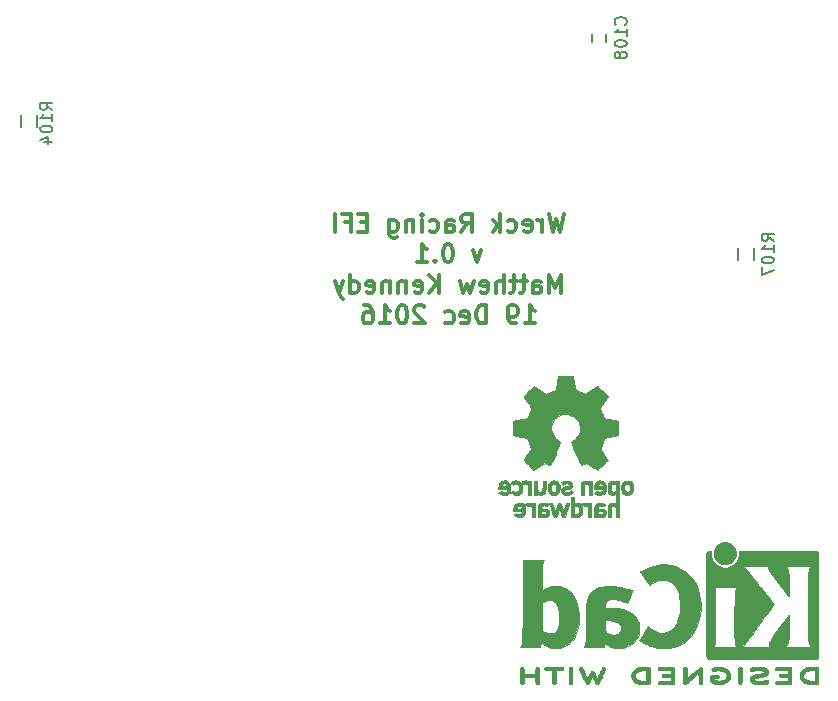
<source format=gbo>
%TF.GenerationSoftware,KiCad,Pcbnew,4.0.4-stable*%
%TF.CreationDate,2016-12-19T18:11:36-10:00*%
%TF.ProjectId,de0-cv-shield,6465302D63762D736869656C642E6B69,rev?*%
%TF.FileFunction,Legend,Bot*%
%FSLAX46Y46*%
G04 Gerber Fmt 4.6, Leading zero omitted, Abs format (unit mm)*
G04 Created by KiCad (PCBNEW 4.0.4-stable) date 12/19/16 18:11:36*
%MOMM*%
%LPD*%
G01*
G04 APERTURE LIST*
%ADD10C,1.000760*%
%ADD11C,0.300000*%
%ADD12C,0.150000*%
%ADD13C,0.010000*%
G04 APERTURE END LIST*
D10*
D11*
X128632857Y-85583429D02*
X128270000Y-87107429D01*
X127979714Y-86018857D01*
X127689428Y-87107429D01*
X127326571Y-85583429D01*
X126746000Y-87107429D02*
X126746000Y-86091429D01*
X126746000Y-86381714D02*
X126673428Y-86236571D01*
X126600857Y-86164000D01*
X126455714Y-86091429D01*
X126310571Y-86091429D01*
X125221999Y-87034857D02*
X125367142Y-87107429D01*
X125657428Y-87107429D01*
X125802571Y-87034857D01*
X125875142Y-86889714D01*
X125875142Y-86309143D01*
X125802571Y-86164000D01*
X125657428Y-86091429D01*
X125367142Y-86091429D01*
X125221999Y-86164000D01*
X125149428Y-86309143D01*
X125149428Y-86454286D01*
X125875142Y-86599429D01*
X123843142Y-87034857D02*
X123988285Y-87107429D01*
X124278571Y-87107429D01*
X124423713Y-87034857D01*
X124496285Y-86962286D01*
X124568856Y-86817143D01*
X124568856Y-86381714D01*
X124496285Y-86236571D01*
X124423713Y-86164000D01*
X124278571Y-86091429D01*
X123988285Y-86091429D01*
X123843142Y-86164000D01*
X123189999Y-87107429D02*
X123189999Y-85583429D01*
X123044856Y-86526857D02*
X122609427Y-87107429D01*
X122609427Y-86091429D02*
X123189999Y-86672000D01*
X119924285Y-87107429D02*
X120432285Y-86381714D01*
X120795142Y-87107429D02*
X120795142Y-85583429D01*
X120214570Y-85583429D01*
X120069428Y-85656000D01*
X119996856Y-85728571D01*
X119924285Y-85873714D01*
X119924285Y-86091429D01*
X119996856Y-86236571D01*
X120069428Y-86309143D01*
X120214570Y-86381714D01*
X120795142Y-86381714D01*
X118617999Y-87107429D02*
X118617999Y-86309143D01*
X118690570Y-86164000D01*
X118835713Y-86091429D01*
X119125999Y-86091429D01*
X119271142Y-86164000D01*
X118617999Y-87034857D02*
X118763142Y-87107429D01*
X119125999Y-87107429D01*
X119271142Y-87034857D01*
X119343713Y-86889714D01*
X119343713Y-86744571D01*
X119271142Y-86599429D01*
X119125999Y-86526857D01*
X118763142Y-86526857D01*
X118617999Y-86454286D01*
X117239142Y-87034857D02*
X117384285Y-87107429D01*
X117674571Y-87107429D01*
X117819713Y-87034857D01*
X117892285Y-86962286D01*
X117964856Y-86817143D01*
X117964856Y-86381714D01*
X117892285Y-86236571D01*
X117819713Y-86164000D01*
X117674571Y-86091429D01*
X117384285Y-86091429D01*
X117239142Y-86164000D01*
X116585999Y-87107429D02*
X116585999Y-86091429D01*
X116585999Y-85583429D02*
X116658570Y-85656000D01*
X116585999Y-85728571D01*
X116513427Y-85656000D01*
X116585999Y-85583429D01*
X116585999Y-85728571D01*
X115860285Y-86091429D02*
X115860285Y-87107429D01*
X115860285Y-86236571D02*
X115787713Y-86164000D01*
X115642571Y-86091429D01*
X115424856Y-86091429D01*
X115279713Y-86164000D01*
X115207142Y-86309143D01*
X115207142Y-87107429D01*
X113828285Y-86091429D02*
X113828285Y-87325143D01*
X113900856Y-87470286D01*
X113973428Y-87542857D01*
X114118571Y-87615429D01*
X114336285Y-87615429D01*
X114481428Y-87542857D01*
X113828285Y-87034857D02*
X113973428Y-87107429D01*
X114263714Y-87107429D01*
X114408856Y-87034857D01*
X114481428Y-86962286D01*
X114553999Y-86817143D01*
X114553999Y-86381714D01*
X114481428Y-86236571D01*
X114408856Y-86164000D01*
X114263714Y-86091429D01*
X113973428Y-86091429D01*
X113828285Y-86164000D01*
X111941428Y-86309143D02*
X111433428Y-86309143D01*
X111215714Y-87107429D02*
X111941428Y-87107429D01*
X111941428Y-85583429D01*
X111215714Y-85583429D01*
X110054571Y-86309143D02*
X110562571Y-86309143D01*
X110562571Y-87107429D02*
X110562571Y-85583429D01*
X109836857Y-85583429D01*
X109256285Y-87107429D02*
X109256285Y-85583429D01*
X121629715Y-88677429D02*
X121266858Y-89693429D01*
X120904000Y-88677429D01*
X118872000Y-88169429D02*
X118726857Y-88169429D01*
X118581714Y-88242000D01*
X118509143Y-88314571D01*
X118436572Y-88459714D01*
X118364000Y-88750000D01*
X118364000Y-89112857D01*
X118436572Y-89403143D01*
X118509143Y-89548286D01*
X118581714Y-89620857D01*
X118726857Y-89693429D01*
X118872000Y-89693429D01*
X119017143Y-89620857D01*
X119089714Y-89548286D01*
X119162286Y-89403143D01*
X119234857Y-89112857D01*
X119234857Y-88750000D01*
X119162286Y-88459714D01*
X119089714Y-88314571D01*
X119017143Y-88242000D01*
X118872000Y-88169429D01*
X117710857Y-89548286D02*
X117638285Y-89620857D01*
X117710857Y-89693429D01*
X117783428Y-89620857D01*
X117710857Y-89548286D01*
X117710857Y-89693429D01*
X116186857Y-89693429D02*
X117057714Y-89693429D01*
X116622286Y-89693429D02*
X116622286Y-88169429D01*
X116767429Y-88387143D01*
X116912571Y-88532286D01*
X117057714Y-88604857D01*
X128378857Y-92279429D02*
X128378857Y-90755429D01*
X127870857Y-91844000D01*
X127362857Y-90755429D01*
X127362857Y-92279429D01*
X125984000Y-92279429D02*
X125984000Y-91481143D01*
X126056571Y-91336000D01*
X126201714Y-91263429D01*
X126492000Y-91263429D01*
X126637143Y-91336000D01*
X125984000Y-92206857D02*
X126129143Y-92279429D01*
X126492000Y-92279429D01*
X126637143Y-92206857D01*
X126709714Y-92061714D01*
X126709714Y-91916571D01*
X126637143Y-91771429D01*
X126492000Y-91698857D01*
X126129143Y-91698857D01*
X125984000Y-91626286D01*
X125476000Y-91263429D02*
X124895429Y-91263429D01*
X125258286Y-90755429D02*
X125258286Y-92061714D01*
X125185714Y-92206857D01*
X125040572Y-92279429D01*
X124895429Y-92279429D01*
X124605143Y-91263429D02*
X124024572Y-91263429D01*
X124387429Y-90755429D02*
X124387429Y-92061714D01*
X124314857Y-92206857D01*
X124169715Y-92279429D01*
X124024572Y-92279429D01*
X123516572Y-92279429D02*
X123516572Y-90755429D01*
X122863429Y-92279429D02*
X122863429Y-91481143D01*
X122936000Y-91336000D01*
X123081143Y-91263429D01*
X123298858Y-91263429D01*
X123444000Y-91336000D01*
X123516572Y-91408571D01*
X121557143Y-92206857D02*
X121702286Y-92279429D01*
X121992572Y-92279429D01*
X122137715Y-92206857D01*
X122210286Y-92061714D01*
X122210286Y-91481143D01*
X122137715Y-91336000D01*
X121992572Y-91263429D01*
X121702286Y-91263429D01*
X121557143Y-91336000D01*
X121484572Y-91481143D01*
X121484572Y-91626286D01*
X122210286Y-91771429D01*
X120976572Y-91263429D02*
X120686286Y-92279429D01*
X120396000Y-91553714D01*
X120105715Y-92279429D01*
X119815429Y-91263429D01*
X118073715Y-92279429D02*
X118073715Y-90755429D01*
X117202858Y-92279429D02*
X117856001Y-91408571D01*
X117202858Y-90755429D02*
X118073715Y-91626286D01*
X115969143Y-92206857D02*
X116114286Y-92279429D01*
X116404572Y-92279429D01*
X116549715Y-92206857D01*
X116622286Y-92061714D01*
X116622286Y-91481143D01*
X116549715Y-91336000D01*
X116404572Y-91263429D01*
X116114286Y-91263429D01*
X115969143Y-91336000D01*
X115896572Y-91481143D01*
X115896572Y-91626286D01*
X116622286Y-91771429D01*
X115243429Y-91263429D02*
X115243429Y-92279429D01*
X115243429Y-91408571D02*
X115170857Y-91336000D01*
X115025715Y-91263429D01*
X114808000Y-91263429D01*
X114662857Y-91336000D01*
X114590286Y-91481143D01*
X114590286Y-92279429D01*
X113864572Y-91263429D02*
X113864572Y-92279429D01*
X113864572Y-91408571D02*
X113792000Y-91336000D01*
X113646858Y-91263429D01*
X113429143Y-91263429D01*
X113284000Y-91336000D01*
X113211429Y-91481143D01*
X113211429Y-92279429D01*
X111905143Y-92206857D02*
X112050286Y-92279429D01*
X112340572Y-92279429D01*
X112485715Y-92206857D01*
X112558286Y-92061714D01*
X112558286Y-91481143D01*
X112485715Y-91336000D01*
X112340572Y-91263429D01*
X112050286Y-91263429D01*
X111905143Y-91336000D01*
X111832572Y-91481143D01*
X111832572Y-91626286D01*
X112558286Y-91771429D01*
X110526286Y-92279429D02*
X110526286Y-90755429D01*
X110526286Y-92206857D02*
X110671429Y-92279429D01*
X110961715Y-92279429D01*
X111106857Y-92206857D01*
X111179429Y-92134286D01*
X111252000Y-91989143D01*
X111252000Y-91553714D01*
X111179429Y-91408571D01*
X111106857Y-91336000D01*
X110961715Y-91263429D01*
X110671429Y-91263429D01*
X110526286Y-91336000D01*
X109945715Y-91263429D02*
X109582858Y-92279429D01*
X109220000Y-91263429D02*
X109582858Y-92279429D01*
X109728000Y-92642286D01*
X109800572Y-92714857D01*
X109945715Y-92787429D01*
X125294573Y-94865429D02*
X126165430Y-94865429D01*
X125730002Y-94865429D02*
X125730002Y-93341429D01*
X125875145Y-93559143D01*
X126020287Y-93704286D01*
X126165430Y-93776857D01*
X124568858Y-94865429D02*
X124278573Y-94865429D01*
X124133430Y-94792857D01*
X124060858Y-94720286D01*
X123915716Y-94502571D01*
X123843144Y-94212286D01*
X123843144Y-93631714D01*
X123915716Y-93486571D01*
X123988287Y-93414000D01*
X124133430Y-93341429D01*
X124423716Y-93341429D01*
X124568858Y-93414000D01*
X124641430Y-93486571D01*
X124714001Y-93631714D01*
X124714001Y-93994571D01*
X124641430Y-94139714D01*
X124568858Y-94212286D01*
X124423716Y-94284857D01*
X124133430Y-94284857D01*
X123988287Y-94212286D01*
X123915716Y-94139714D01*
X123843144Y-93994571D01*
X122028858Y-94865429D02*
X122028858Y-93341429D01*
X121666001Y-93341429D01*
X121448286Y-93414000D01*
X121303144Y-93559143D01*
X121230572Y-93704286D01*
X121158001Y-93994571D01*
X121158001Y-94212286D01*
X121230572Y-94502571D01*
X121303144Y-94647714D01*
X121448286Y-94792857D01*
X121666001Y-94865429D01*
X122028858Y-94865429D01*
X119924286Y-94792857D02*
X120069429Y-94865429D01*
X120359715Y-94865429D01*
X120504858Y-94792857D01*
X120577429Y-94647714D01*
X120577429Y-94067143D01*
X120504858Y-93922000D01*
X120359715Y-93849429D01*
X120069429Y-93849429D01*
X119924286Y-93922000D01*
X119851715Y-94067143D01*
X119851715Y-94212286D01*
X120577429Y-94357429D01*
X118545429Y-94792857D02*
X118690572Y-94865429D01*
X118980858Y-94865429D01*
X119126000Y-94792857D01*
X119198572Y-94720286D01*
X119271143Y-94575143D01*
X119271143Y-94139714D01*
X119198572Y-93994571D01*
X119126000Y-93922000D01*
X118980858Y-93849429D01*
X118690572Y-93849429D01*
X118545429Y-93922000D01*
X116803714Y-93486571D02*
X116731143Y-93414000D01*
X116586000Y-93341429D01*
X116223143Y-93341429D01*
X116078000Y-93414000D01*
X116005429Y-93486571D01*
X115932857Y-93631714D01*
X115932857Y-93776857D01*
X116005429Y-93994571D01*
X116876286Y-94865429D01*
X115932857Y-94865429D01*
X114989428Y-93341429D02*
X114844285Y-93341429D01*
X114699142Y-93414000D01*
X114626571Y-93486571D01*
X114554000Y-93631714D01*
X114481428Y-93922000D01*
X114481428Y-94284857D01*
X114554000Y-94575143D01*
X114626571Y-94720286D01*
X114699142Y-94792857D01*
X114844285Y-94865429D01*
X114989428Y-94865429D01*
X115134571Y-94792857D01*
X115207142Y-94720286D01*
X115279714Y-94575143D01*
X115352285Y-94284857D01*
X115352285Y-93922000D01*
X115279714Y-93631714D01*
X115207142Y-93486571D01*
X115134571Y-93414000D01*
X114989428Y-93341429D01*
X113029999Y-94865429D02*
X113900856Y-94865429D01*
X113465428Y-94865429D02*
X113465428Y-93341429D01*
X113610571Y-93559143D01*
X113755713Y-93704286D01*
X113900856Y-93776857D01*
X111723713Y-93341429D02*
X112013999Y-93341429D01*
X112159142Y-93414000D01*
X112231713Y-93486571D01*
X112376856Y-93704286D01*
X112449427Y-93994571D01*
X112449427Y-94575143D01*
X112376856Y-94720286D01*
X112304284Y-94792857D01*
X112159142Y-94865429D01*
X111868856Y-94865429D01*
X111723713Y-94792857D01*
X111651142Y-94720286D01*
X111578570Y-94575143D01*
X111578570Y-94212286D01*
X111651142Y-94067143D01*
X111723713Y-93994571D01*
X111868856Y-93922000D01*
X112159142Y-93922000D01*
X112304284Y-93994571D01*
X112376856Y-94067143D01*
X112449427Y-94212286D01*
D12*
X83987000Y-78224000D02*
X83987000Y-77224000D01*
X82637000Y-77224000D02*
X82637000Y-78224000D01*
X132172000Y-71028000D02*
X132172000Y-70328000D01*
X130972000Y-70328000D02*
X130972000Y-71028000D01*
X143343000Y-88484000D02*
X143343000Y-89484000D01*
X144693000Y-89484000D02*
X144693000Y-88484000D01*
D13*
G36*
X149838397Y-123938391D02*
X149759080Y-123939197D01*
X149526669Y-123944805D01*
X149332026Y-123961462D01*
X149168516Y-123990957D01*
X149029506Y-124035074D01*
X148908361Y-124095602D01*
X148798449Y-124174327D01*
X148759191Y-124208525D01*
X148694069Y-124288542D01*
X148635348Y-124397123D01*
X148590089Y-124517480D01*
X148565355Y-124632824D01*
X148562785Y-124675446D01*
X148578890Y-124793599D01*
X148622047Y-124922659D01*
X148684524Y-125044819D01*
X148758587Y-125142269D01*
X148770617Y-125154027D01*
X148872519Y-125236671D01*
X148984108Y-125301186D01*
X149111818Y-125349260D01*
X149262082Y-125382584D01*
X149441334Y-125402849D01*
X149656007Y-125411746D01*
X149754337Y-125412500D01*
X149879360Y-125411898D01*
X149967282Y-125409381D01*
X150026353Y-125403881D01*
X150064820Y-125394332D01*
X150090932Y-125379666D01*
X150104928Y-125367143D01*
X150118149Y-125351929D01*
X150128520Y-125332302D01*
X150136385Y-125303005D01*
X150142091Y-125258780D01*
X150145981Y-125194369D01*
X150148400Y-125104514D01*
X150149694Y-124983959D01*
X150150206Y-124827444D01*
X150150285Y-124675446D01*
X150150785Y-124472717D01*
X150150677Y-124310768D01*
X150148748Y-124233214D01*
X149855464Y-124233214D01*
X149855464Y-125117679D01*
X149668366Y-125117507D01*
X149555784Y-125114278D01*
X149437872Y-125105960D01*
X149339493Y-125094325D01*
X149336500Y-125093846D01*
X149177500Y-125055404D01*
X149054174Y-124995533D01*
X148960363Y-124910335D01*
X148900757Y-124818091D01*
X148864030Y-124715766D01*
X148866878Y-124619686D01*
X148909502Y-124516696D01*
X148992874Y-124410153D01*
X149108406Y-124331204D01*
X149258577Y-124278433D01*
X149358939Y-124259758D01*
X149472863Y-124246643D01*
X149593605Y-124237150D01*
X149696301Y-124233204D01*
X149702384Y-124233185D01*
X149855464Y-124233214D01*
X150148748Y-124233214D01*
X150147549Y-124185059D01*
X150138986Y-124091048D01*
X150122578Y-124024197D01*
X150095910Y-123979963D01*
X150056571Y-123953806D01*
X150002148Y-123941186D01*
X149930227Y-123937561D01*
X149838397Y-123938391D01*
X149838397Y-123938391D01*
G37*
X149838397Y-123938391D02*
X149759080Y-123939197D01*
X149526669Y-123944805D01*
X149332026Y-123961462D01*
X149168516Y-123990957D01*
X149029506Y-124035074D01*
X148908361Y-124095602D01*
X148798449Y-124174327D01*
X148759191Y-124208525D01*
X148694069Y-124288542D01*
X148635348Y-124397123D01*
X148590089Y-124517480D01*
X148565355Y-124632824D01*
X148562785Y-124675446D01*
X148578890Y-124793599D01*
X148622047Y-124922659D01*
X148684524Y-125044819D01*
X148758587Y-125142269D01*
X148770617Y-125154027D01*
X148872519Y-125236671D01*
X148984108Y-125301186D01*
X149111818Y-125349260D01*
X149262082Y-125382584D01*
X149441334Y-125402849D01*
X149656007Y-125411746D01*
X149754337Y-125412500D01*
X149879360Y-125411898D01*
X149967282Y-125409381D01*
X150026353Y-125403881D01*
X150064820Y-125394332D01*
X150090932Y-125379666D01*
X150104928Y-125367143D01*
X150118149Y-125351929D01*
X150128520Y-125332302D01*
X150136385Y-125303005D01*
X150142091Y-125258780D01*
X150145981Y-125194369D01*
X150148400Y-125104514D01*
X150149694Y-124983959D01*
X150150206Y-124827444D01*
X150150285Y-124675446D01*
X150150785Y-124472717D01*
X150150677Y-124310768D01*
X150148748Y-124233214D01*
X149855464Y-124233214D01*
X149855464Y-125117679D01*
X149668366Y-125117507D01*
X149555784Y-125114278D01*
X149437872Y-125105960D01*
X149339493Y-125094325D01*
X149336500Y-125093846D01*
X149177500Y-125055404D01*
X149054174Y-124995533D01*
X148960363Y-124910335D01*
X148900757Y-124818091D01*
X148864030Y-124715766D01*
X148866878Y-124619686D01*
X148909502Y-124516696D01*
X148992874Y-124410153D01*
X149108406Y-124331204D01*
X149258577Y-124278433D01*
X149358939Y-124259758D01*
X149472863Y-124246643D01*
X149593605Y-124237150D01*
X149696301Y-124233204D01*
X149702384Y-124233185D01*
X149855464Y-124233214D01*
X150148748Y-124233214D01*
X150147549Y-124185059D01*
X150138986Y-124091048D01*
X150122578Y-124024197D01*
X150095910Y-123979963D01*
X150056571Y-123953806D01*
X150002148Y-123941186D01*
X149930227Y-123937561D01*
X149838397Y-123938391D01*
G36*
X147008666Y-123938552D02*
X146869230Y-123939300D01*
X146763983Y-123941040D01*
X146687344Y-123944177D01*
X146633730Y-123949113D01*
X146597557Y-123956253D01*
X146573241Y-123966001D01*
X146555201Y-123978761D01*
X146548669Y-123984633D01*
X146508942Y-124047027D01*
X146501789Y-124118718D01*
X146527923Y-124182364D01*
X146540007Y-124195227D01*
X146559552Y-124207698D01*
X146591023Y-124217320D01*
X146640256Y-124224559D01*
X146713086Y-124229883D01*
X146815349Y-124233762D01*
X146952882Y-124236664D01*
X147078623Y-124238429D01*
X147576268Y-124244554D01*
X147583069Y-124374955D01*
X147589870Y-124505357D01*
X147252075Y-124505357D01*
X147105426Y-124506622D01*
X146998064Y-124511914D01*
X146923957Y-124523478D01*
X146877069Y-124543558D01*
X146851367Y-124574398D01*
X146840816Y-124618244D01*
X146839214Y-124658937D01*
X146844193Y-124708868D01*
X146862984Y-124745660D01*
X146901367Y-124771235D01*
X146965120Y-124787516D01*
X147060024Y-124796426D01*
X147191858Y-124799887D01*
X147263814Y-124800179D01*
X147587607Y-124800179D01*
X147587607Y-125117679D01*
X147088678Y-125117679D01*
X146925133Y-125117906D01*
X146800837Y-125118929D01*
X146709686Y-125121256D01*
X146645572Y-125125395D01*
X146602390Y-125131857D01*
X146574033Y-125141148D01*
X146554395Y-125153779D01*
X146544393Y-125163036D01*
X146510082Y-125217063D01*
X146499035Y-125265089D01*
X146514809Y-125323751D01*
X146544393Y-125367143D01*
X146560176Y-125380803D01*
X146580551Y-125391410D01*
X146610998Y-125399348D01*
X146656997Y-125405003D01*
X146724030Y-125408759D01*
X146817578Y-125411000D01*
X146943120Y-125412111D01*
X147106138Y-125412476D01*
X147190732Y-125412500D01*
X147371888Y-125412340D01*
X147513168Y-125411602D01*
X147620052Y-125409904D01*
X147698022Y-125406859D01*
X147752559Y-125402083D01*
X147789142Y-125395192D01*
X147813253Y-125385801D01*
X147830373Y-125373525D01*
X147837071Y-125367143D01*
X147850328Y-125351882D01*
X147860719Y-125332193D01*
X147868591Y-125302801D01*
X147874293Y-125258430D01*
X147878172Y-125193803D01*
X147880577Y-125103644D01*
X147881856Y-124982678D01*
X147882355Y-124825628D01*
X147882428Y-124679400D01*
X147882361Y-124492134D01*
X147881890Y-124344928D01*
X147880613Y-124232482D01*
X147878129Y-124149499D01*
X147874036Y-124090680D01*
X147867931Y-124050727D01*
X147859412Y-124024341D01*
X147848078Y-124006225D01*
X147833525Y-123991080D01*
X147829940Y-123987703D01*
X147812541Y-123972755D01*
X147792325Y-123961180D01*
X147763684Y-123952545D01*
X147721009Y-123946422D01*
X147658695Y-123942379D01*
X147571132Y-123939986D01*
X147452713Y-123938811D01*
X147297831Y-123938425D01*
X147187877Y-123938393D01*
X147008666Y-123938552D01*
X147008666Y-123938552D01*
G37*
X147008666Y-123938552D02*
X146869230Y-123939300D01*
X146763983Y-123941040D01*
X146687344Y-123944177D01*
X146633730Y-123949113D01*
X146597557Y-123956253D01*
X146573241Y-123966001D01*
X146555201Y-123978761D01*
X146548669Y-123984633D01*
X146508942Y-124047027D01*
X146501789Y-124118718D01*
X146527923Y-124182364D01*
X146540007Y-124195227D01*
X146559552Y-124207698D01*
X146591023Y-124217320D01*
X146640256Y-124224559D01*
X146713086Y-124229883D01*
X146815349Y-124233762D01*
X146952882Y-124236664D01*
X147078623Y-124238429D01*
X147576268Y-124244554D01*
X147583069Y-124374955D01*
X147589870Y-124505357D01*
X147252075Y-124505357D01*
X147105426Y-124506622D01*
X146998064Y-124511914D01*
X146923957Y-124523478D01*
X146877069Y-124543558D01*
X146851367Y-124574398D01*
X146840816Y-124618244D01*
X146839214Y-124658937D01*
X146844193Y-124708868D01*
X146862984Y-124745660D01*
X146901367Y-124771235D01*
X146965120Y-124787516D01*
X147060024Y-124796426D01*
X147191858Y-124799887D01*
X147263814Y-124800179D01*
X147587607Y-124800179D01*
X147587607Y-125117679D01*
X147088678Y-125117679D01*
X146925133Y-125117906D01*
X146800837Y-125118929D01*
X146709686Y-125121256D01*
X146645572Y-125125395D01*
X146602390Y-125131857D01*
X146574033Y-125141148D01*
X146554395Y-125153779D01*
X146544393Y-125163036D01*
X146510082Y-125217063D01*
X146499035Y-125265089D01*
X146514809Y-125323751D01*
X146544393Y-125367143D01*
X146560176Y-125380803D01*
X146580551Y-125391410D01*
X146610998Y-125399348D01*
X146656997Y-125405003D01*
X146724030Y-125408759D01*
X146817578Y-125411000D01*
X146943120Y-125412111D01*
X147106138Y-125412476D01*
X147190732Y-125412500D01*
X147371888Y-125412340D01*
X147513168Y-125411602D01*
X147620052Y-125409904D01*
X147698022Y-125406859D01*
X147752559Y-125402083D01*
X147789142Y-125395192D01*
X147813253Y-125385801D01*
X147830373Y-125373525D01*
X147837071Y-125367143D01*
X147850328Y-125351882D01*
X147860719Y-125332193D01*
X147868591Y-125302801D01*
X147874293Y-125258430D01*
X147878172Y-125193803D01*
X147880577Y-125103644D01*
X147881856Y-124982678D01*
X147882355Y-124825628D01*
X147882428Y-124679400D01*
X147882361Y-124492134D01*
X147881890Y-124344928D01*
X147880613Y-124232482D01*
X147878129Y-124149499D01*
X147874036Y-124090680D01*
X147867931Y-124050727D01*
X147859412Y-124024341D01*
X147848078Y-124006225D01*
X147833525Y-123991080D01*
X147829940Y-123987703D01*
X147812541Y-123972755D01*
X147792325Y-123961180D01*
X147763684Y-123952545D01*
X147721009Y-123946422D01*
X147658695Y-123942379D01*
X147571132Y-123939986D01*
X147452713Y-123938811D01*
X147297831Y-123938425D01*
X147187877Y-123938393D01*
X147008666Y-123938552D01*
G36*
X144957366Y-123940973D02*
X144807068Y-123951480D01*
X144667283Y-123967891D01*
X144546137Y-123989587D01*
X144451754Y-124015950D01*
X144392261Y-124046364D01*
X144383129Y-124055317D01*
X144351375Y-124124788D01*
X144361004Y-124196108D01*
X144410257Y-124257127D01*
X144412607Y-124258875D01*
X144441577Y-124277676D01*
X144471819Y-124287562D01*
X144514001Y-124288763D01*
X144578792Y-124281507D01*
X144676861Y-124266024D01*
X144684750Y-124264721D01*
X144830877Y-124246769D01*
X144988534Y-124237913D01*
X145146656Y-124237827D01*
X145294180Y-124246185D01*
X145420040Y-124262659D01*
X145513172Y-124286923D01*
X145519291Y-124289362D01*
X145586855Y-124327217D01*
X145610593Y-124365527D01*
X145592010Y-124403204D01*
X145532611Y-124439160D01*
X145433901Y-124472306D01*
X145297385Y-124501554D01*
X145206357Y-124515636D01*
X145017138Y-124542723D01*
X144866645Y-124567484D01*
X144748466Y-124592063D01*
X144656191Y-124618605D01*
X144583410Y-124649253D01*
X144523710Y-124686152D01*
X144470682Y-124731445D01*
X144428069Y-124775923D01*
X144377514Y-124837895D01*
X144352635Y-124891184D01*
X144344854Y-124956839D01*
X144344571Y-124980883D01*
X144350415Y-125060671D01*
X144373771Y-125120030D01*
X144414193Y-125172716D01*
X144496344Y-125253254D01*
X144587952Y-125314674D01*
X144695824Y-125358979D01*
X144826765Y-125388172D01*
X144987584Y-125404256D01*
X145185086Y-125409233D01*
X145217696Y-125409149D01*
X145349401Y-125406419D01*
X145480015Y-125400216D01*
X145595301Y-125391430D01*
X145681020Y-125380950D01*
X145687953Y-125379747D01*
X145773179Y-125359558D01*
X145845467Y-125334055D01*
X145886390Y-125310739D01*
X145924474Y-125249229D01*
X145927125Y-125177602D01*
X145894295Y-125113771D01*
X145886950Y-125106553D01*
X145856588Y-125085107D01*
X145818618Y-125075867D01*
X145759852Y-125077440D01*
X145688512Y-125085613D01*
X145608797Y-125092914D01*
X145497049Y-125099074D01*
X145366592Y-125103544D01*
X145230746Y-125105776D01*
X145195018Y-125105923D01*
X145058666Y-125105373D01*
X144958876Y-125102726D01*
X144886868Y-125097063D01*
X144833860Y-125087466D01*
X144791073Y-125073017D01*
X144765360Y-125060982D01*
X144708857Y-125027565D01*
X144672833Y-124997301D01*
X144667568Y-124988722D01*
X144678675Y-124953296D01*
X144731477Y-124919001D01*
X144822316Y-124887394D01*
X144947532Y-124860031D01*
X144984424Y-124853936D01*
X145177118Y-124823670D01*
X145330904Y-124798373D01*
X145451717Y-124776206D01*
X145545495Y-124755330D01*
X145618171Y-124733907D01*
X145675683Y-124710099D01*
X145723965Y-124682068D01*
X145768953Y-124647975D01*
X145816583Y-124605982D01*
X145832611Y-124591259D01*
X145888806Y-124536314D01*
X145918552Y-124492781D01*
X145930189Y-124442965D01*
X145932071Y-124380189D01*
X145911351Y-124257085D01*
X145849429Y-124152491D01*
X145746659Y-124066745D01*
X145603398Y-124000184D01*
X145501178Y-123970329D01*
X145390083Y-123951047D01*
X145256999Y-123940139D01*
X145110052Y-123936987D01*
X144957366Y-123940973D01*
X144957366Y-123940973D01*
G37*
X144957366Y-123940973D02*
X144807068Y-123951480D01*
X144667283Y-123967891D01*
X144546137Y-123989587D01*
X144451754Y-124015950D01*
X144392261Y-124046364D01*
X144383129Y-124055317D01*
X144351375Y-124124788D01*
X144361004Y-124196108D01*
X144410257Y-124257127D01*
X144412607Y-124258875D01*
X144441577Y-124277676D01*
X144471819Y-124287562D01*
X144514001Y-124288763D01*
X144578792Y-124281507D01*
X144676861Y-124266024D01*
X144684750Y-124264721D01*
X144830877Y-124246769D01*
X144988534Y-124237913D01*
X145146656Y-124237827D01*
X145294180Y-124246185D01*
X145420040Y-124262659D01*
X145513172Y-124286923D01*
X145519291Y-124289362D01*
X145586855Y-124327217D01*
X145610593Y-124365527D01*
X145592010Y-124403204D01*
X145532611Y-124439160D01*
X145433901Y-124472306D01*
X145297385Y-124501554D01*
X145206357Y-124515636D01*
X145017138Y-124542723D01*
X144866645Y-124567484D01*
X144748466Y-124592063D01*
X144656191Y-124618605D01*
X144583410Y-124649253D01*
X144523710Y-124686152D01*
X144470682Y-124731445D01*
X144428069Y-124775923D01*
X144377514Y-124837895D01*
X144352635Y-124891184D01*
X144344854Y-124956839D01*
X144344571Y-124980883D01*
X144350415Y-125060671D01*
X144373771Y-125120030D01*
X144414193Y-125172716D01*
X144496344Y-125253254D01*
X144587952Y-125314674D01*
X144695824Y-125358979D01*
X144826765Y-125388172D01*
X144987584Y-125404256D01*
X145185086Y-125409233D01*
X145217696Y-125409149D01*
X145349401Y-125406419D01*
X145480015Y-125400216D01*
X145595301Y-125391430D01*
X145681020Y-125380950D01*
X145687953Y-125379747D01*
X145773179Y-125359558D01*
X145845467Y-125334055D01*
X145886390Y-125310739D01*
X145924474Y-125249229D01*
X145927125Y-125177602D01*
X145894295Y-125113771D01*
X145886950Y-125106553D01*
X145856588Y-125085107D01*
X145818618Y-125075867D01*
X145759852Y-125077440D01*
X145688512Y-125085613D01*
X145608797Y-125092914D01*
X145497049Y-125099074D01*
X145366592Y-125103544D01*
X145230746Y-125105776D01*
X145195018Y-125105923D01*
X145058666Y-125105373D01*
X144958876Y-125102726D01*
X144886868Y-125097063D01*
X144833860Y-125087466D01*
X144791073Y-125073017D01*
X144765360Y-125060982D01*
X144708857Y-125027565D01*
X144672833Y-124997301D01*
X144667568Y-124988722D01*
X144678675Y-124953296D01*
X144731477Y-124919001D01*
X144822316Y-124887394D01*
X144947532Y-124860031D01*
X144984424Y-124853936D01*
X145177118Y-124823670D01*
X145330904Y-124798373D01*
X145451717Y-124776206D01*
X145545495Y-124755330D01*
X145618171Y-124733907D01*
X145675683Y-124710099D01*
X145723965Y-124682068D01*
X145768953Y-124647975D01*
X145816583Y-124605982D01*
X145832611Y-124591259D01*
X145888806Y-124536314D01*
X145918552Y-124492781D01*
X145930189Y-124442965D01*
X145932071Y-124380189D01*
X145911351Y-124257085D01*
X145849429Y-124152491D01*
X145746659Y-124066745D01*
X145603398Y-124000184D01*
X145501178Y-123970329D01*
X145390083Y-123951047D01*
X145256999Y-123940139D01*
X145110052Y-123936987D01*
X144957366Y-123940973D01*
G36*
X143414750Y-123983750D02*
X143401529Y-123998964D01*
X143391159Y-124018591D01*
X143383293Y-124047888D01*
X143377587Y-124092113D01*
X143373697Y-124156524D01*
X143371278Y-124246378D01*
X143369984Y-124366934D01*
X143369472Y-124523448D01*
X143369393Y-124675446D01*
X143369533Y-124863978D01*
X143370182Y-125012410D01*
X143371686Y-125126001D01*
X143374389Y-125210009D01*
X143378636Y-125269690D01*
X143384772Y-125310302D01*
X143393141Y-125337104D01*
X143404089Y-125355353D01*
X143414750Y-125367143D01*
X143481051Y-125406680D01*
X143551696Y-125403131D01*
X143614904Y-125360011D01*
X143629427Y-125343177D01*
X143640777Y-125323644D01*
X143649345Y-125296015D01*
X143655522Y-125254889D01*
X143659698Y-125194868D01*
X143662265Y-125110551D01*
X143663612Y-124996540D01*
X143664132Y-124847434D01*
X143664214Y-124678623D01*
X143664214Y-124049724D01*
X143608548Y-123994058D01*
X143539934Y-123947225D01*
X143473377Y-123945538D01*
X143414750Y-123983750D01*
X143414750Y-123983750D01*
G37*
X143414750Y-123983750D02*
X143401529Y-123998964D01*
X143391159Y-124018591D01*
X143383293Y-124047888D01*
X143377587Y-124092113D01*
X143373697Y-124156524D01*
X143371278Y-124246378D01*
X143369984Y-124366934D01*
X143369472Y-124523448D01*
X143369393Y-124675446D01*
X143369533Y-124863978D01*
X143370182Y-125012410D01*
X143371686Y-125126001D01*
X143374389Y-125210009D01*
X143378636Y-125269690D01*
X143384772Y-125310302D01*
X143393141Y-125337104D01*
X143404089Y-125355353D01*
X143414750Y-125367143D01*
X143481051Y-125406680D01*
X143551696Y-125403131D01*
X143614904Y-125360011D01*
X143629427Y-125343177D01*
X143640777Y-125323644D01*
X143649345Y-125296015D01*
X143655522Y-125254889D01*
X143659698Y-125194868D01*
X143662265Y-125110551D01*
X143663612Y-124996540D01*
X143664132Y-124847434D01*
X143664214Y-124678623D01*
X143664214Y-124049724D01*
X143608548Y-123994058D01*
X143539934Y-123947225D01*
X143473377Y-123945538D01*
X143414750Y-123983750D01*
G36*
X141458573Y-123949506D02*
X141320928Y-123972602D01*
X141215214Y-124008505D01*
X141146440Y-124055778D01*
X141127699Y-124082748D01*
X141108641Y-124145475D01*
X141121466Y-124202222D01*
X141161953Y-124256035D01*
X141224862Y-124281210D01*
X141316143Y-124279165D01*
X141386744Y-124265526D01*
X141543626Y-124239540D01*
X141703954Y-124237070D01*
X141883409Y-124258163D01*
X141932978Y-124267100D01*
X142099843Y-124314146D01*
X142230386Y-124384129D01*
X142323176Y-124475856D01*
X142376781Y-124588134D01*
X142387868Y-124646182D01*
X142380611Y-124763953D01*
X142333759Y-124868150D01*
X142251582Y-124956742D01*
X142138349Y-125027698D01*
X141998329Y-125078987D01*
X141835791Y-125108579D01*
X141655005Y-125114443D01*
X141460238Y-125094548D01*
X141449241Y-125092672D01*
X141371774Y-125078243D01*
X141328822Y-125064306D01*
X141310205Y-125043626D01*
X141305744Y-125008970D01*
X141305643Y-124990618D01*
X141305643Y-124913571D01*
X141443205Y-124913571D01*
X141564682Y-124905250D01*
X141647581Y-124878732D01*
X141695814Y-124831689D01*
X141713296Y-124761790D01*
X141713510Y-124752667D01*
X141703281Y-124692922D01*
X141668208Y-124650261D01*
X141602930Y-124622029D01*
X141502090Y-124605571D01*
X141404415Y-124599520D01*
X141262451Y-124596048D01*
X141159477Y-124601346D01*
X141089247Y-124620893D01*
X141045514Y-124660173D01*
X141022030Y-124724666D01*
X141012549Y-124819854D01*
X141010821Y-124944875D01*
X141013652Y-125084423D01*
X141022167Y-125179347D01*
X141036406Y-125230024D01*
X141039169Y-125233993D01*
X141117350Y-125297316D01*
X141231975Y-125347462D01*
X141375780Y-125383362D01*
X141541496Y-125403944D01*
X141721858Y-125408137D01*
X141909598Y-125394869D01*
X142020018Y-125378572D01*
X142193208Y-125329551D01*
X142354174Y-125249410D01*
X142488944Y-125145398D01*
X142509428Y-125124609D01*
X142575981Y-125037213D01*
X142636031Y-124928898D01*
X142682564Y-124815340D01*
X142708563Y-124712217D01*
X142711696Y-124672611D01*
X142698356Y-124589994D01*
X142662900Y-124487203D01*
X142612131Y-124379006D01*
X142552852Y-124280169D01*
X142500479Y-124214152D01*
X142378026Y-124115952D01*
X142219732Y-124037792D01*
X142031269Y-123981439D01*
X141818310Y-123948663D01*
X141623143Y-123940654D01*
X141458573Y-123949506D01*
X141458573Y-123949506D01*
G37*
X141458573Y-123949506D02*
X141320928Y-123972602D01*
X141215214Y-124008505D01*
X141146440Y-124055778D01*
X141127699Y-124082748D01*
X141108641Y-124145475D01*
X141121466Y-124202222D01*
X141161953Y-124256035D01*
X141224862Y-124281210D01*
X141316143Y-124279165D01*
X141386744Y-124265526D01*
X141543626Y-124239540D01*
X141703954Y-124237070D01*
X141883409Y-124258163D01*
X141932978Y-124267100D01*
X142099843Y-124314146D01*
X142230386Y-124384129D01*
X142323176Y-124475856D01*
X142376781Y-124588134D01*
X142387868Y-124646182D01*
X142380611Y-124763953D01*
X142333759Y-124868150D01*
X142251582Y-124956742D01*
X142138349Y-125027698D01*
X141998329Y-125078987D01*
X141835791Y-125108579D01*
X141655005Y-125114443D01*
X141460238Y-125094548D01*
X141449241Y-125092672D01*
X141371774Y-125078243D01*
X141328822Y-125064306D01*
X141310205Y-125043626D01*
X141305744Y-125008970D01*
X141305643Y-124990618D01*
X141305643Y-124913571D01*
X141443205Y-124913571D01*
X141564682Y-124905250D01*
X141647581Y-124878732D01*
X141695814Y-124831689D01*
X141713296Y-124761790D01*
X141713510Y-124752667D01*
X141703281Y-124692922D01*
X141668208Y-124650261D01*
X141602930Y-124622029D01*
X141502090Y-124605571D01*
X141404415Y-124599520D01*
X141262451Y-124596048D01*
X141159477Y-124601346D01*
X141089247Y-124620893D01*
X141045514Y-124660173D01*
X141022030Y-124724666D01*
X141012549Y-124819854D01*
X141010821Y-124944875D01*
X141013652Y-125084423D01*
X141022167Y-125179347D01*
X141036406Y-125230024D01*
X141039169Y-125233993D01*
X141117350Y-125297316D01*
X141231975Y-125347462D01*
X141375780Y-125383362D01*
X141541496Y-125403944D01*
X141721858Y-125408137D01*
X141909598Y-125394869D01*
X142020018Y-125378572D01*
X142193208Y-125329551D01*
X142354174Y-125249410D01*
X142488944Y-125145398D01*
X142509428Y-125124609D01*
X142575981Y-125037213D01*
X142636031Y-124928898D01*
X142682564Y-124815340D01*
X142708563Y-124712217D01*
X142711696Y-124672611D01*
X142698356Y-124589994D01*
X142662900Y-124487203D01*
X142612131Y-124379006D01*
X142552852Y-124280169D01*
X142500479Y-124214152D01*
X142378026Y-124115952D01*
X142219732Y-124037792D01*
X142031269Y-123981439D01*
X141818310Y-123948663D01*
X141623143Y-123940654D01*
X141458573Y-123949506D01*
G36*
X140152835Y-123947195D02*
X140105493Y-123974967D01*
X140043592Y-124020385D01*
X139963923Y-124085589D01*
X139863280Y-124172717D01*
X139738452Y-124283910D01*
X139586232Y-124421307D01*
X139411982Y-124579276D01*
X139049125Y-124908327D01*
X139037785Y-124466665D01*
X139033691Y-124314634D01*
X139029742Y-124201417D01*
X139025062Y-124120480D01*
X139018779Y-124065293D01*
X139010018Y-124029322D01*
X138997906Y-124006035D01*
X138981569Y-123988899D01*
X138972907Y-123981698D01*
X138903537Y-123943623D01*
X138837527Y-123949190D01*
X138785164Y-123981717D01*
X138731625Y-124025042D01*
X138724966Y-124657759D01*
X138723123Y-124843841D01*
X138722185Y-124990021D01*
X138722477Y-125101751D01*
X138724323Y-125184482D01*
X138728050Y-125243666D01*
X138733980Y-125284753D01*
X138742440Y-125313196D01*
X138753753Y-125334445D01*
X138766300Y-125351488D01*
X138793444Y-125383095D01*
X138820453Y-125404046D01*
X138851070Y-125412088D01*
X138889043Y-125404965D01*
X138938118Y-125380426D01*
X139002040Y-125336214D01*
X139084555Y-125270076D01*
X139189410Y-125179759D01*
X139320351Y-125063008D01*
X139468678Y-124928859D01*
X140001625Y-124445429D01*
X140012964Y-124885647D01*
X140017065Y-125037401D01*
X140021025Y-125150354D01*
X140025721Y-125231052D01*
X140032033Y-125286041D01*
X140040837Y-125321865D01*
X140053012Y-125345070D01*
X140069437Y-125362201D01*
X140077843Y-125369183D01*
X140152134Y-125407534D01*
X140222332Y-125401749D01*
X140283461Y-125352745D01*
X140297445Y-125333030D01*
X140308344Y-125310006D01*
X140316541Y-125278149D01*
X140322420Y-125231935D01*
X140326364Y-125165840D01*
X140328756Y-125074339D01*
X140329979Y-124951911D01*
X140330418Y-124793029D01*
X140330464Y-124675446D01*
X140330317Y-124491533D01*
X140329619Y-124347452D01*
X140327987Y-124237680D01*
X140325039Y-124156693D01*
X140320389Y-124098968D01*
X140313657Y-124058981D01*
X140304457Y-124031207D01*
X140292406Y-124010123D01*
X140283461Y-123998148D01*
X140260786Y-123969780D01*
X140239595Y-123948362D01*
X140216678Y-123936032D01*
X140188828Y-123934930D01*
X140152835Y-123947195D01*
X140152835Y-123947195D01*
G37*
X140152835Y-123947195D02*
X140105493Y-123974967D01*
X140043592Y-124020385D01*
X139963923Y-124085589D01*
X139863280Y-124172717D01*
X139738452Y-124283910D01*
X139586232Y-124421307D01*
X139411982Y-124579276D01*
X139049125Y-124908327D01*
X139037785Y-124466665D01*
X139033691Y-124314634D01*
X139029742Y-124201417D01*
X139025062Y-124120480D01*
X139018779Y-124065293D01*
X139010018Y-124029322D01*
X138997906Y-124006035D01*
X138981569Y-123988899D01*
X138972907Y-123981698D01*
X138903537Y-123943623D01*
X138837527Y-123949190D01*
X138785164Y-123981717D01*
X138731625Y-124025042D01*
X138724966Y-124657759D01*
X138723123Y-124843841D01*
X138722185Y-124990021D01*
X138722477Y-125101751D01*
X138724323Y-125184482D01*
X138728050Y-125243666D01*
X138733980Y-125284753D01*
X138742440Y-125313196D01*
X138753753Y-125334445D01*
X138766300Y-125351488D01*
X138793444Y-125383095D01*
X138820453Y-125404046D01*
X138851070Y-125412088D01*
X138889043Y-125404965D01*
X138938118Y-125380426D01*
X139002040Y-125336214D01*
X139084555Y-125270076D01*
X139189410Y-125179759D01*
X139320351Y-125063008D01*
X139468678Y-124928859D01*
X140001625Y-124445429D01*
X140012964Y-124885647D01*
X140017065Y-125037401D01*
X140021025Y-125150354D01*
X140025721Y-125231052D01*
X140032033Y-125286041D01*
X140040837Y-125321865D01*
X140053012Y-125345070D01*
X140069437Y-125362201D01*
X140077843Y-125369183D01*
X140152134Y-125407534D01*
X140222332Y-125401749D01*
X140283461Y-125352745D01*
X140297445Y-125333030D01*
X140308344Y-125310006D01*
X140316541Y-125278149D01*
X140322420Y-125231935D01*
X140326364Y-125165840D01*
X140328756Y-125074339D01*
X140329979Y-124951911D01*
X140330418Y-124793029D01*
X140330464Y-124675446D01*
X140330317Y-124491533D01*
X140329619Y-124347452D01*
X140327987Y-124237680D01*
X140325039Y-124156693D01*
X140320389Y-124098968D01*
X140313657Y-124058981D01*
X140304457Y-124031207D01*
X140292406Y-124010123D01*
X140283461Y-123998148D01*
X140260786Y-123969780D01*
X140239595Y-123948362D01*
X140216678Y-123936032D01*
X140188828Y-123934930D01*
X140152835Y-123947195D01*
G36*
X137078257Y-123938780D02*
X136924858Y-123940617D01*
X136807305Y-123944911D01*
X136720844Y-123952672D01*
X136660720Y-123964910D01*
X136622180Y-123982635D01*
X136600468Y-124006856D01*
X136590830Y-124038582D01*
X136588512Y-124078823D01*
X136588500Y-124083575D01*
X136590512Y-124129091D01*
X136600025Y-124164269D01*
X136622249Y-124190528D01*
X136662398Y-124209289D01*
X136725684Y-124221973D01*
X136817318Y-124229999D01*
X136942513Y-124234789D01*
X137106481Y-124237761D01*
X137156737Y-124238420D01*
X137643053Y-124244554D01*
X137649855Y-124374955D01*
X137656656Y-124505357D01*
X137318861Y-124505357D01*
X137186893Y-124505844D01*
X137092663Y-124507903D01*
X137028555Y-124512432D01*
X136986956Y-124520330D01*
X136960250Y-124532495D01*
X136940822Y-124549825D01*
X136940698Y-124549963D01*
X136905463Y-124617501D01*
X136906737Y-124690498D01*
X136943716Y-124752725D01*
X136951035Y-124759121D01*
X136977010Y-124775605D01*
X137012603Y-124787073D01*
X137065747Y-124794388D01*
X137144372Y-124798415D01*
X137256410Y-124800017D01*
X137328066Y-124800179D01*
X137654393Y-124800179D01*
X137654393Y-125117679D01*
X137158979Y-125117679D01*
X136995414Y-125117965D01*
X136871203Y-125119134D01*
X136780345Y-125121654D01*
X136716840Y-125125992D01*
X136674687Y-125132614D01*
X136647884Y-125141987D01*
X136630431Y-125154579D01*
X136626033Y-125159152D01*
X136593560Y-125222526D01*
X136591184Y-125294624D01*
X136617825Y-125357135D01*
X136638903Y-125377196D01*
X136660830Y-125388240D01*
X136694805Y-125396785D01*
X136746202Y-125403129D01*
X136820395Y-125407572D01*
X136922759Y-125410413D01*
X137058667Y-125411952D01*
X137233495Y-125412487D01*
X137273020Y-125412500D01*
X137450776Y-125412384D01*
X137588758Y-125411742D01*
X137692544Y-125410134D01*
X137767717Y-125407121D01*
X137819859Y-125402263D01*
X137854549Y-125395121D01*
X137877370Y-125385254D01*
X137893903Y-125372223D01*
X137902973Y-125362866D01*
X137916626Y-125346294D01*
X137927292Y-125325764D01*
X137935340Y-125295893D01*
X137941136Y-125251298D01*
X137945047Y-125186594D01*
X137947443Y-125096397D01*
X137948690Y-124975324D01*
X137949156Y-124817990D01*
X137949214Y-124685568D01*
X137949071Y-124500012D01*
X137948394Y-124354342D01*
X137946808Y-124243088D01*
X137943939Y-124160778D01*
X137939413Y-124101943D01*
X137932856Y-124061111D01*
X137923894Y-124032812D01*
X137912153Y-124011575D01*
X137902211Y-123998148D01*
X137855208Y-123938393D01*
X137272257Y-123938393D01*
X137078257Y-123938780D01*
X137078257Y-123938780D01*
G37*
X137078257Y-123938780D02*
X136924858Y-123940617D01*
X136807305Y-123944911D01*
X136720844Y-123952672D01*
X136660720Y-123964910D01*
X136622180Y-123982635D01*
X136600468Y-124006856D01*
X136590830Y-124038582D01*
X136588512Y-124078823D01*
X136588500Y-124083575D01*
X136590512Y-124129091D01*
X136600025Y-124164269D01*
X136622249Y-124190528D01*
X136662398Y-124209289D01*
X136725684Y-124221973D01*
X136817318Y-124229999D01*
X136942513Y-124234789D01*
X137106481Y-124237761D01*
X137156737Y-124238420D01*
X137643053Y-124244554D01*
X137649855Y-124374955D01*
X137656656Y-124505357D01*
X137318861Y-124505357D01*
X137186893Y-124505844D01*
X137092663Y-124507903D01*
X137028555Y-124512432D01*
X136986956Y-124520330D01*
X136960250Y-124532495D01*
X136940822Y-124549825D01*
X136940698Y-124549963D01*
X136905463Y-124617501D01*
X136906737Y-124690498D01*
X136943716Y-124752725D01*
X136951035Y-124759121D01*
X136977010Y-124775605D01*
X137012603Y-124787073D01*
X137065747Y-124794388D01*
X137144372Y-124798415D01*
X137256410Y-124800017D01*
X137328066Y-124800179D01*
X137654393Y-124800179D01*
X137654393Y-125117679D01*
X137158979Y-125117679D01*
X136995414Y-125117965D01*
X136871203Y-125119134D01*
X136780345Y-125121654D01*
X136716840Y-125125992D01*
X136674687Y-125132614D01*
X136647884Y-125141987D01*
X136630431Y-125154579D01*
X136626033Y-125159152D01*
X136593560Y-125222526D01*
X136591184Y-125294624D01*
X136617825Y-125357135D01*
X136638903Y-125377196D01*
X136660830Y-125388240D01*
X136694805Y-125396785D01*
X136746202Y-125403129D01*
X136820395Y-125407572D01*
X136922759Y-125410413D01*
X137058667Y-125411952D01*
X137233495Y-125412487D01*
X137273020Y-125412500D01*
X137450776Y-125412384D01*
X137588758Y-125411742D01*
X137692544Y-125410134D01*
X137767717Y-125407121D01*
X137819859Y-125402263D01*
X137854549Y-125395121D01*
X137877370Y-125385254D01*
X137893903Y-125372223D01*
X137902973Y-125362866D01*
X137916626Y-125346294D01*
X137927292Y-125325764D01*
X137935340Y-125295893D01*
X137941136Y-125251298D01*
X137945047Y-125186594D01*
X137947443Y-125096397D01*
X137948690Y-124975324D01*
X137949156Y-124817990D01*
X137949214Y-124685568D01*
X137949071Y-124500012D01*
X137948394Y-124354342D01*
X137946808Y-124243088D01*
X137943939Y-124160778D01*
X137939413Y-124101943D01*
X137932856Y-124061111D01*
X137923894Y-124032812D01*
X137912153Y-124011575D01*
X137902211Y-123998148D01*
X137855208Y-123938393D01*
X137272257Y-123938393D01*
X137078257Y-123938780D01*
G36*
X135495290Y-123938811D02*
X135236179Y-123947572D01*
X135015794Y-123974140D01*
X134830501Y-124020105D01*
X134676665Y-124087060D01*
X134550654Y-124176593D01*
X134448833Y-124290296D01*
X134367569Y-124429759D01*
X134365970Y-124433160D01*
X134317471Y-124557979D01*
X134300191Y-124668523D01*
X134314195Y-124779774D01*
X134359552Y-124906710D01*
X134368154Y-124926026D01*
X134426814Y-125039083D01*
X134492740Y-125126442D01*
X134577826Y-125200704D01*
X134693966Y-125274468D01*
X134700713Y-125278319D01*
X134801816Y-125326885D01*
X134916091Y-125363156D01*
X135050879Y-125388383D01*
X135213525Y-125403816D01*
X135411371Y-125410708D01*
X135481273Y-125411307D01*
X135814136Y-125412500D01*
X135861139Y-125352745D01*
X135875082Y-125333096D01*
X135885959Y-125310150D01*
X135894149Y-125278406D01*
X135900033Y-125232359D01*
X135903989Y-125166510D01*
X135905279Y-125117679D01*
X135590643Y-125117679D01*
X135402040Y-125117679D01*
X135291675Y-125114451D01*
X135178379Y-125105958D01*
X135085395Y-125093980D01*
X135079782Y-125092971D01*
X134914630Y-125048665D01*
X134786530Y-124982099D01*
X134691430Y-124890184D01*
X134625277Y-124769832D01*
X134613773Y-124737935D01*
X134602498Y-124688257D01*
X134607380Y-124639177D01*
X134631133Y-124573884D01*
X134645451Y-124541809D01*
X134692338Y-124456574D01*
X134748829Y-124396776D01*
X134810985Y-124355134D01*
X134935488Y-124300945D01*
X135094826Y-124261692D01*
X135280447Y-124239089D01*
X135414884Y-124234114D01*
X135590643Y-124233214D01*
X135590643Y-125117679D01*
X135905279Y-125117679D01*
X135906398Y-125075355D01*
X135907639Y-124953392D01*
X135908092Y-124795118D01*
X135908143Y-124671357D01*
X135908143Y-124049724D01*
X135852477Y-123994058D01*
X135827772Y-123971495D01*
X135801059Y-123956043D01*
X135763756Y-123946375D01*
X135707277Y-123941164D01*
X135623042Y-123939082D01*
X135502465Y-123938801D01*
X135495290Y-123938811D01*
X135495290Y-123938811D01*
G37*
X135495290Y-123938811D02*
X135236179Y-123947572D01*
X135015794Y-123974140D01*
X134830501Y-124020105D01*
X134676665Y-124087060D01*
X134550654Y-124176593D01*
X134448833Y-124290296D01*
X134367569Y-124429759D01*
X134365970Y-124433160D01*
X134317471Y-124557979D01*
X134300191Y-124668523D01*
X134314195Y-124779774D01*
X134359552Y-124906710D01*
X134368154Y-124926026D01*
X134426814Y-125039083D01*
X134492740Y-125126442D01*
X134577826Y-125200704D01*
X134693966Y-125274468D01*
X134700713Y-125278319D01*
X134801816Y-125326885D01*
X134916091Y-125363156D01*
X135050879Y-125388383D01*
X135213525Y-125403816D01*
X135411371Y-125410708D01*
X135481273Y-125411307D01*
X135814136Y-125412500D01*
X135861139Y-125352745D01*
X135875082Y-125333096D01*
X135885959Y-125310150D01*
X135894149Y-125278406D01*
X135900033Y-125232359D01*
X135903989Y-125166510D01*
X135905279Y-125117679D01*
X135590643Y-125117679D01*
X135402040Y-125117679D01*
X135291675Y-125114451D01*
X135178379Y-125105958D01*
X135085395Y-125093980D01*
X135079782Y-125092971D01*
X134914630Y-125048665D01*
X134786530Y-124982099D01*
X134691430Y-124890184D01*
X134625277Y-124769832D01*
X134613773Y-124737935D01*
X134602498Y-124688257D01*
X134607380Y-124639177D01*
X134631133Y-124573884D01*
X134645451Y-124541809D01*
X134692338Y-124456574D01*
X134748829Y-124396776D01*
X134810985Y-124355134D01*
X134935488Y-124300945D01*
X135094826Y-124261692D01*
X135280447Y-124239089D01*
X135414884Y-124234114D01*
X135590643Y-124233214D01*
X135590643Y-125117679D01*
X135905279Y-125117679D01*
X135906398Y-125075355D01*
X135907639Y-124953392D01*
X135908092Y-124795118D01*
X135908143Y-124671357D01*
X135908143Y-124049724D01*
X135852477Y-123994058D01*
X135827772Y-123971495D01*
X135801059Y-123956043D01*
X135763756Y-123946375D01*
X135707277Y-123941164D01*
X135623042Y-123939082D01*
X135502465Y-123938801D01*
X135495290Y-123938811D01*
G36*
X130018235Y-123942345D02*
X129978881Y-123956409D01*
X129977362Y-123957097D01*
X129923920Y-123997881D01*
X129894475Y-124039832D01*
X129888713Y-124059501D01*
X129888998Y-124085637D01*
X129897105Y-124122868D01*
X129914812Y-124175828D01*
X129943896Y-124249145D01*
X129986133Y-124347451D01*
X130043300Y-124475376D01*
X130117174Y-124637552D01*
X130157836Y-124726193D01*
X130231261Y-124884435D01*
X130300189Y-125029957D01*
X130361988Y-125157437D01*
X130414029Y-125261556D01*
X130453679Y-125336993D01*
X130478309Y-125378428D01*
X130483183Y-125384152D01*
X130545542Y-125409402D01*
X130615980Y-125406020D01*
X130672472Y-125375310D01*
X130674774Y-125372812D01*
X130697246Y-125338792D01*
X130734942Y-125272528D01*
X130783214Y-125182549D01*
X130837412Y-125077386D01*
X130856890Y-125038633D01*
X131003918Y-124744140D01*
X131164177Y-125064049D01*
X131221379Y-125174583D01*
X131274449Y-125270444D01*
X131319051Y-125344293D01*
X131350850Y-125388793D01*
X131361627Y-125398229D01*
X131445394Y-125411009D01*
X131514516Y-125384152D01*
X131534849Y-125355449D01*
X131570034Y-125291658D01*
X131617201Y-125199056D01*
X131673480Y-125083920D01*
X131736001Y-124952526D01*
X131801893Y-124811152D01*
X131868286Y-124666074D01*
X131932310Y-124523570D01*
X131991094Y-124389917D01*
X132041768Y-124271391D01*
X132081462Y-124174269D01*
X132107305Y-124104829D01*
X132116428Y-124069347D01*
X132116335Y-124068062D01*
X132094139Y-124023414D01*
X132049774Y-123977940D01*
X132047161Y-123975962D01*
X131992634Y-123945140D01*
X131942199Y-123945438D01*
X131923296Y-123951249D01*
X131900261Y-123963807D01*
X131875800Y-123988511D01*
X131846978Y-124030484D01*
X131810860Y-124094852D01*
X131764512Y-124186740D01*
X131705001Y-124311271D01*
X131651333Y-124426223D01*
X131589588Y-124559472D01*
X131534260Y-124679300D01*
X131488223Y-124779448D01*
X131454350Y-124853655D01*
X131435518Y-124895661D01*
X131432771Y-124902232D01*
X131420418Y-124891490D01*
X131392027Y-124846513D01*
X131351375Y-124773865D01*
X131302241Y-124680111D01*
X131282689Y-124641429D01*
X131216455Y-124510812D01*
X131165376Y-124415688D01*
X131125260Y-124350529D01*
X131091916Y-124309802D01*
X131061151Y-124287978D01*
X131028775Y-124279526D01*
X131007676Y-124278571D01*
X130970458Y-124281869D01*
X130937844Y-124295509D01*
X130905438Y-124325111D01*
X130868844Y-124376293D01*
X130823666Y-124454675D01*
X130765508Y-124565877D01*
X130733420Y-124629135D01*
X130681372Y-124729952D01*
X130635976Y-124813557D01*
X130601240Y-124872897D01*
X130581167Y-124900916D01*
X130578437Y-124902083D01*
X130565474Y-124880031D01*
X130536451Y-124822770D01*
X130494275Y-124736293D01*
X130441852Y-124626593D01*
X130382089Y-124499663D01*
X130352691Y-124436616D01*
X130276212Y-124273907D01*
X130214628Y-124148706D01*
X130164742Y-124056928D01*
X130123357Y-123994487D01*
X130087276Y-123957300D01*
X130053301Y-123941281D01*
X130018235Y-123942345D01*
X130018235Y-123942345D01*
G37*
X130018235Y-123942345D02*
X129978881Y-123956409D01*
X129977362Y-123957097D01*
X129923920Y-123997881D01*
X129894475Y-124039832D01*
X129888713Y-124059501D01*
X129888998Y-124085637D01*
X129897105Y-124122868D01*
X129914812Y-124175828D01*
X129943896Y-124249145D01*
X129986133Y-124347451D01*
X130043300Y-124475376D01*
X130117174Y-124637552D01*
X130157836Y-124726193D01*
X130231261Y-124884435D01*
X130300189Y-125029957D01*
X130361988Y-125157437D01*
X130414029Y-125261556D01*
X130453679Y-125336993D01*
X130478309Y-125378428D01*
X130483183Y-125384152D01*
X130545542Y-125409402D01*
X130615980Y-125406020D01*
X130672472Y-125375310D01*
X130674774Y-125372812D01*
X130697246Y-125338792D01*
X130734942Y-125272528D01*
X130783214Y-125182549D01*
X130837412Y-125077386D01*
X130856890Y-125038633D01*
X131003918Y-124744140D01*
X131164177Y-125064049D01*
X131221379Y-125174583D01*
X131274449Y-125270444D01*
X131319051Y-125344293D01*
X131350850Y-125388793D01*
X131361627Y-125398229D01*
X131445394Y-125411009D01*
X131514516Y-125384152D01*
X131534849Y-125355449D01*
X131570034Y-125291658D01*
X131617201Y-125199056D01*
X131673480Y-125083920D01*
X131736001Y-124952526D01*
X131801893Y-124811152D01*
X131868286Y-124666074D01*
X131932310Y-124523570D01*
X131991094Y-124389917D01*
X132041768Y-124271391D01*
X132081462Y-124174269D01*
X132107305Y-124104829D01*
X132116428Y-124069347D01*
X132116335Y-124068062D01*
X132094139Y-124023414D01*
X132049774Y-123977940D01*
X132047161Y-123975962D01*
X131992634Y-123945140D01*
X131942199Y-123945438D01*
X131923296Y-123951249D01*
X131900261Y-123963807D01*
X131875800Y-123988511D01*
X131846978Y-124030484D01*
X131810860Y-124094852D01*
X131764512Y-124186740D01*
X131705001Y-124311271D01*
X131651333Y-124426223D01*
X131589588Y-124559472D01*
X131534260Y-124679300D01*
X131488223Y-124779448D01*
X131454350Y-124853655D01*
X131435518Y-124895661D01*
X131432771Y-124902232D01*
X131420418Y-124891490D01*
X131392027Y-124846513D01*
X131351375Y-124773865D01*
X131302241Y-124680111D01*
X131282689Y-124641429D01*
X131216455Y-124510812D01*
X131165376Y-124415688D01*
X131125260Y-124350529D01*
X131091916Y-124309802D01*
X131061151Y-124287978D01*
X131028775Y-124279526D01*
X131007676Y-124278571D01*
X130970458Y-124281869D01*
X130937844Y-124295509D01*
X130905438Y-124325111D01*
X130868844Y-124376293D01*
X130823666Y-124454675D01*
X130765508Y-124565877D01*
X130733420Y-124629135D01*
X130681372Y-124729952D01*
X130635976Y-124813557D01*
X130601240Y-124872897D01*
X130581167Y-124900916D01*
X130578437Y-124902083D01*
X130565474Y-124880031D01*
X130536451Y-124822770D01*
X130494275Y-124736293D01*
X130441852Y-124626593D01*
X130382089Y-124499663D01*
X130352691Y-124436616D01*
X130276212Y-124273907D01*
X130214628Y-124148706D01*
X130164742Y-124056928D01*
X130123357Y-123994487D01*
X130087276Y-123957300D01*
X130053301Y-123941281D01*
X130018235Y-123942345D01*
G36*
X129126373Y-123952074D02*
X129078735Y-123981746D01*
X129025196Y-124025100D01*
X129025196Y-124671062D01*
X129025367Y-124860015D01*
X129026097Y-125008881D01*
X129027715Y-125122932D01*
X129030549Y-125207436D01*
X129034928Y-125267663D01*
X129041179Y-125308885D01*
X129049631Y-125336370D01*
X129060612Y-125355390D01*
X129068399Y-125364762D01*
X129131557Y-125405931D01*
X129203477Y-125404252D01*
X129266478Y-125369147D01*
X129320018Y-125325793D01*
X129320018Y-124025100D01*
X129266478Y-123981746D01*
X129214805Y-123950210D01*
X129172607Y-123938393D01*
X129126373Y-123952074D01*
X129126373Y-123952074D01*
G37*
X129126373Y-123952074D02*
X129078735Y-123981746D01*
X129025196Y-124025100D01*
X129025196Y-124671062D01*
X129025367Y-124860015D01*
X129026097Y-125008881D01*
X129027715Y-125122932D01*
X129030549Y-125207436D01*
X129034928Y-125267663D01*
X129041179Y-125308885D01*
X129049631Y-125336370D01*
X129060612Y-125355390D01*
X129068399Y-125364762D01*
X129131557Y-125405931D01*
X129203477Y-125404252D01*
X129266478Y-125369147D01*
X129320018Y-125325793D01*
X129320018Y-124025100D01*
X129266478Y-123981746D01*
X129214805Y-123950210D01*
X129172607Y-123938393D01*
X129126373Y-123952074D01*
G36*
X127570557Y-123938587D02*
X127412439Y-123939347D01*
X127289712Y-123940937D01*
X127197394Y-123943622D01*
X127130501Y-123947667D01*
X127084052Y-123953337D01*
X127053063Y-123960897D01*
X127032552Y-123970612D01*
X127022626Y-123978080D01*
X126971109Y-124043442D01*
X126964877Y-124111305D01*
X126996713Y-124172954D01*
X127017532Y-124197589D01*
X127039935Y-124214387D01*
X127072403Y-124224847D01*
X127123414Y-124230472D01*
X127201450Y-124232760D01*
X127314990Y-124233212D01*
X127337289Y-124233214D01*
X127630464Y-124233214D01*
X127630464Y-124777500D01*
X127630657Y-124949059D01*
X127631534Y-125081066D01*
X127633542Y-125179322D01*
X127637126Y-125249633D01*
X127642733Y-125297800D01*
X127650809Y-125329628D01*
X127661802Y-125350919D01*
X127675821Y-125367143D01*
X127741981Y-125407011D01*
X127811046Y-125403869D01*
X127873680Y-125358382D01*
X127878282Y-125352745D01*
X127893263Y-125331435D01*
X127904677Y-125306502D01*
X127913006Y-125271886D01*
X127918733Y-125221530D01*
X127922341Y-125149375D01*
X127924314Y-125049363D01*
X127925134Y-124915435D01*
X127925285Y-124763102D01*
X127925285Y-124233214D01*
X128205253Y-124233214D01*
X128325398Y-124232401D01*
X128408575Y-124229233D01*
X128463157Y-124222616D01*
X128497514Y-124211456D01*
X128520020Y-124194661D01*
X128522753Y-124191741D01*
X128555614Y-124124967D01*
X128552708Y-124049477D01*
X128514928Y-123983750D01*
X128500318Y-123971001D01*
X128481480Y-123960892D01*
X128453392Y-123953117D01*
X128411030Y-123947372D01*
X128349370Y-123943351D01*
X128263388Y-123940749D01*
X128148062Y-123939259D01*
X127998368Y-123938576D01*
X127809282Y-123938396D01*
X127769048Y-123938393D01*
X127570557Y-123938587D01*
X127570557Y-123938587D01*
G37*
X127570557Y-123938587D02*
X127412439Y-123939347D01*
X127289712Y-123940937D01*
X127197394Y-123943622D01*
X127130501Y-123947667D01*
X127084052Y-123953337D01*
X127053063Y-123960897D01*
X127032552Y-123970612D01*
X127022626Y-123978080D01*
X126971109Y-124043442D01*
X126964877Y-124111305D01*
X126996713Y-124172954D01*
X127017532Y-124197589D01*
X127039935Y-124214387D01*
X127072403Y-124224847D01*
X127123414Y-124230472D01*
X127201450Y-124232760D01*
X127314990Y-124233212D01*
X127337289Y-124233214D01*
X127630464Y-124233214D01*
X127630464Y-124777500D01*
X127630657Y-124949059D01*
X127631534Y-125081066D01*
X127633542Y-125179322D01*
X127637126Y-125249633D01*
X127642733Y-125297800D01*
X127650809Y-125329628D01*
X127661802Y-125350919D01*
X127675821Y-125367143D01*
X127741981Y-125407011D01*
X127811046Y-125403869D01*
X127873680Y-125358382D01*
X127878282Y-125352745D01*
X127893263Y-125331435D01*
X127904677Y-125306502D01*
X127913006Y-125271886D01*
X127918733Y-125221530D01*
X127922341Y-125149375D01*
X127924314Y-125049363D01*
X127925134Y-124915435D01*
X127925285Y-124763102D01*
X127925285Y-124233214D01*
X128205253Y-124233214D01*
X128325398Y-124232401D01*
X128408575Y-124229233D01*
X128463157Y-124222616D01*
X128497514Y-124211456D01*
X128520020Y-124194661D01*
X128522753Y-124191741D01*
X128555614Y-124124967D01*
X128552708Y-124049477D01*
X128514928Y-123983750D01*
X128500318Y-123971001D01*
X128481480Y-123960892D01*
X128453392Y-123953117D01*
X128411030Y-123947372D01*
X128349370Y-123943351D01*
X128263388Y-123940749D01*
X128148062Y-123939259D01*
X127998368Y-123938576D01*
X127809282Y-123938396D01*
X127769048Y-123938393D01*
X127570557Y-123938587D01*
G36*
X125027738Y-123949374D02*
X124964701Y-123994058D01*
X124909035Y-124049724D01*
X124909035Y-124671357D01*
X124909181Y-124855936D01*
X124909870Y-125000660D01*
X124911483Y-125111032D01*
X124914400Y-125192553D01*
X124918998Y-125250726D01*
X124925659Y-125291054D01*
X124934762Y-125319037D01*
X124946686Y-125340180D01*
X124956039Y-125352745D01*
X125017775Y-125402112D01*
X125088663Y-125407470D01*
X125153454Y-125377196D01*
X125174863Y-125359323D01*
X125189174Y-125335582D01*
X125197806Y-125297352D01*
X125202178Y-125236010D01*
X125203710Y-125142937D01*
X125203857Y-125071035D01*
X125203857Y-124800179D01*
X126201714Y-124800179D01*
X126201714Y-125046584D01*
X126202746Y-125159259D01*
X126206874Y-125236695D01*
X126215649Y-125288985D01*
X126230618Y-125326221D01*
X126248717Y-125352745D01*
X126310799Y-125401973D01*
X126381008Y-125407802D01*
X126448221Y-125372812D01*
X126466572Y-125354470D01*
X126479532Y-125330154D01*
X126488081Y-125292278D01*
X126493195Y-125233255D01*
X126495851Y-125145499D01*
X126497029Y-125021423D01*
X126497166Y-124992946D01*
X126498138Y-124759169D01*
X126498639Y-124566505D01*
X126498476Y-124410712D01*
X126497455Y-124287548D01*
X126495383Y-124192770D01*
X126492067Y-124122136D01*
X126487313Y-124071403D01*
X126480929Y-124036329D01*
X126472720Y-124012670D01*
X126462493Y-123996186D01*
X126451178Y-123983750D01*
X126387171Y-123943971D01*
X126320417Y-123949374D01*
X126257380Y-123994058D01*
X126231871Y-124022887D01*
X126215611Y-124054732D01*
X126206539Y-124100085D01*
X126202594Y-124169443D01*
X126201715Y-124273299D01*
X126201714Y-124277541D01*
X126201714Y-124505357D01*
X125203857Y-124505357D01*
X125203857Y-124267232D01*
X125202839Y-124157528D01*
X125198749Y-124083453D01*
X125190035Y-124035304D01*
X125175145Y-124003378D01*
X125158500Y-123983750D01*
X125094493Y-123943971D01*
X125027738Y-123949374D01*
X125027738Y-123949374D01*
G37*
X125027738Y-123949374D02*
X124964701Y-123994058D01*
X124909035Y-124049724D01*
X124909035Y-124671357D01*
X124909181Y-124855936D01*
X124909870Y-125000660D01*
X124911483Y-125111032D01*
X124914400Y-125192553D01*
X124918998Y-125250726D01*
X124925659Y-125291054D01*
X124934762Y-125319037D01*
X124946686Y-125340180D01*
X124956039Y-125352745D01*
X125017775Y-125402112D01*
X125088663Y-125407470D01*
X125153454Y-125377196D01*
X125174863Y-125359323D01*
X125189174Y-125335582D01*
X125197806Y-125297352D01*
X125202178Y-125236010D01*
X125203710Y-125142937D01*
X125203857Y-125071035D01*
X125203857Y-124800179D01*
X126201714Y-124800179D01*
X126201714Y-125046584D01*
X126202746Y-125159259D01*
X126206874Y-125236695D01*
X126215649Y-125288985D01*
X126230618Y-125326221D01*
X126248717Y-125352745D01*
X126310799Y-125401973D01*
X126381008Y-125407802D01*
X126448221Y-125372812D01*
X126466572Y-125354470D01*
X126479532Y-125330154D01*
X126488081Y-125292278D01*
X126493195Y-125233255D01*
X126495851Y-125145499D01*
X126497029Y-125021423D01*
X126497166Y-124992946D01*
X126498138Y-124759169D01*
X126498639Y-124566505D01*
X126498476Y-124410712D01*
X126497455Y-124287548D01*
X126495383Y-124192770D01*
X126492067Y-124122136D01*
X126487313Y-124071403D01*
X126480929Y-124036329D01*
X126472720Y-124012670D01*
X126462493Y-123996186D01*
X126451178Y-123983750D01*
X126387171Y-123943971D01*
X126320417Y-123949374D01*
X126257380Y-123994058D01*
X126231871Y-124022887D01*
X126215611Y-124054732D01*
X126206539Y-124100085D01*
X126202594Y-124169443D01*
X126201715Y-124273299D01*
X126201714Y-124277541D01*
X126201714Y-124505357D01*
X125203857Y-124505357D01*
X125203857Y-124267232D01*
X125202839Y-124157528D01*
X125198749Y-124083453D01*
X125190035Y-124035304D01*
X125175145Y-124003378D01*
X125158500Y-123983750D01*
X125094493Y-123943971D01*
X125027738Y-123949374D01*
G36*
X143460107Y-114335689D02*
X143438280Y-114564585D01*
X143374763Y-114780791D01*
X143272503Y-114979673D01*
X143134446Y-115156597D01*
X142963538Y-115306929D01*
X142768698Y-115423181D01*
X142555212Y-115502777D01*
X142340229Y-115540080D01*
X142127986Y-115537791D01*
X141922724Y-115498609D01*
X141728680Y-115425234D01*
X141550093Y-115320368D01*
X141391204Y-115186708D01*
X141256250Y-115026957D01*
X141149471Y-114843814D01*
X141075105Y-114639978D01*
X141037392Y-114418151D01*
X141033500Y-114317914D01*
X141033500Y-114141250D01*
X140929178Y-114141250D01*
X140856239Y-114146965D01*
X140802204Y-114170669D01*
X140747750Y-114218357D01*
X140670643Y-114295464D01*
X140670643Y-118698173D01*
X140670661Y-119224789D01*
X140670726Y-119707939D01*
X140670854Y-120149515D01*
X140671062Y-120551409D01*
X140671366Y-120915512D01*
X140671783Y-121243715D01*
X140672328Y-121537911D01*
X140673019Y-121799990D01*
X140673872Y-122031845D01*
X140674902Y-122235366D01*
X140676127Y-122412446D01*
X140677563Y-122564976D01*
X140679226Y-122694847D01*
X140681133Y-122803951D01*
X140683299Y-122894179D01*
X140685742Y-122967424D01*
X140688478Y-123025576D01*
X140691523Y-123070528D01*
X140694893Y-123104170D01*
X140698606Y-123128395D01*
X140702676Y-123145093D01*
X140707122Y-123156157D01*
X140709296Y-123159874D01*
X140717659Y-123173960D01*
X140724760Y-123186911D01*
X140732453Y-123198772D01*
X140742593Y-123209593D01*
X140757034Y-123219420D01*
X140777631Y-123228300D01*
X140806239Y-123236282D01*
X140844711Y-123243412D01*
X140894903Y-123249738D01*
X140958669Y-123255308D01*
X141037864Y-123260168D01*
X141134342Y-123264366D01*
X141249958Y-123267950D01*
X141386565Y-123270968D01*
X141546020Y-123273465D01*
X141730175Y-123275490D01*
X141940886Y-123277091D01*
X142180008Y-123278314D01*
X142449395Y-123279208D01*
X142750900Y-123279819D01*
X143086380Y-123280194D01*
X143457688Y-123280383D01*
X143866679Y-123280431D01*
X144315208Y-123280386D01*
X144805128Y-123280295D01*
X145338295Y-123280207D01*
X145415405Y-123280198D01*
X145951745Y-123280111D01*
X146444575Y-123279969D01*
X146895742Y-123279758D01*
X147307093Y-123279462D01*
X147680476Y-123279067D01*
X148017738Y-123278559D01*
X148320725Y-123277924D01*
X148591286Y-123277146D01*
X148831267Y-123276211D01*
X149042515Y-123275105D01*
X149226878Y-123273813D01*
X149386202Y-123272320D01*
X149522335Y-123270613D01*
X149637125Y-123268676D01*
X149732417Y-123266496D01*
X149810060Y-123264057D01*
X149871900Y-123261345D01*
X149919785Y-123258346D01*
X149955562Y-123255045D01*
X149981078Y-123251427D01*
X149998181Y-123247479D01*
X150006935Y-123244127D01*
X150023935Y-123236954D01*
X150039542Y-123231659D01*
X150053816Y-123226362D01*
X150066816Y-123219188D01*
X150078600Y-123208256D01*
X150089228Y-123191691D01*
X150098759Y-123167614D01*
X150107253Y-123134147D01*
X150114769Y-123089413D01*
X150121366Y-123031533D01*
X150127104Y-122958631D01*
X150132040Y-122868828D01*
X150136236Y-122760246D01*
X150139750Y-122631007D01*
X150142641Y-122479235D01*
X150144968Y-122303050D01*
X150146791Y-122100576D01*
X150148170Y-121869935D01*
X150149162Y-121609248D01*
X150149828Y-121316638D01*
X150150227Y-120990227D01*
X150150417Y-120628138D01*
X150150459Y-120228492D01*
X150150412Y-119789412D01*
X150150334Y-119309020D01*
X150150286Y-118785438D01*
X150150285Y-118700759D01*
X150150313Y-118172618D01*
X150150363Y-117687943D01*
X150150385Y-117244841D01*
X150150326Y-116841421D01*
X150150136Y-116475791D01*
X150149763Y-116146060D01*
X150149154Y-115850334D01*
X150148260Y-115586724D01*
X150147096Y-115365893D01*
X149538716Y-115365893D01*
X149458781Y-115482098D01*
X149436340Y-115513775D01*
X149416109Y-115541823D01*
X149397973Y-115568628D01*
X149381820Y-115596571D01*
X149367534Y-115628036D01*
X149355001Y-115665406D01*
X149344107Y-115711066D01*
X149334739Y-115767399D01*
X149326782Y-115836787D01*
X149320122Y-115921614D01*
X149314644Y-116024264D01*
X149310236Y-116147120D01*
X149306782Y-116292566D01*
X149304168Y-116462984D01*
X149302281Y-116660759D01*
X149301006Y-116888274D01*
X149300230Y-117147911D01*
X149299837Y-117442055D01*
X149299714Y-117773090D01*
X149299747Y-118143397D01*
X149299822Y-118555361D01*
X149299839Y-118801696D01*
X149299791Y-119237532D01*
X149299723Y-119630396D01*
X149299747Y-119982675D01*
X149299977Y-120296756D01*
X149300525Y-120575025D01*
X149301504Y-120819867D01*
X149303028Y-121033669D01*
X149305209Y-121218817D01*
X149308160Y-121377696D01*
X149311994Y-121512694D01*
X149316825Y-121626196D01*
X149322765Y-121720588D01*
X149329926Y-121798257D01*
X149338423Y-121861588D01*
X149348368Y-121912968D01*
X149359873Y-121954783D01*
X149373053Y-121989418D01*
X149388019Y-122019261D01*
X149404885Y-122046696D01*
X149423764Y-122074111D01*
X149444768Y-122103891D01*
X149457004Y-122121752D01*
X149534897Y-122237500D01*
X148467023Y-122237500D01*
X148219425Y-122237430D01*
X148013518Y-122237128D01*
X147845637Y-122236452D01*
X147712116Y-122235261D01*
X147609290Y-122233415D01*
X147533492Y-122230772D01*
X147481057Y-122227193D01*
X147448320Y-122222535D01*
X147431614Y-122216659D01*
X147427275Y-122209423D01*
X147431636Y-122200686D01*
X147434039Y-122197812D01*
X147484563Y-122123339D01*
X147536590Y-122017265D01*
X147584019Y-121892708D01*
X147600631Y-121839646D01*
X147609906Y-121803603D01*
X147617744Y-121761293D01*
X147624310Y-121708526D01*
X147629769Y-121641113D01*
X147634288Y-121554863D01*
X147638030Y-121445588D01*
X147641161Y-121309098D01*
X147643845Y-121141203D01*
X147646249Y-120937714D01*
X147648537Y-120694441D01*
X147649295Y-120604643D01*
X147651337Y-120353223D01*
X147652861Y-120143557D01*
X147653750Y-119972046D01*
X147653886Y-119835088D01*
X147653152Y-119729082D01*
X147651430Y-119650429D01*
X147648604Y-119595527D01*
X147644555Y-119560776D01*
X147639166Y-119542575D01*
X147632321Y-119537323D01*
X147623901Y-119541420D01*
X147614913Y-119550089D01*
X147594111Y-119576075D01*
X147549798Y-119634483D01*
X147485109Y-119721033D01*
X147403179Y-119831443D01*
X147307144Y-119961430D01*
X147200139Y-120106714D01*
X147085299Y-120263013D01*
X146965760Y-120426045D01*
X146844658Y-120591529D01*
X146725127Y-120755183D01*
X146610304Y-120912725D01*
X146503322Y-121059874D01*
X146407318Y-121192349D01*
X146325428Y-121305866D01*
X146260786Y-121396146D01*
X146216528Y-121458907D01*
X146207351Y-121472231D01*
X146161303Y-121546366D01*
X146107447Y-121642774D01*
X146056423Y-121742292D01*
X146049953Y-121755713D01*
X146006404Y-121852534D01*
X145981119Y-121927992D01*
X145969608Y-121999963D01*
X145967362Y-122084420D01*
X145968635Y-122237500D01*
X143649450Y-122237500D01*
X143832591Y-122049201D01*
X143926603Y-121948967D01*
X144027627Y-121835504D01*
X144120127Y-121726480D01*
X144161160Y-121675549D01*
X144222309Y-121596105D01*
X144302775Y-121489207D01*
X144400207Y-121358126D01*
X144512252Y-121206138D01*
X144636557Y-121036516D01*
X144770769Y-120852532D01*
X144912536Y-120657462D01*
X145059505Y-120454577D01*
X145209322Y-120247153D01*
X145359636Y-120038462D01*
X145508094Y-119831779D01*
X145652342Y-119630376D01*
X145790029Y-119437527D01*
X145918801Y-119256506D01*
X146036306Y-119090586D01*
X146140190Y-118943041D01*
X146228102Y-118817145D01*
X146297688Y-118716171D01*
X146346595Y-118643393D01*
X146372472Y-118602084D01*
X146376004Y-118593843D01*
X146360014Y-118571089D01*
X146318239Y-118516486D01*
X146253416Y-118433451D01*
X146168284Y-118325400D01*
X146065581Y-118195749D01*
X145948045Y-118047914D01*
X145818416Y-117885312D01*
X145679432Y-117711360D01*
X145533830Y-117529472D01*
X145384350Y-117343066D01*
X145264358Y-117193687D01*
X143233321Y-117193687D01*
X143221449Y-117219717D01*
X143192662Y-117264414D01*
X143190558Y-117267392D01*
X143152816Y-117327967D01*
X143113347Y-117401959D01*
X143105514Y-117418304D01*
X143098410Y-117435237D01*
X143092132Y-117455565D01*
X143086618Y-117482086D01*
X143081809Y-117517598D01*
X143077644Y-117564901D01*
X143074061Y-117626794D01*
X143071001Y-117706074D01*
X143068404Y-117805541D01*
X143066208Y-117927993D01*
X143064353Y-118076228D01*
X143062779Y-118253046D01*
X143061424Y-118461246D01*
X143060230Y-118703625D01*
X143059134Y-118982983D01*
X143058077Y-119302118D01*
X143057004Y-119661428D01*
X143055923Y-120033317D01*
X143055050Y-120362658D01*
X143054521Y-120652261D01*
X143054471Y-120904935D01*
X143055036Y-121123490D01*
X143056350Y-121310735D01*
X143058550Y-121469480D01*
X143061771Y-121602535D01*
X143066149Y-121712708D01*
X143071818Y-121802809D01*
X143078914Y-121875648D01*
X143087573Y-121934034D01*
X143097930Y-121980777D01*
X143110121Y-122018686D01*
X143124280Y-122050570D01*
X143140544Y-122079240D01*
X143159047Y-122107504D01*
X143176124Y-122132550D01*
X143210549Y-122185373D01*
X143230932Y-122220698D01*
X143233321Y-122227168D01*
X143211410Y-122229332D01*
X143148745Y-122231342D01*
X143049930Y-122233150D01*
X142919569Y-122234708D01*
X142762265Y-122235967D01*
X142582621Y-122236880D01*
X142385241Y-122237398D01*
X142246803Y-122237500D01*
X142035880Y-122237057D01*
X141841331Y-122235788D01*
X141667554Y-122233782D01*
X141518944Y-122231126D01*
X141399898Y-122227910D01*
X141314812Y-122224223D01*
X141268084Y-122220153D01*
X141260285Y-122217598D01*
X141275749Y-122187659D01*
X141291818Y-122171527D01*
X141318279Y-122137121D01*
X141352912Y-122076349D01*
X141376862Y-122027009D01*
X141430375Y-121908661D01*
X141436552Y-119544420D01*
X141442730Y-117180178D01*
X142338026Y-117180179D01*
X142534532Y-117180509D01*
X142716127Y-117181450D01*
X142877979Y-117182930D01*
X143015253Y-117184875D01*
X143123120Y-117187214D01*
X143196745Y-117189872D01*
X143231297Y-117192777D01*
X143233321Y-117193687D01*
X145264358Y-117193687D01*
X145233729Y-117155558D01*
X145084707Y-116970364D01*
X144940021Y-116790901D01*
X144802411Y-116620584D01*
X144674614Y-116462831D01*
X144559369Y-116321057D01*
X144459414Y-116198679D01*
X144377488Y-116099112D01*
X144343006Y-116057589D01*
X144169651Y-115855368D01*
X144015769Y-115688109D01*
X143877528Y-115551863D01*
X143751095Y-115442679D01*
X143732250Y-115427878D01*
X143652875Y-115366396D01*
X144789687Y-115366144D01*
X145926500Y-115365893D01*
X145915874Y-115462277D01*
X145922510Y-115577476D01*
X145965764Y-115714635D01*
X146046071Y-115874846D01*
X146137089Y-116020057D01*
X146169671Y-116065550D01*
X146226028Y-116140997D01*
X146302801Y-116242095D01*
X146396631Y-116364544D01*
X146504158Y-116504040D01*
X146622022Y-116656283D01*
X146746865Y-116816969D01*
X146875327Y-116981797D01*
X147004048Y-117146465D01*
X147129669Y-117306671D01*
X147248830Y-117458112D01*
X147358172Y-117596487D01*
X147454336Y-117717494D01*
X147533962Y-117816831D01*
X147593691Y-117890195D01*
X147630162Y-117933285D01*
X147636306Y-117939911D01*
X147642051Y-117923826D01*
X147646498Y-117862968D01*
X147649640Y-117757902D01*
X147651468Y-117609192D01*
X147651977Y-117417404D01*
X147651159Y-117183103D01*
X147649333Y-116942054D01*
X147646676Y-116676651D01*
X147643613Y-116452176D01*
X147639644Y-116264201D01*
X147634269Y-116108298D01*
X147626989Y-115980036D01*
X147617304Y-115874989D01*
X147604714Y-115788727D01*
X147588720Y-115716821D01*
X147568822Y-115654843D01*
X147544520Y-115598364D01*
X147515316Y-115542956D01*
X147485820Y-115492655D01*
X147409487Y-115365893D01*
X149538716Y-115365893D01*
X150147096Y-115365893D01*
X150147029Y-115353337D01*
X150145409Y-115148281D01*
X150143349Y-114969665D01*
X150140798Y-114815596D01*
X150137704Y-114684184D01*
X150134016Y-114573535D01*
X150129683Y-114481760D01*
X150124653Y-114406965D01*
X150118875Y-114347259D01*
X150112298Y-114300750D01*
X150104869Y-114265547D01*
X150096539Y-114239757D01*
X150087255Y-114221490D01*
X150076966Y-114208852D01*
X150065621Y-114199954D01*
X150053168Y-114192902D01*
X150039556Y-114185804D01*
X150027510Y-114178636D01*
X150016998Y-114173461D01*
X150000573Y-114168783D01*
X149976038Y-114164577D01*
X149941193Y-114160818D01*
X149893839Y-114157483D01*
X149831778Y-114154544D01*
X149752811Y-114151979D01*
X149654738Y-114149762D01*
X149535361Y-114147868D01*
X149392481Y-114146273D01*
X149223898Y-114144951D01*
X149027415Y-114143878D01*
X148800832Y-114143029D01*
X148541950Y-114142380D01*
X148248570Y-114141904D01*
X147918493Y-114141578D01*
X147549521Y-114141377D01*
X147139454Y-114141276D01*
X146715280Y-114141250D01*
X143460107Y-114141250D01*
X143460107Y-114335689D01*
X143460107Y-114335689D01*
G37*
X143460107Y-114335689D02*
X143438280Y-114564585D01*
X143374763Y-114780791D01*
X143272503Y-114979673D01*
X143134446Y-115156597D01*
X142963538Y-115306929D01*
X142768698Y-115423181D01*
X142555212Y-115502777D01*
X142340229Y-115540080D01*
X142127986Y-115537791D01*
X141922724Y-115498609D01*
X141728680Y-115425234D01*
X141550093Y-115320368D01*
X141391204Y-115186708D01*
X141256250Y-115026957D01*
X141149471Y-114843814D01*
X141075105Y-114639978D01*
X141037392Y-114418151D01*
X141033500Y-114317914D01*
X141033500Y-114141250D01*
X140929178Y-114141250D01*
X140856239Y-114146965D01*
X140802204Y-114170669D01*
X140747750Y-114218357D01*
X140670643Y-114295464D01*
X140670643Y-118698173D01*
X140670661Y-119224789D01*
X140670726Y-119707939D01*
X140670854Y-120149515D01*
X140671062Y-120551409D01*
X140671366Y-120915512D01*
X140671783Y-121243715D01*
X140672328Y-121537911D01*
X140673019Y-121799990D01*
X140673872Y-122031845D01*
X140674902Y-122235366D01*
X140676127Y-122412446D01*
X140677563Y-122564976D01*
X140679226Y-122694847D01*
X140681133Y-122803951D01*
X140683299Y-122894179D01*
X140685742Y-122967424D01*
X140688478Y-123025576D01*
X140691523Y-123070528D01*
X140694893Y-123104170D01*
X140698606Y-123128395D01*
X140702676Y-123145093D01*
X140707122Y-123156157D01*
X140709296Y-123159874D01*
X140717659Y-123173960D01*
X140724760Y-123186911D01*
X140732453Y-123198772D01*
X140742593Y-123209593D01*
X140757034Y-123219420D01*
X140777631Y-123228300D01*
X140806239Y-123236282D01*
X140844711Y-123243412D01*
X140894903Y-123249738D01*
X140958669Y-123255308D01*
X141037864Y-123260168D01*
X141134342Y-123264366D01*
X141249958Y-123267950D01*
X141386565Y-123270968D01*
X141546020Y-123273465D01*
X141730175Y-123275490D01*
X141940886Y-123277091D01*
X142180008Y-123278314D01*
X142449395Y-123279208D01*
X142750900Y-123279819D01*
X143086380Y-123280194D01*
X143457688Y-123280383D01*
X143866679Y-123280431D01*
X144315208Y-123280386D01*
X144805128Y-123280295D01*
X145338295Y-123280207D01*
X145415405Y-123280198D01*
X145951745Y-123280111D01*
X146444575Y-123279969D01*
X146895742Y-123279758D01*
X147307093Y-123279462D01*
X147680476Y-123279067D01*
X148017738Y-123278559D01*
X148320725Y-123277924D01*
X148591286Y-123277146D01*
X148831267Y-123276211D01*
X149042515Y-123275105D01*
X149226878Y-123273813D01*
X149386202Y-123272320D01*
X149522335Y-123270613D01*
X149637125Y-123268676D01*
X149732417Y-123266496D01*
X149810060Y-123264057D01*
X149871900Y-123261345D01*
X149919785Y-123258346D01*
X149955562Y-123255045D01*
X149981078Y-123251427D01*
X149998181Y-123247479D01*
X150006935Y-123244127D01*
X150023935Y-123236954D01*
X150039542Y-123231659D01*
X150053816Y-123226362D01*
X150066816Y-123219188D01*
X150078600Y-123208256D01*
X150089228Y-123191691D01*
X150098759Y-123167614D01*
X150107253Y-123134147D01*
X150114769Y-123089413D01*
X150121366Y-123031533D01*
X150127104Y-122958631D01*
X150132040Y-122868828D01*
X150136236Y-122760246D01*
X150139750Y-122631007D01*
X150142641Y-122479235D01*
X150144968Y-122303050D01*
X150146791Y-122100576D01*
X150148170Y-121869935D01*
X150149162Y-121609248D01*
X150149828Y-121316638D01*
X150150227Y-120990227D01*
X150150417Y-120628138D01*
X150150459Y-120228492D01*
X150150412Y-119789412D01*
X150150334Y-119309020D01*
X150150286Y-118785438D01*
X150150285Y-118700759D01*
X150150313Y-118172618D01*
X150150363Y-117687943D01*
X150150385Y-117244841D01*
X150150326Y-116841421D01*
X150150136Y-116475791D01*
X150149763Y-116146060D01*
X150149154Y-115850334D01*
X150148260Y-115586724D01*
X150147096Y-115365893D01*
X149538716Y-115365893D01*
X149458781Y-115482098D01*
X149436340Y-115513775D01*
X149416109Y-115541823D01*
X149397973Y-115568628D01*
X149381820Y-115596571D01*
X149367534Y-115628036D01*
X149355001Y-115665406D01*
X149344107Y-115711066D01*
X149334739Y-115767399D01*
X149326782Y-115836787D01*
X149320122Y-115921614D01*
X149314644Y-116024264D01*
X149310236Y-116147120D01*
X149306782Y-116292566D01*
X149304168Y-116462984D01*
X149302281Y-116660759D01*
X149301006Y-116888274D01*
X149300230Y-117147911D01*
X149299837Y-117442055D01*
X149299714Y-117773090D01*
X149299747Y-118143397D01*
X149299822Y-118555361D01*
X149299839Y-118801696D01*
X149299791Y-119237532D01*
X149299723Y-119630396D01*
X149299747Y-119982675D01*
X149299977Y-120296756D01*
X149300525Y-120575025D01*
X149301504Y-120819867D01*
X149303028Y-121033669D01*
X149305209Y-121218817D01*
X149308160Y-121377696D01*
X149311994Y-121512694D01*
X149316825Y-121626196D01*
X149322765Y-121720588D01*
X149329926Y-121798257D01*
X149338423Y-121861588D01*
X149348368Y-121912968D01*
X149359873Y-121954783D01*
X149373053Y-121989418D01*
X149388019Y-122019261D01*
X149404885Y-122046696D01*
X149423764Y-122074111D01*
X149444768Y-122103891D01*
X149457004Y-122121752D01*
X149534897Y-122237500D01*
X148467023Y-122237500D01*
X148219425Y-122237430D01*
X148013518Y-122237128D01*
X147845637Y-122236452D01*
X147712116Y-122235261D01*
X147609290Y-122233415D01*
X147533492Y-122230772D01*
X147481057Y-122227193D01*
X147448320Y-122222535D01*
X147431614Y-122216659D01*
X147427275Y-122209423D01*
X147431636Y-122200686D01*
X147434039Y-122197812D01*
X147484563Y-122123339D01*
X147536590Y-122017265D01*
X147584019Y-121892708D01*
X147600631Y-121839646D01*
X147609906Y-121803603D01*
X147617744Y-121761293D01*
X147624310Y-121708526D01*
X147629769Y-121641113D01*
X147634288Y-121554863D01*
X147638030Y-121445588D01*
X147641161Y-121309098D01*
X147643845Y-121141203D01*
X147646249Y-120937714D01*
X147648537Y-120694441D01*
X147649295Y-120604643D01*
X147651337Y-120353223D01*
X147652861Y-120143557D01*
X147653750Y-119972046D01*
X147653886Y-119835088D01*
X147653152Y-119729082D01*
X147651430Y-119650429D01*
X147648604Y-119595527D01*
X147644555Y-119560776D01*
X147639166Y-119542575D01*
X147632321Y-119537323D01*
X147623901Y-119541420D01*
X147614913Y-119550089D01*
X147594111Y-119576075D01*
X147549798Y-119634483D01*
X147485109Y-119721033D01*
X147403179Y-119831443D01*
X147307144Y-119961430D01*
X147200139Y-120106714D01*
X147085299Y-120263013D01*
X146965760Y-120426045D01*
X146844658Y-120591529D01*
X146725127Y-120755183D01*
X146610304Y-120912725D01*
X146503322Y-121059874D01*
X146407318Y-121192349D01*
X146325428Y-121305866D01*
X146260786Y-121396146D01*
X146216528Y-121458907D01*
X146207351Y-121472231D01*
X146161303Y-121546366D01*
X146107447Y-121642774D01*
X146056423Y-121742292D01*
X146049953Y-121755713D01*
X146006404Y-121852534D01*
X145981119Y-121927992D01*
X145969608Y-121999963D01*
X145967362Y-122084420D01*
X145968635Y-122237500D01*
X143649450Y-122237500D01*
X143832591Y-122049201D01*
X143926603Y-121948967D01*
X144027627Y-121835504D01*
X144120127Y-121726480D01*
X144161160Y-121675549D01*
X144222309Y-121596105D01*
X144302775Y-121489207D01*
X144400207Y-121358126D01*
X144512252Y-121206138D01*
X144636557Y-121036516D01*
X144770769Y-120852532D01*
X144912536Y-120657462D01*
X145059505Y-120454577D01*
X145209322Y-120247153D01*
X145359636Y-120038462D01*
X145508094Y-119831779D01*
X145652342Y-119630376D01*
X145790029Y-119437527D01*
X145918801Y-119256506D01*
X146036306Y-119090586D01*
X146140190Y-118943041D01*
X146228102Y-118817145D01*
X146297688Y-118716171D01*
X146346595Y-118643393D01*
X146372472Y-118602084D01*
X146376004Y-118593843D01*
X146360014Y-118571089D01*
X146318239Y-118516486D01*
X146253416Y-118433451D01*
X146168284Y-118325400D01*
X146065581Y-118195749D01*
X145948045Y-118047914D01*
X145818416Y-117885312D01*
X145679432Y-117711360D01*
X145533830Y-117529472D01*
X145384350Y-117343066D01*
X145264358Y-117193687D01*
X143233321Y-117193687D01*
X143221449Y-117219717D01*
X143192662Y-117264414D01*
X143190558Y-117267392D01*
X143152816Y-117327967D01*
X143113347Y-117401959D01*
X143105514Y-117418304D01*
X143098410Y-117435237D01*
X143092132Y-117455565D01*
X143086618Y-117482086D01*
X143081809Y-117517598D01*
X143077644Y-117564901D01*
X143074061Y-117626794D01*
X143071001Y-117706074D01*
X143068404Y-117805541D01*
X143066208Y-117927993D01*
X143064353Y-118076228D01*
X143062779Y-118253046D01*
X143061424Y-118461246D01*
X143060230Y-118703625D01*
X143059134Y-118982983D01*
X143058077Y-119302118D01*
X143057004Y-119661428D01*
X143055923Y-120033317D01*
X143055050Y-120362658D01*
X143054521Y-120652261D01*
X143054471Y-120904935D01*
X143055036Y-121123490D01*
X143056350Y-121310735D01*
X143058550Y-121469480D01*
X143061771Y-121602535D01*
X143066149Y-121712708D01*
X143071818Y-121802809D01*
X143078914Y-121875648D01*
X143087573Y-121934034D01*
X143097930Y-121980777D01*
X143110121Y-122018686D01*
X143124280Y-122050570D01*
X143140544Y-122079240D01*
X143159047Y-122107504D01*
X143176124Y-122132550D01*
X143210549Y-122185373D01*
X143230932Y-122220698D01*
X143233321Y-122227168D01*
X143211410Y-122229332D01*
X143148745Y-122231342D01*
X143049930Y-122233150D01*
X142919569Y-122234708D01*
X142762265Y-122235967D01*
X142582621Y-122236880D01*
X142385241Y-122237398D01*
X142246803Y-122237500D01*
X142035880Y-122237057D01*
X141841331Y-122235788D01*
X141667554Y-122233782D01*
X141518944Y-122231126D01*
X141399898Y-122227910D01*
X141314812Y-122224223D01*
X141268084Y-122220153D01*
X141260285Y-122217598D01*
X141275749Y-122187659D01*
X141291818Y-122171527D01*
X141318279Y-122137121D01*
X141352912Y-122076349D01*
X141376862Y-122027009D01*
X141430375Y-121908661D01*
X141436552Y-119544420D01*
X141442730Y-117180178D01*
X142338026Y-117180179D01*
X142534532Y-117180509D01*
X142716127Y-117181450D01*
X142877979Y-117182930D01*
X143015253Y-117184875D01*
X143123120Y-117187214D01*
X143196745Y-117189872D01*
X143231297Y-117192777D01*
X143233321Y-117193687D01*
X145264358Y-117193687D01*
X145233729Y-117155558D01*
X145084707Y-116970364D01*
X144940021Y-116790901D01*
X144802411Y-116620584D01*
X144674614Y-116462831D01*
X144559369Y-116321057D01*
X144459414Y-116198679D01*
X144377488Y-116099112D01*
X144343006Y-116057589D01*
X144169651Y-115855368D01*
X144015769Y-115688109D01*
X143877528Y-115551863D01*
X143751095Y-115442679D01*
X143732250Y-115427878D01*
X143652875Y-115366396D01*
X144789687Y-115366144D01*
X145926500Y-115365893D01*
X145915874Y-115462277D01*
X145922510Y-115577476D01*
X145965764Y-115714635D01*
X146046071Y-115874846D01*
X146137089Y-116020057D01*
X146169671Y-116065550D01*
X146226028Y-116140997D01*
X146302801Y-116242095D01*
X146396631Y-116364544D01*
X146504158Y-116504040D01*
X146622022Y-116656283D01*
X146746865Y-116816969D01*
X146875327Y-116981797D01*
X147004048Y-117146465D01*
X147129669Y-117306671D01*
X147248830Y-117458112D01*
X147358172Y-117596487D01*
X147454336Y-117717494D01*
X147533962Y-117816831D01*
X147593691Y-117890195D01*
X147630162Y-117933285D01*
X147636306Y-117939911D01*
X147642051Y-117923826D01*
X147646498Y-117862968D01*
X147649640Y-117757902D01*
X147651468Y-117609192D01*
X147651977Y-117417404D01*
X147651159Y-117183103D01*
X147649333Y-116942054D01*
X147646676Y-116676651D01*
X147643613Y-116452176D01*
X147639644Y-116264201D01*
X147634269Y-116108298D01*
X147626989Y-115980036D01*
X147617304Y-115874989D01*
X147604714Y-115788727D01*
X147588720Y-115716821D01*
X147568822Y-115654843D01*
X147544520Y-115598364D01*
X147515316Y-115542956D01*
X147485820Y-115492655D01*
X147409487Y-115365893D01*
X149538716Y-115365893D01*
X150147096Y-115365893D01*
X150147029Y-115353337D01*
X150145409Y-115148281D01*
X150143349Y-114969665D01*
X150140798Y-114815596D01*
X150137704Y-114684184D01*
X150134016Y-114573535D01*
X150129683Y-114481760D01*
X150124653Y-114406965D01*
X150118875Y-114347259D01*
X150112298Y-114300750D01*
X150104869Y-114265547D01*
X150096539Y-114239757D01*
X150087255Y-114221490D01*
X150076966Y-114208852D01*
X150065621Y-114199954D01*
X150053168Y-114192902D01*
X150039556Y-114185804D01*
X150027510Y-114178636D01*
X150016998Y-114173461D01*
X150000573Y-114168783D01*
X149976038Y-114164577D01*
X149941193Y-114160818D01*
X149893839Y-114157483D01*
X149831778Y-114154544D01*
X149752811Y-114151979D01*
X149654738Y-114149762D01*
X149535361Y-114147868D01*
X149392481Y-114146273D01*
X149223898Y-114144951D01*
X149027415Y-114143878D01*
X148800832Y-114143029D01*
X148541950Y-114142380D01*
X148248570Y-114141904D01*
X147918493Y-114141578D01*
X147549521Y-114141377D01*
X147139454Y-114141276D01*
X146715280Y-114141250D01*
X143460107Y-114141250D01*
X143460107Y-114335689D01*
G36*
X136881209Y-115259830D02*
X136559497Y-115302366D01*
X136230153Y-115383005D01*
X135889031Y-115502544D01*
X135531985Y-115661783D01*
X135509349Y-115672922D01*
X135393444Y-115729223D01*
X135289889Y-115777593D01*
X135206240Y-115814652D01*
X135150049Y-115837025D01*
X135130821Y-115842143D01*
X135092216Y-115852203D01*
X135082952Y-115860652D01*
X135093204Y-115881611D01*
X135125427Y-115934422D01*
X135175912Y-116013551D01*
X135240949Y-116113463D01*
X135316828Y-116228625D01*
X135399839Y-116353501D01*
X135486271Y-116482558D01*
X135572417Y-116610261D01*
X135654564Y-116731076D01*
X135729004Y-116839469D01*
X135792026Y-116929905D01*
X135839921Y-116996851D01*
X135868979Y-117034771D01*
X135872967Y-117039169D01*
X135893294Y-117029831D01*
X135938175Y-116995324D01*
X135999589Y-116942045D01*
X136031217Y-116912963D01*
X136225057Y-116761728D01*
X136439431Y-116650351D01*
X136671471Y-116579836D01*
X136918308Y-116551188D01*
X137057728Y-116553540D01*
X137301087Y-116588015D01*
X137520498Y-116660100D01*
X137716615Y-116770320D01*
X137890095Y-116919203D01*
X138041593Y-117107275D01*
X138171766Y-117335064D01*
X138246935Y-117509018D01*
X138335032Y-117781629D01*
X138399961Y-118077913D01*
X138441890Y-118390229D01*
X138460987Y-118710938D01*
X138457418Y-119032400D01*
X138431351Y-119346975D01*
X138382953Y-119647022D01*
X138312391Y-119924901D01*
X138219833Y-120172973D01*
X138187124Y-120241786D01*
X138050022Y-120470977D01*
X137888384Y-120664824D01*
X137704585Y-120821748D01*
X137500999Y-120940168D01*
X137279999Y-121018506D01*
X137043960Y-121055181D01*
X136960654Y-121057879D01*
X136716452Y-121035940D01*
X136474502Y-120970014D01*
X136237875Y-120861463D01*
X136009638Y-120711648D01*
X135826007Y-120554296D01*
X135732531Y-120464837D01*
X135368377Y-121062017D01*
X135277779Y-121211004D01*
X135194935Y-121348039D01*
X135122782Y-121468199D01*
X135064259Y-121566558D01*
X135022305Y-121638194D01*
X134999858Y-121678182D01*
X134996941Y-121684399D01*
X135013473Y-121703764D01*
X135064859Y-121738479D01*
X135144602Y-121785256D01*
X135246206Y-121840805D01*
X135363172Y-121901839D01*
X135489004Y-121965070D01*
X135617206Y-122027209D01*
X135741280Y-122084968D01*
X135854729Y-122135060D01*
X135951056Y-122174196D01*
X135998170Y-122191130D01*
X136266895Y-122267097D01*
X136543914Y-122317326D01*
X136840643Y-122343450D01*
X137095352Y-122348127D01*
X137231870Y-122345928D01*
X137363658Y-122341714D01*
X137479031Y-122336005D01*
X137566305Y-122329320D01*
X137594641Y-122325938D01*
X137873912Y-122268010D01*
X138158229Y-122177368D01*
X138434421Y-122059408D01*
X138689314Y-121919527D01*
X138845018Y-121813697D01*
X139100970Y-121596328D01*
X139338632Y-121342063D01*
X139553601Y-121057187D01*
X139741475Y-120747982D01*
X139897853Y-120420731D01*
X139985954Y-120185089D01*
X140086898Y-119816195D01*
X140154194Y-119425364D01*
X140187865Y-119021055D01*
X140187931Y-118611722D01*
X140154412Y-118205823D01*
X140087331Y-117811814D01*
X139986708Y-117438152D01*
X139979041Y-117414872D01*
X139852713Y-117089318D01*
X139698533Y-116792163D01*
X139511272Y-116514996D01*
X139285699Y-116249408D01*
X139197577Y-116158479D01*
X138924077Y-115909489D01*
X138642915Y-115703489D01*
X138349773Y-115538237D01*
X138040335Y-115411490D01*
X137710287Y-115321005D01*
X137518321Y-115285869D01*
X137199435Y-115254597D01*
X136881209Y-115259830D01*
X136881209Y-115259830D01*
G37*
X136881209Y-115259830D02*
X136559497Y-115302366D01*
X136230153Y-115383005D01*
X135889031Y-115502544D01*
X135531985Y-115661783D01*
X135509349Y-115672922D01*
X135393444Y-115729223D01*
X135289889Y-115777593D01*
X135206240Y-115814652D01*
X135150049Y-115837025D01*
X135130821Y-115842143D01*
X135092216Y-115852203D01*
X135082952Y-115860652D01*
X135093204Y-115881611D01*
X135125427Y-115934422D01*
X135175912Y-116013551D01*
X135240949Y-116113463D01*
X135316828Y-116228625D01*
X135399839Y-116353501D01*
X135486271Y-116482558D01*
X135572417Y-116610261D01*
X135654564Y-116731076D01*
X135729004Y-116839469D01*
X135792026Y-116929905D01*
X135839921Y-116996851D01*
X135868979Y-117034771D01*
X135872967Y-117039169D01*
X135893294Y-117029831D01*
X135938175Y-116995324D01*
X135999589Y-116942045D01*
X136031217Y-116912963D01*
X136225057Y-116761728D01*
X136439431Y-116650351D01*
X136671471Y-116579836D01*
X136918308Y-116551188D01*
X137057728Y-116553540D01*
X137301087Y-116588015D01*
X137520498Y-116660100D01*
X137716615Y-116770320D01*
X137890095Y-116919203D01*
X138041593Y-117107275D01*
X138171766Y-117335064D01*
X138246935Y-117509018D01*
X138335032Y-117781629D01*
X138399961Y-118077913D01*
X138441890Y-118390229D01*
X138460987Y-118710938D01*
X138457418Y-119032400D01*
X138431351Y-119346975D01*
X138382953Y-119647022D01*
X138312391Y-119924901D01*
X138219833Y-120172973D01*
X138187124Y-120241786D01*
X138050022Y-120470977D01*
X137888384Y-120664824D01*
X137704585Y-120821748D01*
X137500999Y-120940168D01*
X137279999Y-121018506D01*
X137043960Y-121055181D01*
X136960654Y-121057879D01*
X136716452Y-121035940D01*
X136474502Y-120970014D01*
X136237875Y-120861463D01*
X136009638Y-120711648D01*
X135826007Y-120554296D01*
X135732531Y-120464837D01*
X135368377Y-121062017D01*
X135277779Y-121211004D01*
X135194935Y-121348039D01*
X135122782Y-121468199D01*
X135064259Y-121566558D01*
X135022305Y-121638194D01*
X134999858Y-121678182D01*
X134996941Y-121684399D01*
X135013473Y-121703764D01*
X135064859Y-121738479D01*
X135144602Y-121785256D01*
X135246206Y-121840805D01*
X135363172Y-121901839D01*
X135489004Y-121965070D01*
X135617206Y-122027209D01*
X135741280Y-122084968D01*
X135854729Y-122135060D01*
X135951056Y-122174196D01*
X135998170Y-122191130D01*
X136266895Y-122267097D01*
X136543914Y-122317326D01*
X136840643Y-122343450D01*
X137095352Y-122348127D01*
X137231870Y-122345928D01*
X137363658Y-122341714D01*
X137479031Y-122336005D01*
X137566305Y-122329320D01*
X137594641Y-122325938D01*
X137873912Y-122268010D01*
X138158229Y-122177368D01*
X138434421Y-122059408D01*
X138689314Y-121919527D01*
X138845018Y-121813697D01*
X139100970Y-121596328D01*
X139338632Y-121342063D01*
X139553601Y-121057187D01*
X139741475Y-120747982D01*
X139897853Y-120420731D01*
X139985954Y-120185089D01*
X140086898Y-119816195D01*
X140154194Y-119425364D01*
X140187865Y-119021055D01*
X140187931Y-118611722D01*
X140154412Y-118205823D01*
X140087331Y-117811814D01*
X139986708Y-117438152D01*
X139979041Y-117414872D01*
X139852713Y-117089318D01*
X139698533Y-116792163D01*
X139511272Y-116514996D01*
X139285699Y-116249408D01*
X139197577Y-116158479D01*
X138924077Y-115909489D01*
X138642915Y-115703489D01*
X138349773Y-115538237D01*
X138040335Y-115411490D01*
X137710287Y-115321005D01*
X137518321Y-115285869D01*
X137199435Y-115254597D01*
X136881209Y-115259830D01*
G36*
X132169981Y-117102984D02*
X131864788Y-117143192D01*
X131593052Y-117210762D01*
X131353019Y-117306233D01*
X131142934Y-117430143D01*
X130987022Y-117557831D01*
X130848726Y-117706761D01*
X130740764Y-117867017D01*
X130654573Y-118052281D01*
X130623486Y-118138805D01*
X130597653Y-118217115D01*
X130575149Y-118289732D01*
X130555714Y-118360336D01*
X130539088Y-118432610D01*
X130525011Y-118510234D01*
X130513221Y-118596890D01*
X130503460Y-118696259D01*
X130495465Y-118812022D01*
X130488978Y-118947861D01*
X130483736Y-119107457D01*
X130479481Y-119294491D01*
X130475952Y-119512644D01*
X130472888Y-119765598D01*
X130470028Y-120057033D01*
X130467513Y-120343839D01*
X130464848Y-120657615D01*
X130462426Y-120929364D01*
X130459996Y-121162413D01*
X130457305Y-121360090D01*
X130454101Y-121525722D01*
X130450134Y-121662636D01*
X130445149Y-121774160D01*
X130438897Y-121863622D01*
X130431124Y-121934348D01*
X130421580Y-121989666D01*
X130410011Y-122032903D01*
X130396166Y-122067388D01*
X130379793Y-122096446D01*
X130360641Y-122123406D01*
X130338457Y-122151594D01*
X130329817Y-122162509D01*
X130298037Y-122208390D01*
X130283902Y-122239635D01*
X130283857Y-122240558D01*
X130305708Y-122244975D01*
X130367956Y-122249045D01*
X130465639Y-122252652D01*
X130593796Y-122255683D01*
X130747468Y-122258023D01*
X130921693Y-122259558D01*
X131111510Y-122260172D01*
X131133420Y-122260179D01*
X131982984Y-122260179D01*
X131989536Y-122067188D01*
X131996089Y-121874197D01*
X132120821Y-121976627D01*
X132316350Y-122112257D01*
X132537134Y-122222129D01*
X132710835Y-122282857D01*
X132849593Y-122312365D01*
X133017042Y-122332440D01*
X133197376Y-122342458D01*
X133374793Y-122341790D01*
X133533487Y-122329812D01*
X133606268Y-122318334D01*
X133887555Y-122242272D01*
X134141535Y-122132096D01*
X134366371Y-121989446D01*
X134560226Y-121815962D01*
X134721266Y-121613284D01*
X134847654Y-121383054D01*
X134936801Y-121129745D01*
X134961580Y-121016073D01*
X134976867Y-120891119D01*
X134984157Y-120740774D01*
X134985151Y-120672679D01*
X134985020Y-120666280D01*
X133458359Y-120666280D01*
X133439688Y-120817053D01*
X133383063Y-120945277D01*
X133285693Y-121057050D01*
X133275534Y-121065914D01*
X133178514Y-121135879D01*
X133074635Y-121181244D01*
X132952629Y-121205192D01*
X132801230Y-121210904D01*
X132764853Y-121210090D01*
X132656736Y-121204761D01*
X132576319Y-121193880D01*
X132505973Y-121173462D01*
X132428069Y-121139520D01*
X132406690Y-121129117D01*
X132284846Y-121057141D01*
X132190791Y-120971496D01*
X132165203Y-120940884D01*
X132075464Y-120827356D01*
X132075464Y-120433855D01*
X132076540Y-120275860D01*
X132079935Y-120159441D01*
X132085898Y-120080865D01*
X132094679Y-120036399D01*
X132102885Y-120023408D01*
X132134878Y-120017052D01*
X132202746Y-120011784D01*
X132297013Y-120008101D01*
X132408200Y-120006499D01*
X132426055Y-120006469D01*
X132668684Y-120017023D01*
X132874941Y-120049502D01*
X133048821Y-120105145D01*
X133194319Y-120185195D01*
X133304669Y-120279514D01*
X133394161Y-120395804D01*
X133443830Y-120522463D01*
X133458359Y-120666280D01*
X134985020Y-120666280D01*
X134981267Y-120484331D01*
X134964504Y-120325828D01*
X134931867Y-120182747D01*
X134880365Y-120040665D01*
X134832158Y-119935454D01*
X134714397Y-119744009D01*
X134557506Y-119567171D01*
X134366259Y-119408160D01*
X134145431Y-119270192D01*
X133899795Y-119156488D01*
X133634126Y-119070265D01*
X133504214Y-119040253D01*
X133230635Y-118995846D01*
X132932418Y-118966549D01*
X132628154Y-118953731D01*
X132373907Y-118957010D01*
X132048688Y-118970629D01*
X132063594Y-118852145D01*
X132102352Y-118652953D01*
X132164897Y-118490792D01*
X132252959Y-118364418D01*
X132368268Y-118272590D01*
X132512554Y-118214063D01*
X132687547Y-118187594D01*
X132894978Y-118191941D01*
X132971268Y-118199979D01*
X133254909Y-118250539D01*
X133529757Y-118332974D01*
X133719660Y-118409316D01*
X133810383Y-118448238D01*
X133887591Y-118479518D01*
X133940529Y-118498893D01*
X133955974Y-118503007D01*
X133975550Y-118484769D01*
X134009136Y-118426571D01*
X134057050Y-118327757D01*
X134119607Y-118187669D01*
X134197123Y-118005649D01*
X134210377Y-117973929D01*
X134270758Y-117828649D01*
X134324958Y-117697371D01*
X134370636Y-117585837D01*
X134405452Y-117499787D01*
X134427064Y-117444961D01*
X134433305Y-117427204D01*
X134413218Y-117417652D01*
X134360430Y-117407051D01*
X134303634Y-117399659D01*
X134243050Y-117390103D01*
X134147049Y-117371128D01*
X134024144Y-117344594D01*
X133882850Y-117312361D01*
X133731680Y-117276289D01*
X133674303Y-117262182D01*
X133463243Y-117210777D01*
X133287133Y-117170473D01*
X133137291Y-117139982D01*
X133005033Y-117118016D01*
X132881676Y-117103289D01*
X132758540Y-117094511D01*
X132626939Y-117090397D01*
X132510386Y-117089598D01*
X132169981Y-117102984D01*
X132169981Y-117102984D01*
G37*
X132169981Y-117102984D02*
X131864788Y-117143192D01*
X131593052Y-117210762D01*
X131353019Y-117306233D01*
X131142934Y-117430143D01*
X130987022Y-117557831D01*
X130848726Y-117706761D01*
X130740764Y-117867017D01*
X130654573Y-118052281D01*
X130623486Y-118138805D01*
X130597653Y-118217115D01*
X130575149Y-118289732D01*
X130555714Y-118360336D01*
X130539088Y-118432610D01*
X130525011Y-118510234D01*
X130513221Y-118596890D01*
X130503460Y-118696259D01*
X130495465Y-118812022D01*
X130488978Y-118947861D01*
X130483736Y-119107457D01*
X130479481Y-119294491D01*
X130475952Y-119512644D01*
X130472888Y-119765598D01*
X130470028Y-120057033D01*
X130467513Y-120343839D01*
X130464848Y-120657615D01*
X130462426Y-120929364D01*
X130459996Y-121162413D01*
X130457305Y-121360090D01*
X130454101Y-121525722D01*
X130450134Y-121662636D01*
X130445149Y-121774160D01*
X130438897Y-121863622D01*
X130431124Y-121934348D01*
X130421580Y-121989666D01*
X130410011Y-122032903D01*
X130396166Y-122067388D01*
X130379793Y-122096446D01*
X130360641Y-122123406D01*
X130338457Y-122151594D01*
X130329817Y-122162509D01*
X130298037Y-122208390D01*
X130283902Y-122239635D01*
X130283857Y-122240558D01*
X130305708Y-122244975D01*
X130367956Y-122249045D01*
X130465639Y-122252652D01*
X130593796Y-122255683D01*
X130747468Y-122258023D01*
X130921693Y-122259558D01*
X131111510Y-122260172D01*
X131133420Y-122260179D01*
X131982984Y-122260179D01*
X131989536Y-122067188D01*
X131996089Y-121874197D01*
X132120821Y-121976627D01*
X132316350Y-122112257D01*
X132537134Y-122222129D01*
X132710835Y-122282857D01*
X132849593Y-122312365D01*
X133017042Y-122332440D01*
X133197376Y-122342458D01*
X133374793Y-122341790D01*
X133533487Y-122329812D01*
X133606268Y-122318334D01*
X133887555Y-122242272D01*
X134141535Y-122132096D01*
X134366371Y-121989446D01*
X134560226Y-121815962D01*
X134721266Y-121613284D01*
X134847654Y-121383054D01*
X134936801Y-121129745D01*
X134961580Y-121016073D01*
X134976867Y-120891119D01*
X134984157Y-120740774D01*
X134985151Y-120672679D01*
X134985020Y-120666280D01*
X133458359Y-120666280D01*
X133439688Y-120817053D01*
X133383063Y-120945277D01*
X133285693Y-121057050D01*
X133275534Y-121065914D01*
X133178514Y-121135879D01*
X133074635Y-121181244D01*
X132952629Y-121205192D01*
X132801230Y-121210904D01*
X132764853Y-121210090D01*
X132656736Y-121204761D01*
X132576319Y-121193880D01*
X132505973Y-121173462D01*
X132428069Y-121139520D01*
X132406690Y-121129117D01*
X132284846Y-121057141D01*
X132190791Y-120971496D01*
X132165203Y-120940884D01*
X132075464Y-120827356D01*
X132075464Y-120433855D01*
X132076540Y-120275860D01*
X132079935Y-120159441D01*
X132085898Y-120080865D01*
X132094679Y-120036399D01*
X132102885Y-120023408D01*
X132134878Y-120017052D01*
X132202746Y-120011784D01*
X132297013Y-120008101D01*
X132408200Y-120006499D01*
X132426055Y-120006469D01*
X132668684Y-120017023D01*
X132874941Y-120049502D01*
X133048821Y-120105145D01*
X133194319Y-120185195D01*
X133304669Y-120279514D01*
X133394161Y-120395804D01*
X133443830Y-120522463D01*
X133458359Y-120666280D01*
X134985020Y-120666280D01*
X134981267Y-120484331D01*
X134964504Y-120325828D01*
X134931867Y-120182747D01*
X134880365Y-120040665D01*
X134832158Y-119935454D01*
X134714397Y-119744009D01*
X134557506Y-119567171D01*
X134366259Y-119408160D01*
X134145431Y-119270192D01*
X133899795Y-119156488D01*
X133634126Y-119070265D01*
X133504214Y-119040253D01*
X133230635Y-118995846D01*
X132932418Y-118966549D01*
X132628154Y-118953731D01*
X132373907Y-118957010D01*
X132048688Y-118970629D01*
X132063594Y-118852145D01*
X132102352Y-118652953D01*
X132164897Y-118490792D01*
X132252959Y-118364418D01*
X132368268Y-118272590D01*
X132512554Y-118214063D01*
X132687547Y-118187594D01*
X132894978Y-118191941D01*
X132971268Y-118199979D01*
X133254909Y-118250539D01*
X133529757Y-118332974D01*
X133719660Y-118409316D01*
X133810383Y-118448238D01*
X133887591Y-118479518D01*
X133940529Y-118498893D01*
X133955974Y-118503007D01*
X133975550Y-118484769D01*
X134009136Y-118426571D01*
X134057050Y-118327757D01*
X134119607Y-118187669D01*
X134197123Y-118005649D01*
X134210377Y-117973929D01*
X134270758Y-117828649D01*
X134324958Y-117697371D01*
X134370636Y-117585837D01*
X134405452Y-117499787D01*
X134427064Y-117444961D01*
X134433305Y-117427204D01*
X134413218Y-117417652D01*
X134360430Y-117407051D01*
X134303634Y-117399659D01*
X134243050Y-117390103D01*
X134147049Y-117371128D01*
X134024144Y-117344594D01*
X133882850Y-117312361D01*
X133731680Y-117276289D01*
X133674303Y-117262182D01*
X133463243Y-117210777D01*
X133287133Y-117170473D01*
X133137291Y-117139982D01*
X133005033Y-117118016D01*
X132881676Y-117103289D01*
X132758540Y-117094511D01*
X132626939Y-117090397D01*
X132510386Y-117089598D01*
X132169981Y-117102984D01*
G36*
X125112749Y-118319777D02*
X125112710Y-118790705D01*
X125112658Y-119218488D01*
X125112512Y-119605338D01*
X125112195Y-119953466D01*
X125111629Y-120265085D01*
X125110735Y-120542406D01*
X125109435Y-120787640D01*
X125107651Y-121003001D01*
X125105303Y-121190700D01*
X125102315Y-121352948D01*
X125098607Y-121491957D01*
X125094101Y-121609940D01*
X125088718Y-121709109D01*
X125082381Y-121791674D01*
X125075012Y-121859848D01*
X125066530Y-121915843D01*
X125056859Y-121961870D01*
X125045921Y-122000143D01*
X125033635Y-122032871D01*
X125019925Y-122062268D01*
X125004712Y-122090544D01*
X124987917Y-122119913D01*
X124977484Y-122138207D01*
X124908648Y-122260179D01*
X126632607Y-122260179D01*
X126632607Y-122067411D01*
X126634077Y-121980296D01*
X126637998Y-121913671D01*
X126643641Y-121877950D01*
X126646136Y-121874643D01*
X126669082Y-121888472D01*
X126714714Y-121924317D01*
X126760316Y-121963239D01*
X126869973Y-122045072D01*
X127009550Y-122127445D01*
X127164341Y-122202791D01*
X127319640Y-122263543D01*
X127381620Y-122282926D01*
X127519227Y-122312188D01*
X127685669Y-122332199D01*
X127865254Y-122342331D01*
X128042287Y-122341956D01*
X128201075Y-122330445D01*
X128276803Y-122318777D01*
X128554230Y-122242314D01*
X128809969Y-122126351D01*
X129042645Y-121971942D01*
X129250881Y-121780144D01*
X129433299Y-121552012D01*
X129567499Y-121329426D01*
X129677724Y-121094872D01*
X129762100Y-120855108D01*
X129822361Y-120601996D01*
X129860241Y-120327398D01*
X129877474Y-120023174D01*
X129878934Y-119867589D01*
X129874726Y-119753527D01*
X128209091Y-119753527D01*
X128208673Y-119940495D01*
X128202821Y-120116658D01*
X128191446Y-120271506D01*
X128174460Y-120394527D01*
X128169270Y-120419319D01*
X128105384Y-120634843D01*
X128021694Y-120809670D01*
X127917502Y-120944237D01*
X127792109Y-121038983D01*
X127644815Y-121094350D01*
X127474923Y-121110774D01*
X127281733Y-121088695D01*
X127154214Y-121057111D01*
X127055489Y-121020569D01*
X126946748Y-120968642D01*
X126865062Y-120921026D01*
X126723321Y-120827877D01*
X126723321Y-118517225D01*
X126858738Y-118429701D01*
X127016490Y-118347490D01*
X127185613Y-118293951D01*
X127356621Y-118269996D01*
X127520029Y-118276539D01*
X127666353Y-118314493D01*
X127730546Y-118345770D01*
X127846912Y-118432148D01*
X127945264Y-118546199D01*
X128027940Y-118692092D01*
X128097279Y-118873992D01*
X128155620Y-119096069D01*
X128158194Y-119107857D01*
X128178626Y-119232921D01*
X128193979Y-119389229D01*
X128204163Y-119566268D01*
X128209091Y-119753527D01*
X129874726Y-119753527D01*
X129863161Y-119440058D01*
X129819076Y-119046637D01*
X129746786Y-118687587D01*
X129646394Y-118363170D01*
X129518005Y-118073646D01*
X129361722Y-117819276D01*
X129177650Y-117600321D01*
X128965893Y-117417042D01*
X128875161Y-117354864D01*
X128672362Y-117242068D01*
X128464859Y-117162492D01*
X128243700Y-117113957D01*
X127999934Y-117094280D01*
X127814097Y-117096380D01*
X127553631Y-117118410D01*
X127327438Y-117162236D01*
X127128973Y-117229872D01*
X126951694Y-117323331D01*
X126853527Y-117392060D01*
X126794532Y-117436085D01*
X126750957Y-117466160D01*
X126734464Y-117475000D01*
X126731220Y-117453245D01*
X126728627Y-117391665D01*
X126726660Y-117295788D01*
X126725295Y-117171141D01*
X126724505Y-117023250D01*
X126724265Y-116857644D01*
X126724550Y-116679849D01*
X126725335Y-116495393D01*
X126726594Y-116309803D01*
X126728302Y-116128606D01*
X126730433Y-115957330D01*
X126732963Y-115801501D01*
X126735865Y-115666648D01*
X126739114Y-115558297D01*
X126742685Y-115481975D01*
X126743673Y-115467946D01*
X126758895Y-115326486D01*
X126782121Y-115215696D01*
X126817757Y-115121032D01*
X126870209Y-115027952D01*
X126882799Y-115008705D01*
X126931882Y-114935000D01*
X125113143Y-114935000D01*
X125112749Y-118319777D01*
X125112749Y-118319777D01*
G37*
X125112749Y-118319777D02*
X125112710Y-118790705D01*
X125112658Y-119218488D01*
X125112512Y-119605338D01*
X125112195Y-119953466D01*
X125111629Y-120265085D01*
X125110735Y-120542406D01*
X125109435Y-120787640D01*
X125107651Y-121003001D01*
X125105303Y-121190700D01*
X125102315Y-121352948D01*
X125098607Y-121491957D01*
X125094101Y-121609940D01*
X125088718Y-121709109D01*
X125082381Y-121791674D01*
X125075012Y-121859848D01*
X125066530Y-121915843D01*
X125056859Y-121961870D01*
X125045921Y-122000143D01*
X125033635Y-122032871D01*
X125019925Y-122062268D01*
X125004712Y-122090544D01*
X124987917Y-122119913D01*
X124977484Y-122138207D01*
X124908648Y-122260179D01*
X126632607Y-122260179D01*
X126632607Y-122067411D01*
X126634077Y-121980296D01*
X126637998Y-121913671D01*
X126643641Y-121877950D01*
X126646136Y-121874643D01*
X126669082Y-121888472D01*
X126714714Y-121924317D01*
X126760316Y-121963239D01*
X126869973Y-122045072D01*
X127009550Y-122127445D01*
X127164341Y-122202791D01*
X127319640Y-122263543D01*
X127381620Y-122282926D01*
X127519227Y-122312188D01*
X127685669Y-122332199D01*
X127865254Y-122342331D01*
X128042287Y-122341956D01*
X128201075Y-122330445D01*
X128276803Y-122318777D01*
X128554230Y-122242314D01*
X128809969Y-122126351D01*
X129042645Y-121971942D01*
X129250881Y-121780144D01*
X129433299Y-121552012D01*
X129567499Y-121329426D01*
X129677724Y-121094872D01*
X129762100Y-120855108D01*
X129822361Y-120601996D01*
X129860241Y-120327398D01*
X129877474Y-120023174D01*
X129878934Y-119867589D01*
X129874726Y-119753527D01*
X128209091Y-119753527D01*
X128208673Y-119940495D01*
X128202821Y-120116658D01*
X128191446Y-120271506D01*
X128174460Y-120394527D01*
X128169270Y-120419319D01*
X128105384Y-120634843D01*
X128021694Y-120809670D01*
X127917502Y-120944237D01*
X127792109Y-121038983D01*
X127644815Y-121094350D01*
X127474923Y-121110774D01*
X127281733Y-121088695D01*
X127154214Y-121057111D01*
X127055489Y-121020569D01*
X126946748Y-120968642D01*
X126865062Y-120921026D01*
X126723321Y-120827877D01*
X126723321Y-118517225D01*
X126858738Y-118429701D01*
X127016490Y-118347490D01*
X127185613Y-118293951D01*
X127356621Y-118269996D01*
X127520029Y-118276539D01*
X127666353Y-118314493D01*
X127730546Y-118345770D01*
X127846912Y-118432148D01*
X127945264Y-118546199D01*
X128027940Y-118692092D01*
X128097279Y-118873992D01*
X128155620Y-119096069D01*
X128158194Y-119107857D01*
X128178626Y-119232921D01*
X128193979Y-119389229D01*
X128204163Y-119566268D01*
X128209091Y-119753527D01*
X129874726Y-119753527D01*
X129863161Y-119440058D01*
X129819076Y-119046637D01*
X129746786Y-118687587D01*
X129646394Y-118363170D01*
X129518005Y-118073646D01*
X129361722Y-117819276D01*
X129177650Y-117600321D01*
X128965893Y-117417042D01*
X128875161Y-117354864D01*
X128672362Y-117242068D01*
X128464859Y-117162492D01*
X128243700Y-117113957D01*
X127999934Y-117094280D01*
X127814097Y-117096380D01*
X127553631Y-117118410D01*
X127327438Y-117162236D01*
X127128973Y-117229872D01*
X126951694Y-117323331D01*
X126853527Y-117392060D01*
X126794532Y-117436085D01*
X126750957Y-117466160D01*
X126734464Y-117475000D01*
X126731220Y-117453245D01*
X126728627Y-117391665D01*
X126726660Y-117295788D01*
X126725295Y-117171141D01*
X126724505Y-117023250D01*
X126724265Y-116857644D01*
X126724550Y-116679849D01*
X126725335Y-116495393D01*
X126726594Y-116309803D01*
X126728302Y-116128606D01*
X126730433Y-115957330D01*
X126732963Y-115801501D01*
X126735865Y-115666648D01*
X126739114Y-115558297D01*
X126742685Y-115481975D01*
X126743673Y-115467946D01*
X126758895Y-115326486D01*
X126782121Y-115215696D01*
X126817757Y-115121032D01*
X126870209Y-115027952D01*
X126882799Y-115008705D01*
X126931882Y-114935000D01*
X125113143Y-114935000D01*
X125112749Y-118319777D01*
G36*
X142107380Y-113406594D02*
X141913970Y-113455286D01*
X141740029Y-113541332D01*
X141589740Y-113661421D01*
X141467284Y-113812243D01*
X141376845Y-113990486D01*
X141324086Y-114183967D01*
X141312332Y-114379364D01*
X141342173Y-114567920D01*
X141409874Y-114744419D01*
X141511703Y-114903645D01*
X141643925Y-115040385D01*
X141802808Y-115149422D01*
X141984617Y-115225540D01*
X142087606Y-115250498D01*
X142176999Y-115265608D01*
X142245909Y-115271579D01*
X142312124Y-115267913D01*
X142393434Y-115254113D01*
X142459922Y-115240100D01*
X142647588Y-115176800D01*
X142815681Y-115074096D01*
X142960416Y-114935102D01*
X143078007Y-114762935D01*
X143106029Y-114708214D01*
X143139051Y-114635155D01*
X143159760Y-114573803D01*
X143170941Y-114509252D01*
X143175380Y-114426599D01*
X143175939Y-114334018D01*
X143167729Y-114164549D01*
X143140779Y-114025373D01*
X143090174Y-113903582D01*
X143011002Y-113786272D01*
X142933562Y-113697349D01*
X142789136Y-113565125D01*
X142638279Y-113473855D01*
X142472038Y-113419208D01*
X142316078Y-113398567D01*
X142107380Y-113406594D01*
X142107380Y-113406594D01*
G37*
X142107380Y-113406594D02*
X141913970Y-113455286D01*
X141740029Y-113541332D01*
X141589740Y-113661421D01*
X141467284Y-113812243D01*
X141376845Y-113990486D01*
X141324086Y-114183967D01*
X141312332Y-114379364D01*
X141342173Y-114567920D01*
X141409874Y-114744419D01*
X141511703Y-114903645D01*
X141643925Y-115040385D01*
X141802808Y-115149422D01*
X141984617Y-115225540D01*
X142087606Y-115250498D01*
X142176999Y-115265608D01*
X142245909Y-115271579D01*
X142312124Y-115267913D01*
X142393434Y-115254113D01*
X142459922Y-115240100D01*
X142647588Y-115176800D01*
X142815681Y-115074096D01*
X142960416Y-114935102D01*
X143078007Y-114762935D01*
X143106029Y-114708214D01*
X143139051Y-114635155D01*
X143159760Y-114573803D01*
X143170941Y-114509252D01*
X143175380Y-114426599D01*
X143175939Y-114334018D01*
X143167729Y-114164549D01*
X143140779Y-114025373D01*
X143090174Y-113903582D01*
X143011002Y-113786272D01*
X142933562Y-113697349D01*
X142789136Y-113565125D01*
X142638279Y-113473855D01*
X142472038Y-113419208D01*
X142316078Y-113398567D01*
X142107380Y-113406594D01*
G36*
X132558091Y-108192560D02*
X132505588Y-108218499D01*
X132440842Y-108263700D01*
X132393653Y-108312991D01*
X132361335Y-108374885D01*
X132341203Y-108457896D01*
X132330570Y-108570538D01*
X132326753Y-108721324D01*
X132326530Y-108786149D01*
X132327182Y-108928221D01*
X132329888Y-109029757D01*
X132335776Y-109100015D01*
X132345973Y-109148256D01*
X132361606Y-109183738D01*
X132377872Y-109207943D01*
X132481705Y-109310929D01*
X132603979Y-109372874D01*
X132735886Y-109391506D01*
X132868616Y-109364549D01*
X132910667Y-109345486D01*
X133011334Y-109293015D01*
X133011334Y-110115259D01*
X132937865Y-110077267D01*
X132841059Y-110047872D01*
X132722072Y-110040342D01*
X132603255Y-110054245D01*
X132513527Y-110085476D01*
X132439101Y-110144954D01*
X132375510Y-110230066D01*
X132370729Y-110238805D01*
X132350563Y-110279966D01*
X132335835Y-110321454D01*
X132325697Y-110371713D01*
X132319301Y-110439184D01*
X132315799Y-110532309D01*
X132314342Y-110659531D01*
X132314079Y-110802701D01*
X132314079Y-111259471D01*
X132588000Y-111259471D01*
X132588000Y-110417231D01*
X132664617Y-110352763D01*
X132744207Y-110301194D01*
X132819578Y-110291818D01*
X132895367Y-110315947D01*
X132935759Y-110339574D01*
X132965821Y-110373227D01*
X132987203Y-110424087D01*
X133001550Y-110499334D01*
X133010510Y-110606146D01*
X133015730Y-110751704D01*
X133017569Y-110848588D01*
X133023785Y-111247020D01*
X133154520Y-111254547D01*
X133285255Y-111262073D01*
X133285255Y-108789582D01*
X133011334Y-108789582D01*
X133004350Y-108927423D01*
X132980818Y-109023107D01*
X132936865Y-109082641D01*
X132868618Y-109112029D01*
X132799667Y-109117902D01*
X132721614Y-109111154D01*
X132669811Y-109084594D01*
X132637417Y-109049499D01*
X132611916Y-109011752D01*
X132596735Y-108969700D01*
X132589981Y-108910779D01*
X132589759Y-108822428D01*
X132592032Y-108748448D01*
X132597251Y-108637000D01*
X132605021Y-108563833D01*
X132618105Y-108517422D01*
X132639268Y-108486244D01*
X132659240Y-108468223D01*
X132742686Y-108428925D01*
X132841449Y-108422579D01*
X132898159Y-108436116D01*
X132954308Y-108484233D01*
X132991501Y-108577833D01*
X133009528Y-108716254D01*
X133011334Y-108789582D01*
X133285255Y-108789582D01*
X133285255Y-108171628D01*
X133148295Y-108171628D01*
X133066065Y-108174879D01*
X133023640Y-108186426D01*
X133011339Y-108208952D01*
X133011334Y-108209620D01*
X133005626Y-108231681D01*
X132980453Y-108229176D01*
X132930402Y-108204935D01*
X132813781Y-108167851D01*
X132682571Y-108163953D01*
X132558091Y-108192560D01*
X132558091Y-108192560D01*
G37*
X132558091Y-108192560D02*
X132505588Y-108218499D01*
X132440842Y-108263700D01*
X132393653Y-108312991D01*
X132361335Y-108374885D01*
X132341203Y-108457896D01*
X132330570Y-108570538D01*
X132326753Y-108721324D01*
X132326530Y-108786149D01*
X132327182Y-108928221D01*
X132329888Y-109029757D01*
X132335776Y-109100015D01*
X132345973Y-109148256D01*
X132361606Y-109183738D01*
X132377872Y-109207943D01*
X132481705Y-109310929D01*
X132603979Y-109372874D01*
X132735886Y-109391506D01*
X132868616Y-109364549D01*
X132910667Y-109345486D01*
X133011334Y-109293015D01*
X133011334Y-110115259D01*
X132937865Y-110077267D01*
X132841059Y-110047872D01*
X132722072Y-110040342D01*
X132603255Y-110054245D01*
X132513527Y-110085476D01*
X132439101Y-110144954D01*
X132375510Y-110230066D01*
X132370729Y-110238805D01*
X132350563Y-110279966D01*
X132335835Y-110321454D01*
X132325697Y-110371713D01*
X132319301Y-110439184D01*
X132315799Y-110532309D01*
X132314342Y-110659531D01*
X132314079Y-110802701D01*
X132314079Y-111259471D01*
X132588000Y-111259471D01*
X132588000Y-110417231D01*
X132664617Y-110352763D01*
X132744207Y-110301194D01*
X132819578Y-110291818D01*
X132895367Y-110315947D01*
X132935759Y-110339574D01*
X132965821Y-110373227D01*
X132987203Y-110424087D01*
X133001550Y-110499334D01*
X133010510Y-110606146D01*
X133015730Y-110751704D01*
X133017569Y-110848588D01*
X133023785Y-111247020D01*
X133154520Y-111254547D01*
X133285255Y-111262073D01*
X133285255Y-108789582D01*
X133011334Y-108789582D01*
X133004350Y-108927423D01*
X132980818Y-109023107D01*
X132936865Y-109082641D01*
X132868618Y-109112029D01*
X132799667Y-109117902D01*
X132721614Y-109111154D01*
X132669811Y-109084594D01*
X132637417Y-109049499D01*
X132611916Y-109011752D01*
X132596735Y-108969700D01*
X132589981Y-108910779D01*
X132589759Y-108822428D01*
X132592032Y-108748448D01*
X132597251Y-108637000D01*
X132605021Y-108563833D01*
X132618105Y-108517422D01*
X132639268Y-108486244D01*
X132659240Y-108468223D01*
X132742686Y-108428925D01*
X132841449Y-108422579D01*
X132898159Y-108436116D01*
X132954308Y-108484233D01*
X132991501Y-108577833D01*
X133009528Y-108716254D01*
X133011334Y-108789582D01*
X133285255Y-108789582D01*
X133285255Y-108171628D01*
X133148295Y-108171628D01*
X133066065Y-108174879D01*
X133023640Y-108186426D01*
X133011339Y-108208952D01*
X133011334Y-108209620D01*
X133005626Y-108231681D01*
X132980453Y-108229176D01*
X132930402Y-108204935D01*
X132813781Y-108167851D01*
X132682571Y-108163953D01*
X132558091Y-108192560D01*
G36*
X131519280Y-110048922D02*
X131402130Y-110080180D01*
X131312949Y-110136837D01*
X131250016Y-110211045D01*
X131230452Y-110242716D01*
X131216008Y-110275891D01*
X131205911Y-110318329D01*
X131199385Y-110377788D01*
X131195658Y-110462029D01*
X131193954Y-110578810D01*
X131193500Y-110735890D01*
X131193491Y-110777565D01*
X131193491Y-111259471D01*
X131313020Y-111259471D01*
X131389261Y-111254131D01*
X131445634Y-111240604D01*
X131459758Y-111232262D01*
X131498370Y-111217864D01*
X131537808Y-111232262D01*
X131602738Y-111250237D01*
X131697055Y-111257472D01*
X131801593Y-111254333D01*
X131897189Y-111241186D01*
X131953000Y-111224318D01*
X132061002Y-111154986D01*
X132128497Y-111058772D01*
X132158841Y-110930844D01*
X132159123Y-110927559D01*
X132156460Y-110870808D01*
X131915647Y-110870808D01*
X131894595Y-110935358D01*
X131860303Y-110971686D01*
X131791468Y-110999162D01*
X131700610Y-111010129D01*
X131607958Y-111004731D01*
X131533744Y-110983110D01*
X131512951Y-110969239D01*
X131476619Y-110905143D01*
X131467412Y-110832278D01*
X131467412Y-110736530D01*
X131605173Y-110736530D01*
X131736047Y-110746605D01*
X131835259Y-110775148D01*
X131896977Y-110819639D01*
X131915647Y-110870808D01*
X132156460Y-110870808D01*
X132152564Y-110787790D01*
X132106466Y-110677282D01*
X132019800Y-110593712D01*
X132007821Y-110586110D01*
X131956345Y-110561357D01*
X131892632Y-110546368D01*
X131803565Y-110539082D01*
X131697755Y-110537407D01*
X131467412Y-110537314D01*
X131467412Y-110440755D01*
X131477183Y-110365836D01*
X131502116Y-110315644D01*
X131505035Y-110312972D01*
X131560519Y-110291015D01*
X131644273Y-110282505D01*
X131736833Y-110286687D01*
X131818730Y-110302809D01*
X131867327Y-110326990D01*
X131893659Y-110346359D01*
X131921465Y-110350057D01*
X131959839Y-110334188D01*
X132017875Y-110294855D01*
X132104669Y-110228164D01*
X132112635Y-110221916D01*
X132108553Y-110198800D01*
X132074499Y-110160352D01*
X132022740Y-110117627D01*
X131965545Y-110081679D01*
X131947575Y-110073191D01*
X131882028Y-110056252D01*
X131785980Y-110044170D01*
X131678671Y-110039323D01*
X131673653Y-110039313D01*
X131519280Y-110048922D01*
X131519280Y-110048922D01*
G37*
X131519280Y-110048922D02*
X131402130Y-110080180D01*
X131312949Y-110136837D01*
X131250016Y-110211045D01*
X131230452Y-110242716D01*
X131216008Y-110275891D01*
X131205911Y-110318329D01*
X131199385Y-110377788D01*
X131195658Y-110462029D01*
X131193954Y-110578810D01*
X131193500Y-110735890D01*
X131193491Y-110777565D01*
X131193491Y-111259471D01*
X131313020Y-111259471D01*
X131389261Y-111254131D01*
X131445634Y-111240604D01*
X131459758Y-111232262D01*
X131498370Y-111217864D01*
X131537808Y-111232262D01*
X131602738Y-111250237D01*
X131697055Y-111257472D01*
X131801593Y-111254333D01*
X131897189Y-111241186D01*
X131953000Y-111224318D01*
X132061002Y-111154986D01*
X132128497Y-111058772D01*
X132158841Y-110930844D01*
X132159123Y-110927559D01*
X132156460Y-110870808D01*
X131915647Y-110870808D01*
X131894595Y-110935358D01*
X131860303Y-110971686D01*
X131791468Y-110999162D01*
X131700610Y-111010129D01*
X131607958Y-111004731D01*
X131533744Y-110983110D01*
X131512951Y-110969239D01*
X131476619Y-110905143D01*
X131467412Y-110832278D01*
X131467412Y-110736530D01*
X131605173Y-110736530D01*
X131736047Y-110746605D01*
X131835259Y-110775148D01*
X131896977Y-110819639D01*
X131915647Y-110870808D01*
X132156460Y-110870808D01*
X132152564Y-110787790D01*
X132106466Y-110677282D01*
X132019800Y-110593712D01*
X132007821Y-110586110D01*
X131956345Y-110561357D01*
X131892632Y-110546368D01*
X131803565Y-110539082D01*
X131697755Y-110537407D01*
X131467412Y-110537314D01*
X131467412Y-110440755D01*
X131477183Y-110365836D01*
X131502116Y-110315644D01*
X131505035Y-110312972D01*
X131560519Y-110291015D01*
X131644273Y-110282505D01*
X131736833Y-110286687D01*
X131818730Y-110302809D01*
X131867327Y-110326990D01*
X131893659Y-110346359D01*
X131921465Y-110350057D01*
X131959839Y-110334188D01*
X132017875Y-110294855D01*
X132104669Y-110228164D01*
X132112635Y-110221916D01*
X132108553Y-110198800D01*
X132074499Y-110160352D01*
X132022740Y-110117627D01*
X131965545Y-110081679D01*
X131947575Y-110073191D01*
X131882028Y-110056252D01*
X131785980Y-110044170D01*
X131678671Y-110039323D01*
X131673653Y-110039313D01*
X131519280Y-110048922D01*
G36*
X130745236Y-110041921D02*
X130707970Y-110053091D01*
X130695957Y-110077633D01*
X130695451Y-110088712D01*
X130693296Y-110119572D01*
X130678449Y-110124417D01*
X130638343Y-110103260D01*
X130614520Y-110088806D01*
X130539362Y-110057850D01*
X130449594Y-110042544D01*
X130355471Y-110041367D01*
X130267246Y-110052799D01*
X130195174Y-110075320D01*
X130149508Y-110107409D01*
X130140502Y-110147545D01*
X130145047Y-110158415D01*
X130178179Y-110203534D01*
X130229555Y-110259026D01*
X130238848Y-110267996D01*
X130287818Y-110309245D01*
X130330069Y-110322572D01*
X130389159Y-110313271D01*
X130412831Y-110307090D01*
X130486496Y-110292246D01*
X130538290Y-110298921D01*
X130582031Y-110322465D01*
X130622098Y-110354061D01*
X130651608Y-110393798D01*
X130672116Y-110449252D01*
X130685176Y-110528003D01*
X130692344Y-110637629D01*
X130695176Y-110785706D01*
X130695451Y-110875111D01*
X130695451Y-111259471D01*
X130944471Y-111259471D01*
X130944471Y-110039275D01*
X130819961Y-110039275D01*
X130745236Y-110041921D01*
X130745236Y-110041921D01*
G37*
X130745236Y-110041921D02*
X130707970Y-110053091D01*
X130695957Y-110077633D01*
X130695451Y-110088712D01*
X130693296Y-110119572D01*
X130678449Y-110124417D01*
X130638343Y-110103260D01*
X130614520Y-110088806D01*
X130539362Y-110057850D01*
X130449594Y-110042544D01*
X130355471Y-110041367D01*
X130267246Y-110052799D01*
X130195174Y-110075320D01*
X130149508Y-110107409D01*
X130140502Y-110147545D01*
X130145047Y-110158415D01*
X130178179Y-110203534D01*
X130229555Y-110259026D01*
X130238848Y-110267996D01*
X130287818Y-110309245D01*
X130330069Y-110322572D01*
X130389159Y-110313271D01*
X130412831Y-110307090D01*
X130486496Y-110292246D01*
X130538290Y-110298921D01*
X130582031Y-110322465D01*
X130622098Y-110354061D01*
X130651608Y-110393798D01*
X130672116Y-110449252D01*
X130685176Y-110528003D01*
X130692344Y-110637629D01*
X130695176Y-110785706D01*
X130695451Y-110875111D01*
X130695451Y-111259471D01*
X130944471Y-111259471D01*
X130944471Y-110039275D01*
X130819961Y-110039275D01*
X130745236Y-110041921D01*
G36*
X129176432Y-111259471D02*
X129313393Y-111259471D01*
X129392889Y-111257140D01*
X129434292Y-111247488D01*
X129449199Y-111226525D01*
X129450353Y-111212351D01*
X129452867Y-111183927D01*
X129468720Y-111178475D01*
X129510379Y-111195998D01*
X129542776Y-111212351D01*
X129667151Y-111251103D01*
X129802354Y-111253346D01*
X129912274Y-111224444D01*
X130014634Y-111154619D01*
X130092660Y-111051555D01*
X130135386Y-110929989D01*
X130136474Y-110923192D01*
X130142822Y-110849032D01*
X130145979Y-110742570D01*
X130145725Y-110662052D01*
X129873711Y-110662052D01*
X129867410Y-110769070D01*
X129853075Y-110857278D01*
X129833669Y-110907090D01*
X129760254Y-110975162D01*
X129673086Y-110999564D01*
X129583196Y-110979831D01*
X129506383Y-110920968D01*
X129477292Y-110881379D01*
X129460283Y-110834138D01*
X129452316Y-110765181D01*
X129450353Y-110661607D01*
X129453866Y-110559039D01*
X129463143Y-110468921D01*
X129476294Y-110408613D01*
X129478486Y-110403208D01*
X129531522Y-110338940D01*
X129608933Y-110303656D01*
X129695546Y-110297959D01*
X129776193Y-110322453D01*
X129835703Y-110377742D01*
X129841876Y-110388743D01*
X129861199Y-110455827D01*
X129871726Y-110552284D01*
X129873711Y-110662052D01*
X130145725Y-110662052D01*
X130145596Y-110621225D01*
X130143806Y-110555918D01*
X130131627Y-110394355D01*
X130106315Y-110273053D01*
X130064207Y-110183379D01*
X130001641Y-110116699D01*
X129940900Y-110077557D01*
X129856036Y-110050040D01*
X129750485Y-110040603D01*
X129642402Y-110048290D01*
X129549942Y-110072146D01*
X129501090Y-110100685D01*
X129450353Y-110146601D01*
X129450353Y-109566137D01*
X129176432Y-109566137D01*
X129176432Y-111259471D01*
X129176432Y-111259471D01*
G37*
X129176432Y-111259471D02*
X129313393Y-111259471D01*
X129392889Y-111257140D01*
X129434292Y-111247488D01*
X129449199Y-111226525D01*
X129450353Y-111212351D01*
X129452867Y-111183927D01*
X129468720Y-111178475D01*
X129510379Y-111195998D01*
X129542776Y-111212351D01*
X129667151Y-111251103D01*
X129802354Y-111253346D01*
X129912274Y-111224444D01*
X130014634Y-111154619D01*
X130092660Y-111051555D01*
X130135386Y-110929989D01*
X130136474Y-110923192D01*
X130142822Y-110849032D01*
X130145979Y-110742570D01*
X130145725Y-110662052D01*
X129873711Y-110662052D01*
X129867410Y-110769070D01*
X129853075Y-110857278D01*
X129833669Y-110907090D01*
X129760254Y-110975162D01*
X129673086Y-110999564D01*
X129583196Y-110979831D01*
X129506383Y-110920968D01*
X129477292Y-110881379D01*
X129460283Y-110834138D01*
X129452316Y-110765181D01*
X129450353Y-110661607D01*
X129453866Y-110559039D01*
X129463143Y-110468921D01*
X129476294Y-110408613D01*
X129478486Y-110403208D01*
X129531522Y-110338940D01*
X129608933Y-110303656D01*
X129695546Y-110297959D01*
X129776193Y-110322453D01*
X129835703Y-110377742D01*
X129841876Y-110388743D01*
X129861199Y-110455827D01*
X129871726Y-110552284D01*
X129873711Y-110662052D01*
X130145725Y-110662052D01*
X130145596Y-110621225D01*
X130143806Y-110555918D01*
X130131627Y-110394355D01*
X130106315Y-110273053D01*
X130064207Y-110183379D01*
X130001641Y-110116699D01*
X129940900Y-110077557D01*
X129856036Y-110050040D01*
X129750485Y-110040603D01*
X129642402Y-110048290D01*
X129549942Y-110072146D01*
X129501090Y-110100685D01*
X129450353Y-110146601D01*
X129450353Y-109566137D01*
X129176432Y-109566137D01*
X129176432Y-111259471D01*
G36*
X128220472Y-110044332D02*
X128121986Y-110051726D01*
X127993224Y-110437706D01*
X127864463Y-110823686D01*
X127824089Y-110686726D01*
X127799793Y-110602083D01*
X127767833Y-110487697D01*
X127733321Y-110361963D01*
X127715072Y-110294520D01*
X127646429Y-110039275D01*
X127363227Y-110039275D01*
X127447878Y-110306971D01*
X127489565Y-110438638D01*
X127539926Y-110597458D01*
X127592519Y-110763128D01*
X127639470Y-110910843D01*
X127746411Y-111247020D01*
X127977339Y-111262044D01*
X128039950Y-111055316D01*
X128078562Y-110926896D01*
X128120700Y-110785322D01*
X128157528Y-110660285D01*
X128158982Y-110655309D01*
X128186489Y-110570586D01*
X128210758Y-110512778D01*
X128227757Y-110490918D01*
X128231250Y-110493446D01*
X128243510Y-110527336D01*
X128266805Y-110599930D01*
X128298300Y-110702101D01*
X128335158Y-110824720D01*
X128355101Y-110892167D01*
X128463105Y-111259471D01*
X128692321Y-111259471D01*
X128875561Y-110680500D01*
X128927037Y-110518091D01*
X128973930Y-110370602D01*
X129014023Y-110244960D01*
X129045103Y-110148095D01*
X129064955Y-110086934D01*
X129070989Y-110069065D01*
X129066212Y-110050768D01*
X129028703Y-110042755D01*
X128950645Y-110043557D01*
X128938426Y-110044163D01*
X128793674Y-110051726D01*
X128698870Y-110400353D01*
X128664023Y-110527497D01*
X128632883Y-110639265D01*
X128608191Y-110725953D01*
X128592688Y-110777856D01*
X128589824Y-110786318D01*
X128577954Y-110776587D01*
X128554017Y-110726172D01*
X128520761Y-110641935D01*
X128480936Y-110530741D01*
X128447270Y-110430297D01*
X128318959Y-110036939D01*
X128220472Y-110044332D01*
X128220472Y-110044332D01*
G37*
X128220472Y-110044332D02*
X128121986Y-110051726D01*
X127993224Y-110437706D01*
X127864463Y-110823686D01*
X127824089Y-110686726D01*
X127799793Y-110602083D01*
X127767833Y-110487697D01*
X127733321Y-110361963D01*
X127715072Y-110294520D01*
X127646429Y-110039275D01*
X127363227Y-110039275D01*
X127447878Y-110306971D01*
X127489565Y-110438638D01*
X127539926Y-110597458D01*
X127592519Y-110763128D01*
X127639470Y-110910843D01*
X127746411Y-111247020D01*
X127977339Y-111262044D01*
X128039950Y-111055316D01*
X128078562Y-110926896D01*
X128120700Y-110785322D01*
X128157528Y-110660285D01*
X128158982Y-110655309D01*
X128186489Y-110570586D01*
X128210758Y-110512778D01*
X128227757Y-110490918D01*
X128231250Y-110493446D01*
X128243510Y-110527336D01*
X128266805Y-110599930D01*
X128298300Y-110702101D01*
X128335158Y-110824720D01*
X128355101Y-110892167D01*
X128463105Y-111259471D01*
X128692321Y-111259471D01*
X128875561Y-110680500D01*
X128927037Y-110518091D01*
X128973930Y-110370602D01*
X129014023Y-110244960D01*
X129045103Y-110148095D01*
X129064955Y-110086934D01*
X129070989Y-110069065D01*
X129066212Y-110050768D01*
X129028703Y-110042755D01*
X128950645Y-110043557D01*
X128938426Y-110044163D01*
X128793674Y-110051726D01*
X128698870Y-110400353D01*
X128664023Y-110527497D01*
X128632883Y-110639265D01*
X128608191Y-110725953D01*
X128592688Y-110777856D01*
X128589824Y-110786318D01*
X128577954Y-110776587D01*
X128554017Y-110726172D01*
X128520761Y-110641935D01*
X128480936Y-110530741D01*
X128447270Y-110430297D01*
X128318959Y-110036939D01*
X128220472Y-110044332D01*
G36*
X126721541Y-110046669D02*
X126616580Y-110072163D01*
X126586239Y-110085669D01*
X126527427Y-110121046D01*
X126482291Y-110160890D01*
X126448894Y-110212120D01*
X126425299Y-110281654D01*
X126409567Y-110376409D01*
X126399761Y-110503305D01*
X126393943Y-110669258D01*
X126391734Y-110780108D01*
X126383604Y-111259471D01*
X126522469Y-111259471D01*
X126606713Y-111255938D01*
X126650116Y-111243866D01*
X126661334Y-111223594D01*
X126667256Y-111201674D01*
X126693734Y-111205865D01*
X126729814Y-111223441D01*
X126820138Y-111250382D01*
X126936223Y-111257642D01*
X127058320Y-111245767D01*
X127166679Y-111215305D01*
X127176398Y-111211077D01*
X127275432Y-111141505D01*
X127340719Y-111044789D01*
X127370760Y-110931738D01*
X127368465Y-110891122D01*
X127123367Y-110891122D01*
X127101771Y-110945782D01*
X127037741Y-110984952D01*
X126934435Y-111005974D01*
X126879226Y-111008766D01*
X126787218Y-111001620D01*
X126726059Y-110973848D01*
X126711138Y-110960647D01*
X126670713Y-110888829D01*
X126661334Y-110823686D01*
X126661334Y-110736530D01*
X126782731Y-110736530D01*
X126923847Y-110743722D01*
X127022827Y-110766345D01*
X127085367Y-110805964D01*
X127099369Y-110823628D01*
X127123367Y-110891122D01*
X127368465Y-110891122D01*
X127364059Y-110813157D01*
X127319120Y-110699855D01*
X127257804Y-110623285D01*
X127220668Y-110590181D01*
X127184313Y-110568425D01*
X127137010Y-110555161D01*
X127067027Y-110547528D01*
X126962636Y-110542670D01*
X126921230Y-110541273D01*
X126661334Y-110532780D01*
X126661715Y-110454116D01*
X126671781Y-110371428D01*
X126708171Y-110321431D01*
X126781689Y-110289489D01*
X126783661Y-110288920D01*
X126887895Y-110276361D01*
X126989892Y-110292766D01*
X127065695Y-110332657D01*
X127096110Y-110352354D01*
X127128868Y-110349629D01*
X127179279Y-110321091D01*
X127208881Y-110300950D01*
X127266782Y-110257919D01*
X127302648Y-110225662D01*
X127308403Y-110216427D01*
X127284705Y-110168636D01*
X127214687Y-110111562D01*
X127184275Y-110092305D01*
X127096845Y-110059140D01*
X126979017Y-110040350D01*
X126848134Y-110036129D01*
X126721541Y-110046669D01*
X126721541Y-110046669D01*
G37*
X126721541Y-110046669D02*
X126616580Y-110072163D01*
X126586239Y-110085669D01*
X126527427Y-110121046D01*
X126482291Y-110160890D01*
X126448894Y-110212120D01*
X126425299Y-110281654D01*
X126409567Y-110376409D01*
X126399761Y-110503305D01*
X126393943Y-110669258D01*
X126391734Y-110780108D01*
X126383604Y-111259471D01*
X126522469Y-111259471D01*
X126606713Y-111255938D01*
X126650116Y-111243866D01*
X126661334Y-111223594D01*
X126667256Y-111201674D01*
X126693734Y-111205865D01*
X126729814Y-111223441D01*
X126820138Y-111250382D01*
X126936223Y-111257642D01*
X127058320Y-111245767D01*
X127166679Y-111215305D01*
X127176398Y-111211077D01*
X127275432Y-111141505D01*
X127340719Y-111044789D01*
X127370760Y-110931738D01*
X127368465Y-110891122D01*
X127123367Y-110891122D01*
X127101771Y-110945782D01*
X127037741Y-110984952D01*
X126934435Y-111005974D01*
X126879226Y-111008766D01*
X126787218Y-111001620D01*
X126726059Y-110973848D01*
X126711138Y-110960647D01*
X126670713Y-110888829D01*
X126661334Y-110823686D01*
X126661334Y-110736530D01*
X126782731Y-110736530D01*
X126923847Y-110743722D01*
X127022827Y-110766345D01*
X127085367Y-110805964D01*
X127099369Y-110823628D01*
X127123367Y-110891122D01*
X127368465Y-110891122D01*
X127364059Y-110813157D01*
X127319120Y-110699855D01*
X127257804Y-110623285D01*
X127220668Y-110590181D01*
X127184313Y-110568425D01*
X127137010Y-110555161D01*
X127067027Y-110547528D01*
X126962636Y-110542670D01*
X126921230Y-110541273D01*
X126661334Y-110532780D01*
X126661715Y-110454116D01*
X126671781Y-110371428D01*
X126708171Y-110321431D01*
X126781689Y-110289489D01*
X126783661Y-110288920D01*
X126887895Y-110276361D01*
X126989892Y-110292766D01*
X127065695Y-110332657D01*
X127096110Y-110352354D01*
X127128868Y-110349629D01*
X127179279Y-110321091D01*
X127208881Y-110300950D01*
X127266782Y-110257919D01*
X127302648Y-110225662D01*
X127308403Y-110216427D01*
X127284705Y-110168636D01*
X127214687Y-110111562D01*
X127184275Y-110092305D01*
X127096845Y-110059140D01*
X126979017Y-110040350D01*
X126848134Y-110036129D01*
X126721541Y-110046669D01*
G36*
X125539554Y-110038883D02*
X125443823Y-110057755D01*
X125389323Y-110085699D01*
X125331992Y-110132123D01*
X125413559Y-110235111D01*
X125463850Y-110297479D01*
X125497999Y-110327907D01*
X125531937Y-110332555D01*
X125581594Y-110317586D01*
X125604904Y-110309117D01*
X125699937Y-110296622D01*
X125786968Y-110323406D01*
X125850862Y-110383915D01*
X125861241Y-110403208D01*
X125872544Y-110454314D01*
X125881268Y-110548500D01*
X125887003Y-110679089D01*
X125889340Y-110839405D01*
X125889373Y-110862211D01*
X125889373Y-111259471D01*
X126163295Y-111259471D01*
X126163295Y-110039275D01*
X126026334Y-110039275D01*
X125947362Y-110041337D01*
X125906221Y-110050513D01*
X125891008Y-110071290D01*
X125889373Y-110090886D01*
X125889373Y-110142497D01*
X125823760Y-110090886D01*
X125748525Y-110055675D01*
X125647456Y-110038265D01*
X125539554Y-110038883D01*
X125539554Y-110038883D01*
G37*
X125539554Y-110038883D02*
X125443823Y-110057755D01*
X125389323Y-110085699D01*
X125331992Y-110132123D01*
X125413559Y-110235111D01*
X125463850Y-110297479D01*
X125497999Y-110327907D01*
X125531937Y-110332555D01*
X125581594Y-110317586D01*
X125604904Y-110309117D01*
X125699937Y-110296622D01*
X125786968Y-110323406D01*
X125850862Y-110383915D01*
X125861241Y-110403208D01*
X125872544Y-110454314D01*
X125881268Y-110548500D01*
X125887003Y-110679089D01*
X125889340Y-110839405D01*
X125889373Y-110862211D01*
X125889373Y-111259471D01*
X126163295Y-111259471D01*
X126163295Y-110039275D01*
X126026334Y-110039275D01*
X125947362Y-110041337D01*
X125906221Y-110050513D01*
X125891008Y-110071290D01*
X125889373Y-110090886D01*
X125889373Y-110142497D01*
X125823760Y-110090886D01*
X125748525Y-110055675D01*
X125647456Y-110038265D01*
X125539554Y-110038883D01*
G36*
X124752693Y-110045784D02*
X124633663Y-110076731D01*
X124533979Y-110140600D01*
X124485712Y-110188313D01*
X124406592Y-110301106D01*
X124361248Y-110431950D01*
X124345670Y-110592792D01*
X124345590Y-110605794D01*
X124345451Y-110736530D01*
X125097909Y-110736530D01*
X125081870Y-110805010D01*
X125052909Y-110867031D01*
X125002222Y-110931654D01*
X124991621Y-110941971D01*
X124900506Y-110997805D01*
X124796600Y-111007275D01*
X124677000Y-110970540D01*
X124656726Y-110960647D01*
X124594544Y-110930574D01*
X124552894Y-110913440D01*
X124545627Y-110911855D01*
X124520260Y-110927242D01*
X124471880Y-110964887D01*
X124447321Y-110985459D01*
X124396430Y-111032714D01*
X124379719Y-111063917D01*
X124391317Y-111092620D01*
X124397517Y-111100468D01*
X124439507Y-111134819D01*
X124508794Y-111176565D01*
X124557118Y-111200935D01*
X124694289Y-111243873D01*
X124846153Y-111257786D01*
X124989976Y-111241300D01*
X125030255Y-111229496D01*
X125154922Y-111162689D01*
X125247329Y-111059892D01*
X125308010Y-110920105D01*
X125337502Y-110742330D01*
X125340740Y-110649373D01*
X125331286Y-110514033D01*
X125092510Y-110514033D01*
X125069416Y-110524038D01*
X125007338Y-110531888D01*
X124917086Y-110536521D01*
X124855942Y-110537314D01*
X124745960Y-110536549D01*
X124676543Y-110532970D01*
X124638462Y-110524649D01*
X124622485Y-110509657D01*
X124619373Y-110487903D01*
X124640722Y-110420892D01*
X124694471Y-110354664D01*
X124765178Y-110303832D01*
X124835911Y-110283038D01*
X124931984Y-110301484D01*
X125015151Y-110354811D01*
X125072814Y-110431677D01*
X125092510Y-110514033D01*
X125331286Y-110514033D01*
X125326972Y-110452291D01*
X125284480Y-110295271D01*
X125212365Y-110177069D01*
X125109727Y-110096440D01*
X124975668Y-110052139D01*
X124903043Y-110043607D01*
X124752693Y-110045784D01*
X124752693Y-110045784D01*
G37*
X124752693Y-110045784D02*
X124633663Y-110076731D01*
X124533979Y-110140600D01*
X124485712Y-110188313D01*
X124406592Y-110301106D01*
X124361248Y-110431950D01*
X124345670Y-110592792D01*
X124345590Y-110605794D01*
X124345451Y-110736530D01*
X125097909Y-110736530D01*
X125081870Y-110805010D01*
X125052909Y-110867031D01*
X125002222Y-110931654D01*
X124991621Y-110941971D01*
X124900506Y-110997805D01*
X124796600Y-111007275D01*
X124677000Y-110970540D01*
X124656726Y-110960647D01*
X124594544Y-110930574D01*
X124552894Y-110913440D01*
X124545627Y-110911855D01*
X124520260Y-110927242D01*
X124471880Y-110964887D01*
X124447321Y-110985459D01*
X124396430Y-111032714D01*
X124379719Y-111063917D01*
X124391317Y-111092620D01*
X124397517Y-111100468D01*
X124439507Y-111134819D01*
X124508794Y-111176565D01*
X124557118Y-111200935D01*
X124694289Y-111243873D01*
X124846153Y-111257786D01*
X124989976Y-111241300D01*
X125030255Y-111229496D01*
X125154922Y-111162689D01*
X125247329Y-111059892D01*
X125308010Y-110920105D01*
X125337502Y-110742330D01*
X125340740Y-110649373D01*
X125331286Y-110514033D01*
X125092510Y-110514033D01*
X125069416Y-110524038D01*
X125007338Y-110531888D01*
X124917086Y-110536521D01*
X124855942Y-110537314D01*
X124745960Y-110536549D01*
X124676543Y-110532970D01*
X124638462Y-110524649D01*
X124622485Y-110509657D01*
X124619373Y-110487903D01*
X124640722Y-110420892D01*
X124694471Y-110354664D01*
X124765178Y-110303832D01*
X124835911Y-110283038D01*
X124931984Y-110301484D01*
X125015151Y-110354811D01*
X125072814Y-110431677D01*
X125092510Y-110514033D01*
X125331286Y-110514033D01*
X125326972Y-110452291D01*
X125284480Y-110295271D01*
X125212365Y-110177069D01*
X125109727Y-110096440D01*
X124975668Y-110052139D01*
X124903043Y-110043607D01*
X124752693Y-110045784D01*
G36*
X133804753Y-108184568D02*
X133674478Y-108242163D01*
X133575581Y-108338334D01*
X133507918Y-108473229D01*
X133471345Y-108646996D01*
X133468724Y-108674126D01*
X133466670Y-108865408D01*
X133493301Y-109033073D01*
X133546999Y-109168967D01*
X133575753Y-109212681D01*
X133675909Y-109305198D01*
X133803463Y-109365119D01*
X133946163Y-109389985D01*
X134091760Y-109377339D01*
X134202438Y-109338391D01*
X134297616Y-109272755D01*
X134375406Y-109186699D01*
X134376751Y-109184685D01*
X134408343Y-109131570D01*
X134428873Y-109078160D01*
X134441305Y-109010754D01*
X134448603Y-108915653D01*
X134451818Y-108837666D01*
X134453156Y-108766944D01*
X134204186Y-108766944D01*
X134201753Y-108837348D01*
X134192920Y-108931068D01*
X134177336Y-108991214D01*
X134149234Y-109034006D01*
X134122914Y-109059002D01*
X134029608Y-109111338D01*
X133931980Y-109118333D01*
X133841058Y-109080676D01*
X133795598Y-109038479D01*
X133762838Y-108995956D01*
X133743677Y-108955267D01*
X133735267Y-108902314D01*
X133734763Y-108822997D01*
X133737355Y-108749950D01*
X133742929Y-108645601D01*
X133751766Y-108577920D01*
X133767693Y-108533774D01*
X133794538Y-108500031D01*
X133815811Y-108480746D01*
X133904794Y-108430086D01*
X134000789Y-108427560D01*
X134081281Y-108457567D01*
X134149947Y-108520231D01*
X134190856Y-108623168D01*
X134204186Y-108766944D01*
X134453156Y-108766944D01*
X134454754Y-108682582D01*
X134449740Y-108566600D01*
X134434717Y-108479367D01*
X134407624Y-108410530D01*
X134366400Y-108349737D01*
X134351115Y-108331686D01*
X134255546Y-108241746D01*
X134153039Y-108189211D01*
X134027679Y-108167201D01*
X133966550Y-108165402D01*
X133804753Y-108184568D01*
X133804753Y-108184568D01*
G37*
X133804753Y-108184568D02*
X133674478Y-108242163D01*
X133575581Y-108338334D01*
X133507918Y-108473229D01*
X133471345Y-108646996D01*
X133468724Y-108674126D01*
X133466670Y-108865408D01*
X133493301Y-109033073D01*
X133546999Y-109168967D01*
X133575753Y-109212681D01*
X133675909Y-109305198D01*
X133803463Y-109365119D01*
X133946163Y-109389985D01*
X134091760Y-109377339D01*
X134202438Y-109338391D01*
X134297616Y-109272755D01*
X134375406Y-109186699D01*
X134376751Y-109184685D01*
X134408343Y-109131570D01*
X134428873Y-109078160D01*
X134441305Y-109010754D01*
X134448603Y-108915653D01*
X134451818Y-108837666D01*
X134453156Y-108766944D01*
X134204186Y-108766944D01*
X134201753Y-108837348D01*
X134192920Y-108931068D01*
X134177336Y-108991214D01*
X134149234Y-109034006D01*
X134122914Y-109059002D01*
X134029608Y-109111338D01*
X133931980Y-109118333D01*
X133841058Y-109080676D01*
X133795598Y-109038479D01*
X133762838Y-108995956D01*
X133743677Y-108955267D01*
X133735267Y-108902314D01*
X133734763Y-108822997D01*
X133737355Y-108749950D01*
X133742929Y-108645601D01*
X133751766Y-108577920D01*
X133767693Y-108533774D01*
X133794538Y-108500031D01*
X133815811Y-108480746D01*
X133904794Y-108430086D01*
X134000789Y-108427560D01*
X134081281Y-108457567D01*
X134149947Y-108520231D01*
X134190856Y-108623168D01*
X134204186Y-108766944D01*
X134453156Y-108766944D01*
X134454754Y-108682582D01*
X134449740Y-108566600D01*
X134434717Y-108479367D01*
X134407624Y-108410530D01*
X134366400Y-108349737D01*
X134351115Y-108331686D01*
X134255546Y-108241746D01*
X134153039Y-108189211D01*
X134027679Y-108167201D01*
X133966550Y-108165402D01*
X133804753Y-108184568D01*
G36*
X131464796Y-108199354D02*
X131439981Y-108211037D01*
X131354094Y-108273951D01*
X131272879Y-108365769D01*
X131212236Y-108466868D01*
X131194988Y-108513349D01*
X131179251Y-108596376D01*
X131169867Y-108696713D01*
X131168728Y-108738147D01*
X131168589Y-108868882D01*
X131921047Y-108868882D01*
X131905007Y-108937363D01*
X131865637Y-109018355D01*
X131796806Y-109088351D01*
X131714919Y-109133441D01*
X131662737Y-109142804D01*
X131591971Y-109131441D01*
X131507540Y-109102943D01*
X131478858Y-109089831D01*
X131372791Y-109036858D01*
X131282272Y-109105901D01*
X131230039Y-109152597D01*
X131202247Y-109191140D01*
X131200840Y-109202452D01*
X131225668Y-109229868D01*
X131280083Y-109271532D01*
X131329472Y-109304037D01*
X131462748Y-109362468D01*
X131612161Y-109388915D01*
X131760249Y-109382039D01*
X131878295Y-109346096D01*
X131999982Y-109269101D01*
X132086460Y-109167728D01*
X132140559Y-109036570D01*
X132165109Y-108870224D01*
X132167286Y-108794108D01*
X132158573Y-108619685D01*
X132157503Y-108614611D01*
X131908173Y-108614611D01*
X131901306Y-108630968D01*
X131873083Y-108639988D01*
X131814873Y-108643854D01*
X131718042Y-108644749D01*
X131680757Y-108644765D01*
X131567317Y-108643413D01*
X131495378Y-108638505D01*
X131456687Y-108628760D01*
X131442995Y-108612899D01*
X131442510Y-108607805D01*
X131458137Y-108567326D01*
X131497247Y-108510621D01*
X131514061Y-108490766D01*
X131576481Y-108434611D01*
X131641547Y-108412532D01*
X131676603Y-108410686D01*
X131771442Y-108433766D01*
X131850973Y-108495759D01*
X131901423Y-108585802D01*
X131902317Y-108588735D01*
X131908173Y-108614611D01*
X132157503Y-108614611D01*
X132129601Y-108482343D01*
X132077410Y-108372461D01*
X132013579Y-108294461D01*
X131895567Y-108209882D01*
X131756842Y-108164686D01*
X131609290Y-108160600D01*
X131464796Y-108199354D01*
X131464796Y-108199354D01*
G37*
X131464796Y-108199354D02*
X131439981Y-108211037D01*
X131354094Y-108273951D01*
X131272879Y-108365769D01*
X131212236Y-108466868D01*
X131194988Y-108513349D01*
X131179251Y-108596376D01*
X131169867Y-108696713D01*
X131168728Y-108738147D01*
X131168589Y-108868882D01*
X131921047Y-108868882D01*
X131905007Y-108937363D01*
X131865637Y-109018355D01*
X131796806Y-109088351D01*
X131714919Y-109133441D01*
X131662737Y-109142804D01*
X131591971Y-109131441D01*
X131507540Y-109102943D01*
X131478858Y-109089831D01*
X131372791Y-109036858D01*
X131282272Y-109105901D01*
X131230039Y-109152597D01*
X131202247Y-109191140D01*
X131200840Y-109202452D01*
X131225668Y-109229868D01*
X131280083Y-109271532D01*
X131329472Y-109304037D01*
X131462748Y-109362468D01*
X131612161Y-109388915D01*
X131760249Y-109382039D01*
X131878295Y-109346096D01*
X131999982Y-109269101D01*
X132086460Y-109167728D01*
X132140559Y-109036570D01*
X132165109Y-108870224D01*
X132167286Y-108794108D01*
X132158573Y-108619685D01*
X132157503Y-108614611D01*
X131908173Y-108614611D01*
X131901306Y-108630968D01*
X131873083Y-108639988D01*
X131814873Y-108643854D01*
X131718042Y-108644749D01*
X131680757Y-108644765D01*
X131567317Y-108643413D01*
X131495378Y-108638505D01*
X131456687Y-108628760D01*
X131442995Y-108612899D01*
X131442510Y-108607805D01*
X131458137Y-108567326D01*
X131497247Y-108510621D01*
X131514061Y-108490766D01*
X131576481Y-108434611D01*
X131641547Y-108412532D01*
X131676603Y-108410686D01*
X131771442Y-108433766D01*
X131850973Y-108495759D01*
X131901423Y-108585802D01*
X131902317Y-108588735D01*
X131908173Y-108614611D01*
X132157503Y-108614611D01*
X132129601Y-108482343D01*
X132077410Y-108372461D01*
X132013579Y-108294461D01*
X131895567Y-108209882D01*
X131756842Y-108164686D01*
X131609290Y-108160600D01*
X131464796Y-108199354D01*
G36*
X128750241Y-108167345D02*
X128655941Y-108185229D01*
X128558110Y-108222633D01*
X128547657Y-108227402D01*
X128473469Y-108266412D01*
X128422090Y-108302664D01*
X128405483Y-108325887D01*
X128421298Y-108363761D01*
X128459712Y-108419644D01*
X128476763Y-108440505D01*
X128547031Y-108522618D01*
X128637621Y-108469168D01*
X128723836Y-108433561D01*
X128823451Y-108414529D01*
X128918981Y-108413326D01*
X128992939Y-108431210D01*
X129010688Y-108442373D01*
X129044488Y-108493553D01*
X129048596Y-108552509D01*
X129023304Y-108598567D01*
X129008344Y-108607499D01*
X128963514Y-108618592D01*
X128884714Y-108631630D01*
X128787574Y-108644088D01*
X128769654Y-108646042D01*
X128613635Y-108673030D01*
X128500477Y-108718873D01*
X128425431Y-108787803D01*
X128383747Y-108884054D01*
X128370762Y-109001617D01*
X128388701Y-109135254D01*
X128446950Y-109240195D01*
X128545745Y-109316630D01*
X128685318Y-109364748D01*
X128840255Y-109383732D01*
X128966602Y-109383504D01*
X129069087Y-109366262D01*
X129139079Y-109342457D01*
X129227517Y-109300978D01*
X129309246Y-109252842D01*
X129338295Y-109231655D01*
X129413000Y-109170676D01*
X129322902Y-109079508D01*
X129232804Y-108988339D01*
X129130368Y-109056128D01*
X129027626Y-109107042D01*
X128917913Y-109133673D01*
X128812449Y-109136483D01*
X128722454Y-109115935D01*
X128659146Y-109072493D01*
X128638704Y-109035838D01*
X128641771Y-108977053D01*
X128692566Y-108932099D01*
X128790952Y-108901057D01*
X128898744Y-108886710D01*
X129064635Y-108859337D01*
X129187876Y-108807693D01*
X129270114Y-108730266D01*
X129312999Y-108625544D01*
X129318940Y-108501387D01*
X129289594Y-108371702D01*
X129222691Y-108273677D01*
X129117629Y-108206866D01*
X128973810Y-108170820D01*
X128867262Y-108163754D01*
X128750241Y-108167345D01*
X128750241Y-108167345D01*
G37*
X128750241Y-108167345D02*
X128655941Y-108185229D01*
X128558110Y-108222633D01*
X128547657Y-108227402D01*
X128473469Y-108266412D01*
X128422090Y-108302664D01*
X128405483Y-108325887D01*
X128421298Y-108363761D01*
X128459712Y-108419644D01*
X128476763Y-108440505D01*
X128547031Y-108522618D01*
X128637621Y-108469168D01*
X128723836Y-108433561D01*
X128823451Y-108414529D01*
X128918981Y-108413326D01*
X128992939Y-108431210D01*
X129010688Y-108442373D01*
X129044488Y-108493553D01*
X129048596Y-108552509D01*
X129023304Y-108598567D01*
X129008344Y-108607499D01*
X128963514Y-108618592D01*
X128884714Y-108631630D01*
X128787574Y-108644088D01*
X128769654Y-108646042D01*
X128613635Y-108673030D01*
X128500477Y-108718873D01*
X128425431Y-108787803D01*
X128383747Y-108884054D01*
X128370762Y-109001617D01*
X128388701Y-109135254D01*
X128446950Y-109240195D01*
X128545745Y-109316630D01*
X128685318Y-109364748D01*
X128840255Y-109383732D01*
X128966602Y-109383504D01*
X129069087Y-109366262D01*
X129139079Y-109342457D01*
X129227517Y-109300978D01*
X129309246Y-109252842D01*
X129338295Y-109231655D01*
X129413000Y-109170676D01*
X129322902Y-109079508D01*
X129232804Y-108988339D01*
X129130368Y-109056128D01*
X129027626Y-109107042D01*
X128917913Y-109133673D01*
X128812449Y-109136483D01*
X128722454Y-109115935D01*
X128659146Y-109072493D01*
X128638704Y-109035838D01*
X128641771Y-108977053D01*
X128692566Y-108932099D01*
X128790952Y-108901057D01*
X128898744Y-108886710D01*
X129064635Y-108859337D01*
X129187876Y-108807693D01*
X129270114Y-108730266D01*
X129312999Y-108625544D01*
X129318940Y-108501387D01*
X129289594Y-108371702D01*
X129222691Y-108273677D01*
X129117629Y-108206866D01*
X128973810Y-108170820D01*
X128867262Y-108163754D01*
X128750241Y-108167345D01*
G36*
X127568453Y-108186364D02*
X127442498Y-108254959D01*
X127343953Y-108363245D01*
X127297522Y-108451315D01*
X127277588Y-108529101D01*
X127264672Y-108639993D01*
X127259137Y-108767738D01*
X127261346Y-108896084D01*
X127271663Y-109008779D01*
X127283714Y-109068969D01*
X127324366Y-109151311D01*
X127394770Y-109238770D01*
X127479618Y-109315251D01*
X127563603Y-109364655D01*
X127565651Y-109365439D01*
X127669866Y-109387027D01*
X127793373Y-109387562D01*
X127910739Y-109367908D01*
X127956058Y-109352155D01*
X128072780Y-109285966D01*
X128156376Y-109199246D01*
X128211299Y-109084438D01*
X128242005Y-108933982D01*
X128248953Y-108855173D01*
X128248067Y-108756145D01*
X127981138Y-108756145D01*
X127972146Y-108900645D01*
X127946264Y-109010760D01*
X127905132Y-109081116D01*
X127875828Y-109101235D01*
X127800749Y-109115265D01*
X127711506Y-109111111D01*
X127634350Y-109090922D01*
X127614117Y-109079815D01*
X127560735Y-109015123D01*
X127525500Y-108916119D01*
X127510502Y-108795632D01*
X127517828Y-108666494D01*
X127534201Y-108588775D01*
X127581210Y-108498771D01*
X127655418Y-108442509D01*
X127744791Y-108423057D01*
X127837293Y-108443481D01*
X127908347Y-108493437D01*
X127945688Y-108534655D01*
X127967482Y-108575281D01*
X127977870Y-108630264D01*
X127980994Y-108714549D01*
X127981138Y-108756145D01*
X128248067Y-108756145D01*
X128247070Y-108644874D01*
X128212820Y-108472423D01*
X128146198Y-108337814D01*
X128047201Y-108241040D01*
X127915825Y-108182094D01*
X127887615Y-108175259D01*
X127718074Y-108159213D01*
X127568453Y-108186364D01*
X127568453Y-108186364D01*
G37*
X127568453Y-108186364D02*
X127442498Y-108254959D01*
X127343953Y-108363245D01*
X127297522Y-108451315D01*
X127277588Y-108529101D01*
X127264672Y-108639993D01*
X127259137Y-108767738D01*
X127261346Y-108896084D01*
X127271663Y-109008779D01*
X127283714Y-109068969D01*
X127324366Y-109151311D01*
X127394770Y-109238770D01*
X127479618Y-109315251D01*
X127563603Y-109364655D01*
X127565651Y-109365439D01*
X127669866Y-109387027D01*
X127793373Y-109387562D01*
X127910739Y-109367908D01*
X127956058Y-109352155D01*
X128072780Y-109285966D01*
X128156376Y-109199246D01*
X128211299Y-109084438D01*
X128242005Y-108933982D01*
X128248953Y-108855173D01*
X128248067Y-108756145D01*
X127981138Y-108756145D01*
X127972146Y-108900645D01*
X127946264Y-109010760D01*
X127905132Y-109081116D01*
X127875828Y-109101235D01*
X127800749Y-109115265D01*
X127711506Y-109111111D01*
X127634350Y-109090922D01*
X127614117Y-109079815D01*
X127560735Y-109015123D01*
X127525500Y-108916119D01*
X127510502Y-108795632D01*
X127517828Y-108666494D01*
X127534201Y-108588775D01*
X127581210Y-108498771D01*
X127655418Y-108442509D01*
X127744791Y-108423057D01*
X127837293Y-108443481D01*
X127908347Y-108493437D01*
X127945688Y-108534655D01*
X127967482Y-108575281D01*
X127977870Y-108630264D01*
X127980994Y-108714549D01*
X127981138Y-108756145D01*
X128248067Y-108756145D01*
X128247070Y-108644874D01*
X128212820Y-108472423D01*
X128146198Y-108337814D01*
X128047201Y-108241040D01*
X127915825Y-108182094D01*
X127887615Y-108175259D01*
X127718074Y-108159213D01*
X127568453Y-108186364D01*
G36*
X126810746Y-108559245D02*
X126808392Y-108741879D01*
X126799793Y-108880600D01*
X126782640Y-108981147D01*
X126754626Y-109049254D01*
X126713443Y-109090659D01*
X126656783Y-109111097D01*
X126586628Y-109116318D01*
X126513152Y-109110468D01*
X126457343Y-109089093D01*
X126416891Y-109046458D01*
X126389491Y-108976825D01*
X126372833Y-108874460D01*
X126364611Y-108733624D01*
X126362510Y-108559245D01*
X126362510Y-108171628D01*
X126088589Y-108171628D01*
X126088589Y-109366922D01*
X126225549Y-109366922D01*
X126308116Y-109363576D01*
X126350632Y-109351826D01*
X126362510Y-109329520D01*
X126369664Y-109309654D01*
X126398135Y-109313857D01*
X126455524Y-109341971D01*
X126587055Y-109385342D01*
X126726562Y-109382270D01*
X126860235Y-109335174D01*
X126923892Y-109297971D01*
X126972447Y-109257691D01*
X127007919Y-109207291D01*
X127032326Y-109139729D01*
X127047687Y-109047965D01*
X127056018Y-108924955D01*
X127059338Y-108763659D01*
X127059765Y-108638928D01*
X127059765Y-108171628D01*
X126810746Y-108171628D01*
X126810746Y-108559245D01*
X126810746Y-108559245D01*
G37*
X126810746Y-108559245D02*
X126808392Y-108741879D01*
X126799793Y-108880600D01*
X126782640Y-108981147D01*
X126754626Y-109049254D01*
X126713443Y-109090659D01*
X126656783Y-109111097D01*
X126586628Y-109116318D01*
X126513152Y-109110468D01*
X126457343Y-109089093D01*
X126416891Y-109046458D01*
X126389491Y-108976825D01*
X126372833Y-108874460D01*
X126364611Y-108733624D01*
X126362510Y-108559245D01*
X126362510Y-108171628D01*
X126088589Y-108171628D01*
X126088589Y-109366922D01*
X126225549Y-109366922D01*
X126308116Y-109363576D01*
X126350632Y-109351826D01*
X126362510Y-109329520D01*
X126369664Y-109309654D01*
X126398135Y-109313857D01*
X126455524Y-109341971D01*
X126587055Y-109385342D01*
X126726562Y-109382270D01*
X126860235Y-109335174D01*
X126923892Y-109297971D01*
X126972447Y-109257691D01*
X127007919Y-109207291D01*
X127032326Y-109139729D01*
X127047687Y-109047965D01*
X127056018Y-108924955D01*
X127059338Y-108763659D01*
X127059765Y-108638928D01*
X127059765Y-108171628D01*
X126810746Y-108171628D01*
X126810746Y-108559245D01*
G36*
X124387024Y-108182056D02*
X124242744Y-108243348D01*
X124197301Y-108273185D01*
X124139221Y-108319036D01*
X124102762Y-108355089D01*
X124096432Y-108366832D01*
X124114307Y-108392889D01*
X124160050Y-108437105D01*
X124196672Y-108467965D01*
X124296912Y-108548520D01*
X124376065Y-108481918D01*
X124437231Y-108438921D01*
X124496871Y-108424079D01*
X124565128Y-108427704D01*
X124673518Y-108454652D01*
X124748128Y-108510587D01*
X124793470Y-108601014D01*
X124814053Y-108731435D01*
X124814058Y-108731517D01*
X124812278Y-108877290D01*
X124784613Y-108984245D01*
X124729429Y-109057064D01*
X124691808Y-109081723D01*
X124591895Y-109112431D01*
X124485178Y-109112449D01*
X124392331Y-109082655D01*
X124370353Y-109068098D01*
X124315235Y-109030914D01*
X124272141Y-109024820D01*
X124225665Y-109052496D01*
X124174284Y-109102205D01*
X124092954Y-109186116D01*
X124183251Y-109260546D01*
X124322764Y-109344549D01*
X124480088Y-109385947D01*
X124644497Y-109382950D01*
X124752469Y-109355500D01*
X124878669Y-109287620D01*
X124979599Y-109180831D01*
X125025452Y-109105451D01*
X125062590Y-108997297D01*
X125081173Y-108860318D01*
X125081316Y-108711864D01*
X125063135Y-108569281D01*
X125026745Y-108449918D01*
X125021013Y-108437680D01*
X124936135Y-108317655D01*
X124821218Y-108230267D01*
X124685341Y-108177329D01*
X124537583Y-108160654D01*
X124387024Y-108182056D01*
X124387024Y-108182056D01*
G37*
X124387024Y-108182056D02*
X124242744Y-108243348D01*
X124197301Y-108273185D01*
X124139221Y-108319036D01*
X124102762Y-108355089D01*
X124096432Y-108366832D01*
X124114307Y-108392889D01*
X124160050Y-108437105D01*
X124196672Y-108467965D01*
X124296912Y-108548520D01*
X124376065Y-108481918D01*
X124437231Y-108438921D01*
X124496871Y-108424079D01*
X124565128Y-108427704D01*
X124673518Y-108454652D01*
X124748128Y-108510587D01*
X124793470Y-108601014D01*
X124814053Y-108731435D01*
X124814058Y-108731517D01*
X124812278Y-108877290D01*
X124784613Y-108984245D01*
X124729429Y-109057064D01*
X124691808Y-109081723D01*
X124591895Y-109112431D01*
X124485178Y-109112449D01*
X124392331Y-109082655D01*
X124370353Y-109068098D01*
X124315235Y-109030914D01*
X124272141Y-109024820D01*
X124225665Y-109052496D01*
X124174284Y-109102205D01*
X124092954Y-109186116D01*
X124183251Y-109260546D01*
X124322764Y-109344549D01*
X124480088Y-109385947D01*
X124644497Y-109382950D01*
X124752469Y-109355500D01*
X124878669Y-109287620D01*
X124979599Y-109180831D01*
X125025452Y-109105451D01*
X125062590Y-108997297D01*
X125081173Y-108860318D01*
X125081316Y-108711864D01*
X125063135Y-108569281D01*
X125026745Y-108449918D01*
X125021013Y-108437680D01*
X124936135Y-108317655D01*
X124821218Y-108230267D01*
X124685341Y-108177329D01*
X124537583Y-108160654D01*
X124387024Y-108182056D01*
G36*
X123474713Y-108167355D02*
X123410949Y-108182845D01*
X123288700Y-108239569D01*
X123184166Y-108326202D01*
X123111820Y-108430074D01*
X123101881Y-108453396D01*
X123088246Y-108514484D01*
X123078702Y-108604853D01*
X123075451Y-108696190D01*
X123075451Y-108868882D01*
X123436530Y-108868882D01*
X123585454Y-108869445D01*
X123690368Y-108872864D01*
X123757063Y-108881731D01*
X123791334Y-108898641D01*
X123798972Y-108926189D01*
X123785771Y-108966968D01*
X123762123Y-109014683D01*
X123696157Y-109094314D01*
X123604488Y-109133987D01*
X123492445Y-109132695D01*
X123365528Y-109089514D01*
X123255842Y-109036224D01*
X123164827Y-109108191D01*
X123073812Y-109180157D01*
X123159437Y-109259269D01*
X123273750Y-109334017D01*
X123414334Y-109379084D01*
X123565551Y-109391696D01*
X123711764Y-109369079D01*
X123735353Y-109361405D01*
X123863859Y-109294296D01*
X123959449Y-109194247D01*
X124024139Y-109058271D01*
X124059943Y-108883380D01*
X124060360Y-108879632D01*
X124063566Y-108689032D01*
X124050607Y-108621035D01*
X123797608Y-108621035D01*
X123774373Y-108631491D01*
X123711290Y-108639500D01*
X123618294Y-108644073D01*
X123559362Y-108644765D01*
X123449463Y-108644332D01*
X123380748Y-108641578D01*
X123344595Y-108634321D01*
X123332385Y-108620376D01*
X123335496Y-108597562D01*
X123338106Y-108588735D01*
X123382656Y-108505800D01*
X123452721Y-108438960D01*
X123514554Y-108409589D01*
X123596699Y-108411362D01*
X123679938Y-108447990D01*
X123749762Y-108508634D01*
X123791663Y-108582456D01*
X123797608Y-108621035D01*
X124050607Y-108621035D01*
X124031615Y-108521395D01*
X123968227Y-108380711D01*
X123877122Y-108270974D01*
X123762022Y-108196174D01*
X123626645Y-108160304D01*
X123474713Y-108167355D01*
X123474713Y-108167355D01*
G37*
X123474713Y-108167355D02*
X123410949Y-108182845D01*
X123288700Y-108239569D01*
X123184166Y-108326202D01*
X123111820Y-108430074D01*
X123101881Y-108453396D01*
X123088246Y-108514484D01*
X123078702Y-108604853D01*
X123075451Y-108696190D01*
X123075451Y-108868882D01*
X123436530Y-108868882D01*
X123585454Y-108869445D01*
X123690368Y-108872864D01*
X123757063Y-108881731D01*
X123791334Y-108898641D01*
X123798972Y-108926189D01*
X123785771Y-108966968D01*
X123762123Y-109014683D01*
X123696157Y-109094314D01*
X123604488Y-109133987D01*
X123492445Y-109132695D01*
X123365528Y-109089514D01*
X123255842Y-109036224D01*
X123164827Y-109108191D01*
X123073812Y-109180157D01*
X123159437Y-109259269D01*
X123273750Y-109334017D01*
X123414334Y-109379084D01*
X123565551Y-109391696D01*
X123711764Y-109369079D01*
X123735353Y-109361405D01*
X123863859Y-109294296D01*
X123959449Y-109194247D01*
X124024139Y-109058271D01*
X124059943Y-108883380D01*
X124060360Y-108879632D01*
X124063566Y-108689032D01*
X124050607Y-108621035D01*
X123797608Y-108621035D01*
X123774373Y-108631491D01*
X123711290Y-108639500D01*
X123618294Y-108644073D01*
X123559362Y-108644765D01*
X123449463Y-108644332D01*
X123380748Y-108641578D01*
X123344595Y-108634321D01*
X123332385Y-108620376D01*
X123335496Y-108597562D01*
X123338106Y-108588735D01*
X123382656Y-108505800D01*
X123452721Y-108438960D01*
X123514554Y-108409589D01*
X123596699Y-108411362D01*
X123679938Y-108447990D01*
X123749762Y-108508634D01*
X123791663Y-108582456D01*
X123797608Y-108621035D01*
X124050607Y-108621035D01*
X124031615Y-108521395D01*
X123968227Y-108380711D01*
X123877122Y-108270974D01*
X123762022Y-108196174D01*
X123626645Y-108160304D01*
X123474713Y-108167355D01*
G36*
X130271240Y-108192199D02*
X130209264Y-108221802D01*
X130149241Y-108264561D01*
X130103514Y-108313775D01*
X130070207Y-108376544D01*
X130047445Y-108459971D01*
X130033353Y-108571159D01*
X130026058Y-108717209D01*
X130023682Y-108905223D01*
X130023645Y-108924912D01*
X130023098Y-109366922D01*
X130297020Y-109366922D01*
X130297020Y-108959435D01*
X130297215Y-108808471D01*
X130298564Y-108699056D01*
X130302212Y-108622933D01*
X130309304Y-108571848D01*
X130320987Y-108537545D01*
X130338406Y-108511768D01*
X130362671Y-108486298D01*
X130447565Y-108431571D01*
X130540239Y-108421416D01*
X130628527Y-108456017D01*
X130659230Y-108481770D01*
X130681771Y-108505982D01*
X130697954Y-108531912D01*
X130708832Y-108567708D01*
X130715458Y-108621519D01*
X130718885Y-108701493D01*
X130720166Y-108815779D01*
X130720353Y-108954907D01*
X130720353Y-109366922D01*
X130994275Y-109366922D01*
X130994275Y-108171628D01*
X130857314Y-108171628D01*
X130775084Y-108174879D01*
X130732660Y-108186426D01*
X130720359Y-108208952D01*
X130720353Y-108209620D01*
X130714646Y-108231681D01*
X130689473Y-108229177D01*
X130639422Y-108204937D01*
X130525906Y-108169271D01*
X130396055Y-108165305D01*
X130271240Y-108192199D01*
X130271240Y-108192199D01*
G37*
X130271240Y-108192199D02*
X130209264Y-108221802D01*
X130149241Y-108264561D01*
X130103514Y-108313775D01*
X130070207Y-108376544D01*
X130047445Y-108459971D01*
X130033353Y-108571159D01*
X130026058Y-108717209D01*
X130023682Y-108905223D01*
X130023645Y-108924912D01*
X130023098Y-109366922D01*
X130297020Y-109366922D01*
X130297020Y-108959435D01*
X130297215Y-108808471D01*
X130298564Y-108699056D01*
X130302212Y-108622933D01*
X130309304Y-108571848D01*
X130320987Y-108537545D01*
X130338406Y-108511768D01*
X130362671Y-108486298D01*
X130447565Y-108431571D01*
X130540239Y-108421416D01*
X130628527Y-108456017D01*
X130659230Y-108481770D01*
X130681771Y-108505982D01*
X130697954Y-108531912D01*
X130708832Y-108567708D01*
X130715458Y-108621519D01*
X130718885Y-108701493D01*
X130720166Y-108815779D01*
X130720353Y-108954907D01*
X130720353Y-109366922D01*
X130994275Y-109366922D01*
X130994275Y-108171628D01*
X130857314Y-108171628D01*
X130775084Y-108174879D01*
X130732660Y-108186426D01*
X130720359Y-108208952D01*
X130720353Y-108209620D01*
X130714646Y-108231681D01*
X130689473Y-108229177D01*
X130639422Y-108204937D01*
X130525906Y-108169271D01*
X130396055Y-108165305D01*
X130271240Y-108192199D01*
G36*
X125214363Y-108170472D02*
X125128710Y-108196641D01*
X125073563Y-108229707D01*
X125055599Y-108255855D01*
X125060543Y-108286852D01*
X125092628Y-108335547D01*
X125119757Y-108370035D01*
X125175683Y-108432383D01*
X125217701Y-108458615D01*
X125253520Y-108456903D01*
X125359776Y-108429863D01*
X125437811Y-108431091D01*
X125501180Y-108461735D01*
X125522454Y-108479670D01*
X125590549Y-108542779D01*
X125590549Y-109366922D01*
X125864471Y-109366922D01*
X125864471Y-108171628D01*
X125727510Y-108171628D01*
X125645281Y-108174879D01*
X125602856Y-108186426D01*
X125590555Y-108208952D01*
X125590549Y-108209620D01*
X125584740Y-108233215D01*
X125558469Y-108230138D01*
X125522069Y-108213115D01*
X125446889Y-108181439D01*
X125385842Y-108162381D01*
X125307292Y-108157496D01*
X125214363Y-108170472D01*
X125214363Y-108170472D01*
G37*
X125214363Y-108170472D02*
X125128710Y-108196641D01*
X125073563Y-108229707D01*
X125055599Y-108255855D01*
X125060543Y-108286852D01*
X125092628Y-108335547D01*
X125119757Y-108370035D01*
X125175683Y-108432383D01*
X125217701Y-108458615D01*
X125253520Y-108456903D01*
X125359776Y-108429863D01*
X125437811Y-108431091D01*
X125501180Y-108461735D01*
X125522454Y-108479670D01*
X125590549Y-108542779D01*
X125590549Y-109366922D01*
X125864471Y-109366922D01*
X125864471Y-108171628D01*
X125727510Y-108171628D01*
X125645281Y-108174879D01*
X125602856Y-108186426D01*
X125590555Y-108208952D01*
X125590549Y-108209620D01*
X125584740Y-108233215D01*
X125558469Y-108230138D01*
X125522069Y-108213115D01*
X125446889Y-108181439D01*
X125385842Y-108162381D01*
X125307292Y-108157496D01*
X125214363Y-108170472D01*
G36*
X128031465Y-99916172D02*
X127918883Y-100513363D01*
X127503469Y-100684610D01*
X127088056Y-100855857D01*
X126589698Y-100516978D01*
X126450132Y-100422622D01*
X126323972Y-100338375D01*
X126217105Y-100268083D01*
X126135418Y-100215592D01*
X126084799Y-100184749D01*
X126071014Y-100178098D01*
X126046180Y-100195203D01*
X125993112Y-100242489D01*
X125917760Y-100313917D01*
X125826071Y-100403445D01*
X125723993Y-100505034D01*
X125617474Y-100612643D01*
X125512464Y-100720232D01*
X125414909Y-100821760D01*
X125330758Y-100911186D01*
X125265960Y-100982471D01*
X125226462Y-101029573D01*
X125217020Y-101045337D01*
X125230609Y-101074398D01*
X125268707Y-101138066D01*
X125327306Y-101230112D01*
X125402403Y-101344309D01*
X125489991Y-101474429D01*
X125540746Y-101548646D01*
X125633255Y-101684167D01*
X125715460Y-101806461D01*
X125783370Y-101909440D01*
X125833000Y-101987018D01*
X125860360Y-102033106D01*
X125864471Y-102042792D01*
X125855151Y-102070319D01*
X125829746Y-102134473D01*
X125792089Y-102226235D01*
X125746014Y-102336584D01*
X125695354Y-102456500D01*
X125643941Y-102576964D01*
X125595611Y-102688954D01*
X125554194Y-102783452D01*
X125523526Y-102851437D01*
X125507438Y-102883888D01*
X125506489Y-102885165D01*
X125481228Y-102891362D01*
X125413954Y-102905185D01*
X125311640Y-102925277D01*
X125181259Y-102950279D01*
X125029784Y-102978831D01*
X124941406Y-102995296D01*
X124779548Y-103026114D01*
X124633351Y-103055439D01*
X124510213Y-103081666D01*
X124417531Y-103103191D01*
X124362699Y-103118410D01*
X124351677Y-103123238D01*
X124340881Y-103155919D01*
X124332171Y-103229730D01*
X124325540Y-103336037D01*
X124320982Y-103466212D01*
X124318491Y-103611621D01*
X124318062Y-103763635D01*
X124319689Y-103913622D01*
X124323365Y-104052951D01*
X124329085Y-104172990D01*
X124336842Y-104265110D01*
X124346632Y-104320677D01*
X124352504Y-104332245D01*
X124387601Y-104346110D01*
X124461972Y-104365933D01*
X124565777Y-104389384D01*
X124689181Y-104414136D01*
X124732259Y-104422143D01*
X124939953Y-104460186D01*
X125104016Y-104490824D01*
X125229870Y-104515274D01*
X125322935Y-104534754D01*
X125388633Y-104550481D01*
X125432383Y-104563673D01*
X125459608Y-104575549D01*
X125475728Y-104587325D01*
X125477983Y-104589653D01*
X125500497Y-104627145D01*
X125534842Y-104700110D01*
X125577589Y-104799612D01*
X125625308Y-104916718D01*
X125674570Y-105042493D01*
X125721945Y-105168002D01*
X125764005Y-105284310D01*
X125797320Y-105382484D01*
X125818459Y-105453588D01*
X125823995Y-105488687D01*
X125823534Y-105489917D01*
X125804777Y-105518606D01*
X125762224Y-105581730D01*
X125700347Y-105672718D01*
X125623618Y-105785000D01*
X125536509Y-105912005D01*
X125511701Y-105948098D01*
X125423247Y-106078948D01*
X125345412Y-106198336D01*
X125282434Y-106299407D01*
X125238555Y-106375304D01*
X125218015Y-106419172D01*
X125217020Y-106424562D01*
X125234278Y-106452889D01*
X125281964Y-106509006D01*
X125353950Y-106586882D01*
X125444103Y-106680485D01*
X125546295Y-106783786D01*
X125654394Y-106890751D01*
X125762272Y-106995351D01*
X125863796Y-107091554D01*
X125952838Y-107173329D01*
X126023267Y-107234645D01*
X126068953Y-107269471D01*
X126081591Y-107275157D01*
X126111009Y-107261765D01*
X126171239Y-107225644D01*
X126252470Y-107172881D01*
X126314970Y-107130412D01*
X126428215Y-107052485D01*
X126562326Y-106960729D01*
X126696845Y-106869120D01*
X126769167Y-106820091D01*
X127013962Y-106654515D01*
X127219449Y-106765620D01*
X127313064Y-106814293D01*
X127392670Y-106852126D01*
X127446533Y-106873703D01*
X127460243Y-106876706D01*
X127476730Y-106854538D01*
X127509255Y-106791894D01*
X127555391Y-106694554D01*
X127612710Y-106568294D01*
X127678784Y-106418895D01*
X127751185Y-106252133D01*
X127827484Y-106073787D01*
X127905254Y-105889636D01*
X127982066Y-105705457D01*
X128055494Y-105527030D01*
X128123108Y-105360132D01*
X128182480Y-105210542D01*
X128231184Y-105084038D01*
X128266790Y-104986399D01*
X128286870Y-104923402D01*
X128290100Y-104901766D01*
X128264504Y-104874169D01*
X128208461Y-104829370D01*
X128133689Y-104776679D01*
X128127413Y-104772510D01*
X127934155Y-104617814D01*
X127778326Y-104437336D01*
X127661276Y-104236847D01*
X127584355Y-104022119D01*
X127548914Y-103798922D01*
X127556303Y-103573026D01*
X127607873Y-103350204D01*
X127704974Y-103136224D01*
X127733542Y-103089409D01*
X127882132Y-102900363D01*
X128057673Y-102748557D01*
X128254090Y-102634779D01*
X128465307Y-102559820D01*
X128685247Y-102524467D01*
X128907837Y-102529512D01*
X129126999Y-102575744D01*
X129336658Y-102663951D01*
X129530739Y-102794924D01*
X129590774Y-102848082D01*
X129743565Y-103014484D01*
X129854903Y-103189657D01*
X129931277Y-103386011D01*
X129973813Y-103580462D01*
X129984314Y-103799087D01*
X129949299Y-104018797D01*
X129872327Y-104232165D01*
X129756953Y-104431767D01*
X129606734Y-104610174D01*
X129425227Y-104759962D01*
X129401373Y-104775751D01*
X129325799Y-104827457D01*
X129268349Y-104872257D01*
X129240883Y-104900862D01*
X129240483Y-104901766D01*
X129246380Y-104932709D01*
X129269755Y-105002936D01*
X129308179Y-105106670D01*
X129359223Y-105238135D01*
X129420458Y-105391552D01*
X129489456Y-105561146D01*
X129563786Y-105741138D01*
X129641022Y-105925753D01*
X129718732Y-106109213D01*
X129794489Y-106285741D01*
X129865863Y-106449559D01*
X129930426Y-106594892D01*
X129985748Y-106715962D01*
X130029400Y-106806992D01*
X130058954Y-106862205D01*
X130070856Y-106876706D01*
X130107223Y-106865414D01*
X130175270Y-106835130D01*
X130263263Y-106791265D01*
X130311649Y-106765620D01*
X130517137Y-106654515D01*
X130761932Y-106820091D01*
X130886894Y-106904915D01*
X131023705Y-106998261D01*
X131151911Y-107086153D01*
X131216129Y-107130412D01*
X131306449Y-107191063D01*
X131382929Y-107239126D01*
X131435593Y-107268515D01*
X131452698Y-107274727D01*
X131477595Y-107257968D01*
X131532695Y-107211181D01*
X131612657Y-107139225D01*
X131712139Y-107046957D01*
X131825800Y-106939235D01*
X131897685Y-106870071D01*
X132023449Y-106746502D01*
X132132137Y-106635979D01*
X132219355Y-106543230D01*
X132280711Y-106472982D01*
X132311809Y-106429965D01*
X132314792Y-106421235D01*
X132300947Y-106388029D01*
X132262688Y-106320887D01*
X132204258Y-106226608D01*
X132129903Y-106111990D01*
X132043865Y-105983828D01*
X132019397Y-105948098D01*
X131930245Y-105818234D01*
X131850262Y-105701314D01*
X131783920Y-105603907D01*
X131735689Y-105532584D01*
X131710043Y-105493915D01*
X131707565Y-105489917D01*
X131711271Y-105459100D01*
X131730939Y-105391344D01*
X131763140Y-105295584D01*
X131804445Y-105180754D01*
X131851425Y-105055789D01*
X131900651Y-104929624D01*
X131948692Y-104811193D01*
X131992119Y-104709430D01*
X132027504Y-104633271D01*
X132051416Y-104591649D01*
X132053116Y-104589653D01*
X132067738Y-104577758D01*
X132092435Y-104565995D01*
X132132628Y-104553146D01*
X132193737Y-104537994D01*
X132281183Y-104519321D01*
X132400388Y-104495910D01*
X132556773Y-104466542D01*
X132755757Y-104430000D01*
X132798840Y-104422143D01*
X132926529Y-104397472D01*
X133037847Y-104373338D01*
X133122955Y-104352069D01*
X133172017Y-104335993D01*
X133178595Y-104332245D01*
X133189436Y-104299018D01*
X133198247Y-104224766D01*
X133205024Y-104118121D01*
X133209760Y-103987712D01*
X133212450Y-103842172D01*
X133213087Y-103690131D01*
X133211666Y-103540221D01*
X133208180Y-103401073D01*
X133202624Y-103281317D01*
X133194992Y-103189586D01*
X133185278Y-103134511D01*
X133179422Y-103123238D01*
X133146820Y-103111868D01*
X133072582Y-103093369D01*
X132964104Y-103069347D01*
X132828783Y-103041407D01*
X132674015Y-103011153D01*
X132589692Y-102995296D01*
X132429704Y-102965389D01*
X132287033Y-102938295D01*
X132168652Y-102915376D01*
X132081535Y-102897988D01*
X132032655Y-102887492D01*
X132024610Y-102885165D01*
X132011013Y-102858931D01*
X131982271Y-102795740D01*
X131942215Y-102704622D01*
X131894676Y-102594602D01*
X131843485Y-102474710D01*
X131792474Y-102353972D01*
X131745474Y-102241416D01*
X131706316Y-102146071D01*
X131678831Y-102076962D01*
X131666851Y-102043119D01*
X131666628Y-102041640D01*
X131680209Y-102014942D01*
X131718285Y-101953505D01*
X131776853Y-101863434D01*
X131851912Y-101750835D01*
X131939460Y-101621815D01*
X131990353Y-101547706D01*
X132083091Y-101411822D01*
X132165459Y-101288454D01*
X132233439Y-101183842D01*
X132283012Y-101104228D01*
X132310158Y-101055852D01*
X132314079Y-101045007D01*
X132297225Y-101019765D01*
X132250632Y-100965869D01*
X132180251Y-100889358D01*
X132092035Y-100796268D01*
X131991935Y-100692640D01*
X131885902Y-100584509D01*
X131779889Y-100477915D01*
X131679848Y-100378895D01*
X131591730Y-100293487D01*
X131521487Y-100227730D01*
X131475072Y-100187661D01*
X131459544Y-100178098D01*
X131434261Y-100191545D01*
X131373789Y-100229320D01*
X131284008Y-100287580D01*
X131170797Y-100362479D01*
X131040036Y-100450170D01*
X130941400Y-100516978D01*
X130443043Y-100855857D01*
X130027629Y-100684610D01*
X129612216Y-100513363D01*
X129499634Y-99916172D01*
X129387051Y-99318980D01*
X128144048Y-99318980D01*
X128031465Y-99916172D01*
X128031465Y-99916172D01*
G37*
X128031465Y-99916172D02*
X127918883Y-100513363D01*
X127503469Y-100684610D01*
X127088056Y-100855857D01*
X126589698Y-100516978D01*
X126450132Y-100422622D01*
X126323972Y-100338375D01*
X126217105Y-100268083D01*
X126135418Y-100215592D01*
X126084799Y-100184749D01*
X126071014Y-100178098D01*
X126046180Y-100195203D01*
X125993112Y-100242489D01*
X125917760Y-100313917D01*
X125826071Y-100403445D01*
X125723993Y-100505034D01*
X125617474Y-100612643D01*
X125512464Y-100720232D01*
X125414909Y-100821760D01*
X125330758Y-100911186D01*
X125265960Y-100982471D01*
X125226462Y-101029573D01*
X125217020Y-101045337D01*
X125230609Y-101074398D01*
X125268707Y-101138066D01*
X125327306Y-101230112D01*
X125402403Y-101344309D01*
X125489991Y-101474429D01*
X125540746Y-101548646D01*
X125633255Y-101684167D01*
X125715460Y-101806461D01*
X125783370Y-101909440D01*
X125833000Y-101987018D01*
X125860360Y-102033106D01*
X125864471Y-102042792D01*
X125855151Y-102070319D01*
X125829746Y-102134473D01*
X125792089Y-102226235D01*
X125746014Y-102336584D01*
X125695354Y-102456500D01*
X125643941Y-102576964D01*
X125595611Y-102688954D01*
X125554194Y-102783452D01*
X125523526Y-102851437D01*
X125507438Y-102883888D01*
X125506489Y-102885165D01*
X125481228Y-102891362D01*
X125413954Y-102905185D01*
X125311640Y-102925277D01*
X125181259Y-102950279D01*
X125029784Y-102978831D01*
X124941406Y-102995296D01*
X124779548Y-103026114D01*
X124633351Y-103055439D01*
X124510213Y-103081666D01*
X124417531Y-103103191D01*
X124362699Y-103118410D01*
X124351677Y-103123238D01*
X124340881Y-103155919D01*
X124332171Y-103229730D01*
X124325540Y-103336037D01*
X124320982Y-103466212D01*
X124318491Y-103611621D01*
X124318062Y-103763635D01*
X124319689Y-103913622D01*
X124323365Y-104052951D01*
X124329085Y-104172990D01*
X124336842Y-104265110D01*
X124346632Y-104320677D01*
X124352504Y-104332245D01*
X124387601Y-104346110D01*
X124461972Y-104365933D01*
X124565777Y-104389384D01*
X124689181Y-104414136D01*
X124732259Y-104422143D01*
X124939953Y-104460186D01*
X125104016Y-104490824D01*
X125229870Y-104515274D01*
X125322935Y-104534754D01*
X125388633Y-104550481D01*
X125432383Y-104563673D01*
X125459608Y-104575549D01*
X125475728Y-104587325D01*
X125477983Y-104589653D01*
X125500497Y-104627145D01*
X125534842Y-104700110D01*
X125577589Y-104799612D01*
X125625308Y-104916718D01*
X125674570Y-105042493D01*
X125721945Y-105168002D01*
X125764005Y-105284310D01*
X125797320Y-105382484D01*
X125818459Y-105453588D01*
X125823995Y-105488687D01*
X125823534Y-105489917D01*
X125804777Y-105518606D01*
X125762224Y-105581730D01*
X125700347Y-105672718D01*
X125623618Y-105785000D01*
X125536509Y-105912005D01*
X125511701Y-105948098D01*
X125423247Y-106078948D01*
X125345412Y-106198336D01*
X125282434Y-106299407D01*
X125238555Y-106375304D01*
X125218015Y-106419172D01*
X125217020Y-106424562D01*
X125234278Y-106452889D01*
X125281964Y-106509006D01*
X125353950Y-106586882D01*
X125444103Y-106680485D01*
X125546295Y-106783786D01*
X125654394Y-106890751D01*
X125762272Y-106995351D01*
X125863796Y-107091554D01*
X125952838Y-107173329D01*
X126023267Y-107234645D01*
X126068953Y-107269471D01*
X126081591Y-107275157D01*
X126111009Y-107261765D01*
X126171239Y-107225644D01*
X126252470Y-107172881D01*
X126314970Y-107130412D01*
X126428215Y-107052485D01*
X126562326Y-106960729D01*
X126696845Y-106869120D01*
X126769167Y-106820091D01*
X127013962Y-106654515D01*
X127219449Y-106765620D01*
X127313064Y-106814293D01*
X127392670Y-106852126D01*
X127446533Y-106873703D01*
X127460243Y-106876706D01*
X127476730Y-106854538D01*
X127509255Y-106791894D01*
X127555391Y-106694554D01*
X127612710Y-106568294D01*
X127678784Y-106418895D01*
X127751185Y-106252133D01*
X127827484Y-106073787D01*
X127905254Y-105889636D01*
X127982066Y-105705457D01*
X128055494Y-105527030D01*
X128123108Y-105360132D01*
X128182480Y-105210542D01*
X128231184Y-105084038D01*
X128266790Y-104986399D01*
X128286870Y-104923402D01*
X128290100Y-104901766D01*
X128264504Y-104874169D01*
X128208461Y-104829370D01*
X128133689Y-104776679D01*
X128127413Y-104772510D01*
X127934155Y-104617814D01*
X127778326Y-104437336D01*
X127661276Y-104236847D01*
X127584355Y-104022119D01*
X127548914Y-103798922D01*
X127556303Y-103573026D01*
X127607873Y-103350204D01*
X127704974Y-103136224D01*
X127733542Y-103089409D01*
X127882132Y-102900363D01*
X128057673Y-102748557D01*
X128254090Y-102634779D01*
X128465307Y-102559820D01*
X128685247Y-102524467D01*
X128907837Y-102529512D01*
X129126999Y-102575744D01*
X129336658Y-102663951D01*
X129530739Y-102794924D01*
X129590774Y-102848082D01*
X129743565Y-103014484D01*
X129854903Y-103189657D01*
X129931277Y-103386011D01*
X129973813Y-103580462D01*
X129984314Y-103799087D01*
X129949299Y-104018797D01*
X129872327Y-104232165D01*
X129756953Y-104431767D01*
X129606734Y-104610174D01*
X129425227Y-104759962D01*
X129401373Y-104775751D01*
X129325799Y-104827457D01*
X129268349Y-104872257D01*
X129240883Y-104900862D01*
X129240483Y-104901766D01*
X129246380Y-104932709D01*
X129269755Y-105002936D01*
X129308179Y-105106670D01*
X129359223Y-105238135D01*
X129420458Y-105391552D01*
X129489456Y-105561146D01*
X129563786Y-105741138D01*
X129641022Y-105925753D01*
X129718732Y-106109213D01*
X129794489Y-106285741D01*
X129865863Y-106449559D01*
X129930426Y-106594892D01*
X129985748Y-106715962D01*
X130029400Y-106806992D01*
X130058954Y-106862205D01*
X130070856Y-106876706D01*
X130107223Y-106865414D01*
X130175270Y-106835130D01*
X130263263Y-106791265D01*
X130311649Y-106765620D01*
X130517137Y-106654515D01*
X130761932Y-106820091D01*
X130886894Y-106904915D01*
X131023705Y-106998261D01*
X131151911Y-107086153D01*
X131216129Y-107130412D01*
X131306449Y-107191063D01*
X131382929Y-107239126D01*
X131435593Y-107268515D01*
X131452698Y-107274727D01*
X131477595Y-107257968D01*
X131532695Y-107211181D01*
X131612657Y-107139225D01*
X131712139Y-107046957D01*
X131825800Y-106939235D01*
X131897685Y-106870071D01*
X132023449Y-106746502D01*
X132132137Y-106635979D01*
X132219355Y-106543230D01*
X132280711Y-106472982D01*
X132311809Y-106429965D01*
X132314792Y-106421235D01*
X132300947Y-106388029D01*
X132262688Y-106320887D01*
X132204258Y-106226608D01*
X132129903Y-106111990D01*
X132043865Y-105983828D01*
X132019397Y-105948098D01*
X131930245Y-105818234D01*
X131850262Y-105701314D01*
X131783920Y-105603907D01*
X131735689Y-105532584D01*
X131710043Y-105493915D01*
X131707565Y-105489917D01*
X131711271Y-105459100D01*
X131730939Y-105391344D01*
X131763140Y-105295584D01*
X131804445Y-105180754D01*
X131851425Y-105055789D01*
X131900651Y-104929624D01*
X131948692Y-104811193D01*
X131992119Y-104709430D01*
X132027504Y-104633271D01*
X132051416Y-104591649D01*
X132053116Y-104589653D01*
X132067738Y-104577758D01*
X132092435Y-104565995D01*
X132132628Y-104553146D01*
X132193737Y-104537994D01*
X132281183Y-104519321D01*
X132400388Y-104495910D01*
X132556773Y-104466542D01*
X132755757Y-104430000D01*
X132798840Y-104422143D01*
X132926529Y-104397472D01*
X133037847Y-104373338D01*
X133122955Y-104352069D01*
X133172017Y-104335993D01*
X133178595Y-104332245D01*
X133189436Y-104299018D01*
X133198247Y-104224766D01*
X133205024Y-104118121D01*
X133209760Y-103987712D01*
X133212450Y-103842172D01*
X133213087Y-103690131D01*
X133211666Y-103540221D01*
X133208180Y-103401073D01*
X133202624Y-103281317D01*
X133194992Y-103189586D01*
X133185278Y-103134511D01*
X133179422Y-103123238D01*
X133146820Y-103111868D01*
X133072582Y-103093369D01*
X132964104Y-103069347D01*
X132828783Y-103041407D01*
X132674015Y-103011153D01*
X132589692Y-102995296D01*
X132429704Y-102965389D01*
X132287033Y-102938295D01*
X132168652Y-102915376D01*
X132081535Y-102897988D01*
X132032655Y-102887492D01*
X132024610Y-102885165D01*
X132011013Y-102858931D01*
X131982271Y-102795740D01*
X131942215Y-102704622D01*
X131894676Y-102594602D01*
X131843485Y-102474710D01*
X131792474Y-102353972D01*
X131745474Y-102241416D01*
X131706316Y-102146071D01*
X131678831Y-102076962D01*
X131666851Y-102043119D01*
X131666628Y-102041640D01*
X131680209Y-102014942D01*
X131718285Y-101953505D01*
X131776853Y-101863434D01*
X131851912Y-101750835D01*
X131939460Y-101621815D01*
X131990353Y-101547706D01*
X132083091Y-101411822D01*
X132165459Y-101288454D01*
X132233439Y-101183842D01*
X132283012Y-101104228D01*
X132310158Y-101055852D01*
X132314079Y-101045007D01*
X132297225Y-101019765D01*
X132250632Y-100965869D01*
X132180251Y-100889358D01*
X132092035Y-100796268D01*
X131991935Y-100692640D01*
X131885902Y-100584509D01*
X131779889Y-100477915D01*
X131679848Y-100378895D01*
X131591730Y-100293487D01*
X131521487Y-100227730D01*
X131475072Y-100187661D01*
X131459544Y-100178098D01*
X131434261Y-100191545D01*
X131373789Y-100229320D01*
X131284008Y-100287580D01*
X131170797Y-100362479D01*
X131040036Y-100450170D01*
X130941400Y-100516978D01*
X130443043Y-100855857D01*
X130027629Y-100684610D01*
X129612216Y-100513363D01*
X129499634Y-99916172D01*
X129387051Y-99318980D01*
X128144048Y-99318980D01*
X128031465Y-99916172D01*
D12*
X85288381Y-76774953D02*
X84812190Y-76441619D01*
X85288381Y-76203524D02*
X84288381Y-76203524D01*
X84288381Y-76584477D01*
X84336000Y-76679715D01*
X84383619Y-76727334D01*
X84478857Y-76774953D01*
X84621714Y-76774953D01*
X84716952Y-76727334D01*
X84764571Y-76679715D01*
X84812190Y-76584477D01*
X84812190Y-76203524D01*
X85288381Y-77727334D02*
X85288381Y-77155905D01*
X85288381Y-77441619D02*
X84288381Y-77441619D01*
X84431238Y-77346381D01*
X84526476Y-77251143D01*
X84574095Y-77155905D01*
X84288381Y-78346381D02*
X84288381Y-78441620D01*
X84336000Y-78536858D01*
X84383619Y-78584477D01*
X84478857Y-78632096D01*
X84669333Y-78679715D01*
X84907429Y-78679715D01*
X85097905Y-78632096D01*
X85193143Y-78584477D01*
X85240762Y-78536858D01*
X85288381Y-78441620D01*
X85288381Y-78346381D01*
X85240762Y-78251143D01*
X85193143Y-78203524D01*
X85097905Y-78155905D01*
X84907429Y-78108286D01*
X84669333Y-78108286D01*
X84478857Y-78155905D01*
X84383619Y-78203524D01*
X84336000Y-78251143D01*
X84288381Y-78346381D01*
X84621714Y-79536858D02*
X85288381Y-79536858D01*
X84240762Y-79298762D02*
X84955048Y-79060667D01*
X84955048Y-79679715D01*
X133829143Y-69558953D02*
X133876762Y-69511334D01*
X133924381Y-69368477D01*
X133924381Y-69273239D01*
X133876762Y-69130381D01*
X133781524Y-69035143D01*
X133686286Y-68987524D01*
X133495810Y-68939905D01*
X133352952Y-68939905D01*
X133162476Y-68987524D01*
X133067238Y-69035143D01*
X132972000Y-69130381D01*
X132924381Y-69273239D01*
X132924381Y-69368477D01*
X132972000Y-69511334D01*
X133019619Y-69558953D01*
X133924381Y-70511334D02*
X133924381Y-69939905D01*
X133924381Y-70225619D02*
X132924381Y-70225619D01*
X133067238Y-70130381D01*
X133162476Y-70035143D01*
X133210095Y-69939905D01*
X132924381Y-71130381D02*
X132924381Y-71225620D01*
X132972000Y-71320858D01*
X133019619Y-71368477D01*
X133114857Y-71416096D01*
X133305333Y-71463715D01*
X133543429Y-71463715D01*
X133733905Y-71416096D01*
X133829143Y-71368477D01*
X133876762Y-71320858D01*
X133924381Y-71225620D01*
X133924381Y-71130381D01*
X133876762Y-71035143D01*
X133829143Y-70987524D01*
X133733905Y-70939905D01*
X133543429Y-70892286D01*
X133305333Y-70892286D01*
X133114857Y-70939905D01*
X133019619Y-70987524D01*
X132972000Y-71035143D01*
X132924381Y-71130381D01*
X133352952Y-72035143D02*
X133305333Y-71939905D01*
X133257714Y-71892286D01*
X133162476Y-71844667D01*
X133114857Y-71844667D01*
X133019619Y-71892286D01*
X132972000Y-71939905D01*
X132924381Y-72035143D01*
X132924381Y-72225620D01*
X132972000Y-72320858D01*
X133019619Y-72368477D01*
X133114857Y-72416096D01*
X133162476Y-72416096D01*
X133257714Y-72368477D01*
X133305333Y-72320858D01*
X133352952Y-72225620D01*
X133352952Y-72035143D01*
X133400571Y-71939905D01*
X133448190Y-71892286D01*
X133543429Y-71844667D01*
X133733905Y-71844667D01*
X133829143Y-71892286D01*
X133876762Y-71939905D01*
X133924381Y-72035143D01*
X133924381Y-72225620D01*
X133876762Y-72320858D01*
X133829143Y-72368477D01*
X133733905Y-72416096D01*
X133543429Y-72416096D01*
X133448190Y-72368477D01*
X133400571Y-72320858D01*
X133352952Y-72225620D01*
X146370381Y-87864953D02*
X145894190Y-87531619D01*
X146370381Y-87293524D02*
X145370381Y-87293524D01*
X145370381Y-87674477D01*
X145418000Y-87769715D01*
X145465619Y-87817334D01*
X145560857Y-87864953D01*
X145703714Y-87864953D01*
X145798952Y-87817334D01*
X145846571Y-87769715D01*
X145894190Y-87674477D01*
X145894190Y-87293524D01*
X146370381Y-88817334D02*
X146370381Y-88245905D01*
X146370381Y-88531619D02*
X145370381Y-88531619D01*
X145513238Y-88436381D01*
X145608476Y-88341143D01*
X145656095Y-88245905D01*
X145370381Y-89436381D02*
X145370381Y-89531620D01*
X145418000Y-89626858D01*
X145465619Y-89674477D01*
X145560857Y-89722096D01*
X145751333Y-89769715D01*
X145989429Y-89769715D01*
X146179905Y-89722096D01*
X146275143Y-89674477D01*
X146322762Y-89626858D01*
X146370381Y-89531620D01*
X146370381Y-89436381D01*
X146322762Y-89341143D01*
X146275143Y-89293524D01*
X146179905Y-89245905D01*
X145989429Y-89198286D01*
X145751333Y-89198286D01*
X145560857Y-89245905D01*
X145465619Y-89293524D01*
X145418000Y-89341143D01*
X145370381Y-89436381D01*
X145370381Y-90103048D02*
X145370381Y-90769715D01*
X146370381Y-90341143D01*
M02*

</source>
